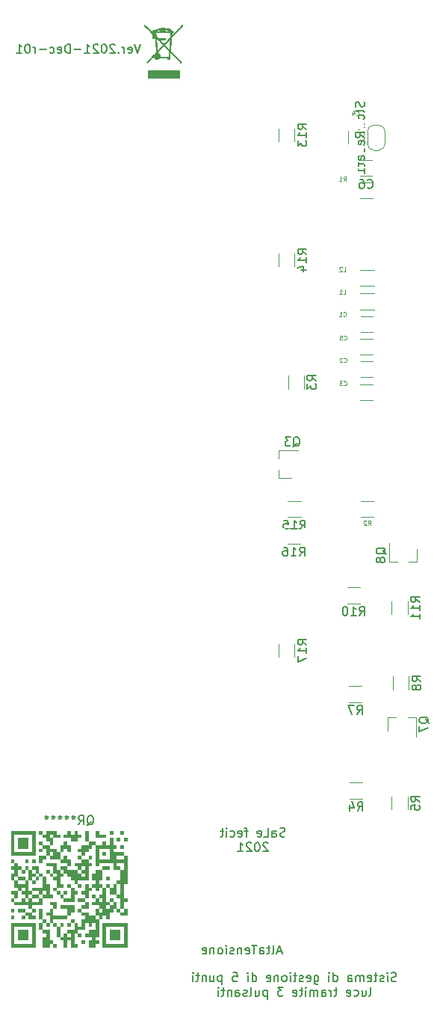
<source format=gbo>
G04 #@! TF.GenerationSoftware,KiCad,Pcbnew,(5.1.10)-1*
G04 #@! TF.CreationDate,2021-12-06T14:15:13+01:00*
G04 #@! TF.ProjectId,LuciCameraLettoRoma,4c756369-4361-46d6-9572-614c6574746f,rev?*
G04 #@! TF.SameCoordinates,Original*
G04 #@! TF.FileFunction,Legend,Bot*
G04 #@! TF.FilePolarity,Positive*
%FSLAX46Y46*%
G04 Gerber Fmt 4.6, Leading zero omitted, Abs format (unit mm)*
G04 Created by KiCad (PCBNEW (5.1.10)-1) date 2021-12-06 14:15:13*
%MOMM*%
%LPD*%
G01*
G04 APERTURE LIST*
%ADD10C,0.150000*%
%ADD11C,0.120000*%
%ADD12C,0.010000*%
%ADD13C,0.100000*%
%ADD14R,0.800000X0.900000*%
%ADD15C,7.000000*%
%ADD16C,0.800000*%
%ADD17O,1.700000X1.700000*%
%ADD18R,1.700000X1.700000*%
%ADD19O,1.500000X3.000000*%
%ADD20R,1.500000X3.000000*%
%ADD21O,3.600000X1.800000*%
%ADD22O,1.600000X1.600000*%
%ADD23R,1.600000X1.600000*%
%ADD24O,1.524000X2.000000*%
%ADD25R,1.524000X2.000000*%
%ADD26R,0.900000X0.800000*%
%ADD27O,2.000000X3.000000*%
%ADD28O,3.000000X2.000000*%
%ADD29R,3.000000X2.000000*%
%ADD30C,1.500000*%
%ADD31C,2.000000*%
G04 APERTURE END LIST*
D10*
X115021428Y-56475380D02*
X114688095Y-57475380D01*
X114354761Y-56475380D01*
X113640476Y-57427761D02*
X113735714Y-57475380D01*
X113926190Y-57475380D01*
X114021428Y-57427761D01*
X114069047Y-57332523D01*
X114069047Y-56951571D01*
X114021428Y-56856333D01*
X113926190Y-56808714D01*
X113735714Y-56808714D01*
X113640476Y-56856333D01*
X113592857Y-56951571D01*
X113592857Y-57046809D01*
X114069047Y-57142047D01*
X113164285Y-57475380D02*
X113164285Y-56808714D01*
X113164285Y-56999190D02*
X113116666Y-56903952D01*
X113069047Y-56856333D01*
X112973809Y-56808714D01*
X112878571Y-56808714D01*
X112545238Y-57380142D02*
X112497619Y-57427761D01*
X112545238Y-57475380D01*
X112592857Y-57427761D01*
X112545238Y-57380142D01*
X112545238Y-57475380D01*
X112116666Y-56570619D02*
X112069047Y-56523000D01*
X111973809Y-56475380D01*
X111735714Y-56475380D01*
X111640476Y-56523000D01*
X111592857Y-56570619D01*
X111545238Y-56665857D01*
X111545238Y-56761095D01*
X111592857Y-56903952D01*
X112164285Y-57475380D01*
X111545238Y-57475380D01*
X110926190Y-56475380D02*
X110830952Y-56475380D01*
X110735714Y-56523000D01*
X110688095Y-56570619D01*
X110640476Y-56665857D01*
X110592857Y-56856333D01*
X110592857Y-57094428D01*
X110640476Y-57284904D01*
X110688095Y-57380142D01*
X110735714Y-57427761D01*
X110830952Y-57475380D01*
X110926190Y-57475380D01*
X111021428Y-57427761D01*
X111069047Y-57380142D01*
X111116666Y-57284904D01*
X111164285Y-57094428D01*
X111164285Y-56856333D01*
X111116666Y-56665857D01*
X111069047Y-56570619D01*
X111021428Y-56523000D01*
X110926190Y-56475380D01*
X110211904Y-56570619D02*
X110164285Y-56523000D01*
X110069047Y-56475380D01*
X109830952Y-56475380D01*
X109735714Y-56523000D01*
X109688095Y-56570619D01*
X109640476Y-56665857D01*
X109640476Y-56761095D01*
X109688095Y-56903952D01*
X110259523Y-57475380D01*
X109640476Y-57475380D01*
X108688095Y-57475380D02*
X109259523Y-57475380D01*
X108973809Y-57475380D02*
X108973809Y-56475380D01*
X109069047Y-56618238D01*
X109164285Y-56713476D01*
X109259523Y-56761095D01*
X108259523Y-57094428D02*
X107497619Y-57094428D01*
X107021428Y-57475380D02*
X107021428Y-56475380D01*
X106783333Y-56475380D01*
X106640476Y-56523000D01*
X106545238Y-56618238D01*
X106497619Y-56713476D01*
X106450000Y-56903952D01*
X106450000Y-57046809D01*
X106497619Y-57237285D01*
X106545238Y-57332523D01*
X106640476Y-57427761D01*
X106783333Y-57475380D01*
X107021428Y-57475380D01*
X105640476Y-57427761D02*
X105735714Y-57475380D01*
X105926190Y-57475380D01*
X106021428Y-57427761D01*
X106069047Y-57332523D01*
X106069047Y-56951571D01*
X106021428Y-56856333D01*
X105926190Y-56808714D01*
X105735714Y-56808714D01*
X105640476Y-56856333D01*
X105592857Y-56951571D01*
X105592857Y-57046809D01*
X106069047Y-57142047D01*
X104735714Y-57427761D02*
X104830952Y-57475380D01*
X105021428Y-57475380D01*
X105116666Y-57427761D01*
X105164285Y-57380142D01*
X105211904Y-57284904D01*
X105211904Y-56999190D01*
X105164285Y-56903952D01*
X105116666Y-56856333D01*
X105021428Y-56808714D01*
X104830952Y-56808714D01*
X104735714Y-56856333D01*
X104307142Y-57094428D02*
X103545238Y-57094428D01*
X103069047Y-57475380D02*
X103069047Y-56808714D01*
X103069047Y-56999190D02*
X103021428Y-56903952D01*
X102973809Y-56856333D01*
X102878571Y-56808714D01*
X102783333Y-56808714D01*
X102259523Y-56475380D02*
X102164285Y-56475380D01*
X102069047Y-56523000D01*
X102021428Y-56570619D01*
X101973809Y-56665857D01*
X101926190Y-56856333D01*
X101926190Y-57094428D01*
X101973809Y-57284904D01*
X102021428Y-57380142D01*
X102069047Y-57427761D01*
X102164285Y-57475380D01*
X102259523Y-57475380D01*
X102354761Y-57427761D01*
X102402380Y-57380142D01*
X102450000Y-57284904D01*
X102497619Y-57094428D01*
X102497619Y-56856333D01*
X102450000Y-56665857D01*
X102402380Y-56570619D01*
X102354761Y-56523000D01*
X102259523Y-56475380D01*
X100973809Y-57475380D02*
X101545238Y-57475380D01*
X101259523Y-57475380D02*
X101259523Y-56475380D01*
X101354761Y-56618238D01*
X101450000Y-56713476D01*
X101545238Y-56761095D01*
X144008619Y-162520761D02*
X143865761Y-162568380D01*
X143627666Y-162568380D01*
X143532428Y-162520761D01*
X143484809Y-162473142D01*
X143437190Y-162377904D01*
X143437190Y-162282666D01*
X143484809Y-162187428D01*
X143532428Y-162139809D01*
X143627666Y-162092190D01*
X143818142Y-162044571D01*
X143913380Y-161996952D01*
X143961000Y-161949333D01*
X144008619Y-161854095D01*
X144008619Y-161758857D01*
X143961000Y-161663619D01*
X143913380Y-161616000D01*
X143818142Y-161568380D01*
X143580047Y-161568380D01*
X143437190Y-161616000D01*
X143008619Y-162568380D02*
X143008619Y-161901714D01*
X143008619Y-161568380D02*
X143056238Y-161616000D01*
X143008619Y-161663619D01*
X142961000Y-161616000D01*
X143008619Y-161568380D01*
X143008619Y-161663619D01*
X142580047Y-162520761D02*
X142484809Y-162568380D01*
X142294333Y-162568380D01*
X142199095Y-162520761D01*
X142151476Y-162425523D01*
X142151476Y-162377904D01*
X142199095Y-162282666D01*
X142294333Y-162235047D01*
X142437190Y-162235047D01*
X142532428Y-162187428D01*
X142580047Y-162092190D01*
X142580047Y-162044571D01*
X142532428Y-161949333D01*
X142437190Y-161901714D01*
X142294333Y-161901714D01*
X142199095Y-161949333D01*
X141865761Y-161901714D02*
X141484809Y-161901714D01*
X141722904Y-161568380D02*
X141722904Y-162425523D01*
X141675285Y-162520761D01*
X141580047Y-162568380D01*
X141484809Y-162568380D01*
X140770523Y-162520761D02*
X140865761Y-162568380D01*
X141056238Y-162568380D01*
X141151476Y-162520761D01*
X141199095Y-162425523D01*
X141199095Y-162044571D01*
X141151476Y-161949333D01*
X141056238Y-161901714D01*
X140865761Y-161901714D01*
X140770523Y-161949333D01*
X140722904Y-162044571D01*
X140722904Y-162139809D01*
X141199095Y-162235047D01*
X140294333Y-162568380D02*
X140294333Y-161901714D01*
X140294333Y-161996952D02*
X140246714Y-161949333D01*
X140151476Y-161901714D01*
X140008619Y-161901714D01*
X139913380Y-161949333D01*
X139865761Y-162044571D01*
X139865761Y-162568380D01*
X139865761Y-162044571D02*
X139818142Y-161949333D01*
X139722904Y-161901714D01*
X139580047Y-161901714D01*
X139484809Y-161949333D01*
X139437190Y-162044571D01*
X139437190Y-162568380D01*
X138532428Y-162568380D02*
X138532428Y-162044571D01*
X138580047Y-161949333D01*
X138675285Y-161901714D01*
X138865761Y-161901714D01*
X138961000Y-161949333D01*
X138532428Y-162520761D02*
X138627666Y-162568380D01*
X138865761Y-162568380D01*
X138961000Y-162520761D01*
X139008619Y-162425523D01*
X139008619Y-162330285D01*
X138961000Y-162235047D01*
X138865761Y-162187428D01*
X138627666Y-162187428D01*
X138532428Y-162139809D01*
X136865761Y-162568380D02*
X136865761Y-161568380D01*
X136865761Y-162520761D02*
X136961000Y-162568380D01*
X137151476Y-162568380D01*
X137246714Y-162520761D01*
X137294333Y-162473142D01*
X137341952Y-162377904D01*
X137341952Y-162092190D01*
X137294333Y-161996952D01*
X137246714Y-161949333D01*
X137151476Y-161901714D01*
X136961000Y-161901714D01*
X136865761Y-161949333D01*
X136389571Y-162568380D02*
X136389571Y-161901714D01*
X136389571Y-161568380D02*
X136437190Y-161616000D01*
X136389571Y-161663619D01*
X136341952Y-161616000D01*
X136389571Y-161568380D01*
X136389571Y-161663619D01*
X134722904Y-161901714D02*
X134722904Y-162711238D01*
X134770523Y-162806476D01*
X134818142Y-162854095D01*
X134913380Y-162901714D01*
X135056238Y-162901714D01*
X135151476Y-162854095D01*
X134722904Y-162520761D02*
X134818142Y-162568380D01*
X135008619Y-162568380D01*
X135103857Y-162520761D01*
X135151476Y-162473142D01*
X135199095Y-162377904D01*
X135199095Y-162092190D01*
X135151476Y-161996952D01*
X135103857Y-161949333D01*
X135008619Y-161901714D01*
X134818142Y-161901714D01*
X134722904Y-161949333D01*
X133865761Y-162520761D02*
X133961000Y-162568380D01*
X134151476Y-162568380D01*
X134246714Y-162520761D01*
X134294333Y-162425523D01*
X134294333Y-162044571D01*
X134246714Y-161949333D01*
X134151476Y-161901714D01*
X133961000Y-161901714D01*
X133865761Y-161949333D01*
X133818142Y-162044571D01*
X133818142Y-162139809D01*
X134294333Y-162235047D01*
X133437190Y-162520761D02*
X133341952Y-162568380D01*
X133151476Y-162568380D01*
X133056238Y-162520761D01*
X133008619Y-162425523D01*
X133008619Y-162377904D01*
X133056238Y-162282666D01*
X133151476Y-162235047D01*
X133294333Y-162235047D01*
X133389571Y-162187428D01*
X133437190Y-162092190D01*
X133437190Y-162044571D01*
X133389571Y-161949333D01*
X133294333Y-161901714D01*
X133151476Y-161901714D01*
X133056238Y-161949333D01*
X132722904Y-161901714D02*
X132341952Y-161901714D01*
X132580047Y-161568380D02*
X132580047Y-162425523D01*
X132532428Y-162520761D01*
X132437190Y-162568380D01*
X132341952Y-162568380D01*
X132008619Y-162568380D02*
X132008619Y-161901714D01*
X132008619Y-161568380D02*
X132056238Y-161616000D01*
X132008619Y-161663619D01*
X131961000Y-161616000D01*
X132008619Y-161568380D01*
X132008619Y-161663619D01*
X131389571Y-162568380D02*
X131484809Y-162520761D01*
X131532428Y-162473142D01*
X131580047Y-162377904D01*
X131580047Y-162092190D01*
X131532428Y-161996952D01*
X131484809Y-161949333D01*
X131389571Y-161901714D01*
X131246714Y-161901714D01*
X131151476Y-161949333D01*
X131103857Y-161996952D01*
X131056238Y-162092190D01*
X131056238Y-162377904D01*
X131103857Y-162473142D01*
X131151476Y-162520761D01*
X131246714Y-162568380D01*
X131389571Y-162568380D01*
X130627666Y-161901714D02*
X130627666Y-162568380D01*
X130627666Y-161996952D02*
X130580047Y-161949333D01*
X130484809Y-161901714D01*
X130341952Y-161901714D01*
X130246714Y-161949333D01*
X130199095Y-162044571D01*
X130199095Y-162568380D01*
X129341952Y-162520761D02*
X129437190Y-162568380D01*
X129627666Y-162568380D01*
X129722904Y-162520761D01*
X129770523Y-162425523D01*
X129770523Y-162044571D01*
X129722904Y-161949333D01*
X129627666Y-161901714D01*
X129437190Y-161901714D01*
X129341952Y-161949333D01*
X129294333Y-162044571D01*
X129294333Y-162139809D01*
X129770523Y-162235047D01*
X127675285Y-162568380D02*
X127675285Y-161568380D01*
X127675285Y-162520761D02*
X127770523Y-162568380D01*
X127961000Y-162568380D01*
X128056238Y-162520761D01*
X128103857Y-162473142D01*
X128151476Y-162377904D01*
X128151476Y-162092190D01*
X128103857Y-161996952D01*
X128056238Y-161949333D01*
X127961000Y-161901714D01*
X127770523Y-161901714D01*
X127675285Y-161949333D01*
X127199095Y-162568380D02*
X127199095Y-161901714D01*
X127199095Y-161568380D02*
X127246714Y-161616000D01*
X127199095Y-161663619D01*
X127151476Y-161616000D01*
X127199095Y-161568380D01*
X127199095Y-161663619D01*
X125484809Y-161568380D02*
X125961000Y-161568380D01*
X126008619Y-162044571D01*
X125961000Y-161996952D01*
X125865761Y-161949333D01*
X125627666Y-161949333D01*
X125532428Y-161996952D01*
X125484809Y-162044571D01*
X125437190Y-162139809D01*
X125437190Y-162377904D01*
X125484809Y-162473142D01*
X125532428Y-162520761D01*
X125627666Y-162568380D01*
X125865761Y-162568380D01*
X125961000Y-162520761D01*
X126008619Y-162473142D01*
X124246714Y-161901714D02*
X124246714Y-162901714D01*
X124246714Y-161949333D02*
X124151476Y-161901714D01*
X123961000Y-161901714D01*
X123865761Y-161949333D01*
X123818142Y-161996952D01*
X123770523Y-162092190D01*
X123770523Y-162377904D01*
X123818142Y-162473142D01*
X123865761Y-162520761D01*
X123961000Y-162568380D01*
X124151476Y-162568380D01*
X124246714Y-162520761D01*
X122913380Y-161901714D02*
X122913380Y-162568380D01*
X123341952Y-161901714D02*
X123341952Y-162425523D01*
X123294333Y-162520761D01*
X123199095Y-162568380D01*
X123056238Y-162568380D01*
X122961000Y-162520761D01*
X122913380Y-162473142D01*
X122437190Y-161901714D02*
X122437190Y-162568380D01*
X122437190Y-161996952D02*
X122389571Y-161949333D01*
X122294333Y-161901714D01*
X122151476Y-161901714D01*
X122056238Y-161949333D01*
X122008619Y-162044571D01*
X122008619Y-162568380D01*
X121675285Y-161901714D02*
X121294333Y-161901714D01*
X121532428Y-161568380D02*
X121532428Y-162425523D01*
X121484809Y-162520761D01*
X121389571Y-162568380D01*
X121294333Y-162568380D01*
X120961000Y-162568380D02*
X120961000Y-161901714D01*
X120961000Y-161568380D02*
X121008619Y-161616000D01*
X120961000Y-161663619D01*
X120913380Y-161616000D01*
X120961000Y-161568380D01*
X120961000Y-161663619D01*
X140937190Y-164218380D02*
X141032428Y-164170761D01*
X141080047Y-164075523D01*
X141080047Y-163218380D01*
X140127666Y-163551714D02*
X140127666Y-164218380D01*
X140556238Y-163551714D02*
X140556238Y-164075523D01*
X140508619Y-164170761D01*
X140413380Y-164218380D01*
X140270523Y-164218380D01*
X140175285Y-164170761D01*
X140127666Y-164123142D01*
X139222904Y-164170761D02*
X139318142Y-164218380D01*
X139508619Y-164218380D01*
X139603857Y-164170761D01*
X139651476Y-164123142D01*
X139699095Y-164027904D01*
X139699095Y-163742190D01*
X139651476Y-163646952D01*
X139603857Y-163599333D01*
X139508619Y-163551714D01*
X139318142Y-163551714D01*
X139222904Y-163599333D01*
X138413380Y-164170761D02*
X138508619Y-164218380D01*
X138699095Y-164218380D01*
X138794333Y-164170761D01*
X138841952Y-164075523D01*
X138841952Y-163694571D01*
X138794333Y-163599333D01*
X138699095Y-163551714D01*
X138508619Y-163551714D01*
X138413380Y-163599333D01*
X138365761Y-163694571D01*
X138365761Y-163789809D01*
X138841952Y-163885047D01*
X137318142Y-163551714D02*
X136937190Y-163551714D01*
X137175285Y-163218380D02*
X137175285Y-164075523D01*
X137127666Y-164170761D01*
X137032428Y-164218380D01*
X136937190Y-164218380D01*
X136603857Y-164218380D02*
X136603857Y-163551714D01*
X136603857Y-163742190D02*
X136556238Y-163646952D01*
X136508619Y-163599333D01*
X136413380Y-163551714D01*
X136318142Y-163551714D01*
X135556238Y-164218380D02*
X135556238Y-163694571D01*
X135603857Y-163599333D01*
X135699095Y-163551714D01*
X135889571Y-163551714D01*
X135984809Y-163599333D01*
X135556238Y-164170761D02*
X135651476Y-164218380D01*
X135889571Y-164218380D01*
X135984809Y-164170761D01*
X136032428Y-164075523D01*
X136032428Y-163980285D01*
X135984809Y-163885047D01*
X135889571Y-163837428D01*
X135651476Y-163837428D01*
X135556238Y-163789809D01*
X135080047Y-164218380D02*
X135080047Y-163551714D01*
X135080047Y-163646952D02*
X135032428Y-163599333D01*
X134937190Y-163551714D01*
X134794333Y-163551714D01*
X134699095Y-163599333D01*
X134651476Y-163694571D01*
X134651476Y-164218380D01*
X134651476Y-163694571D02*
X134603857Y-163599333D01*
X134508619Y-163551714D01*
X134365761Y-163551714D01*
X134270523Y-163599333D01*
X134222904Y-163694571D01*
X134222904Y-164218380D01*
X133746714Y-164218380D02*
X133746714Y-163551714D01*
X133746714Y-163218380D02*
X133794333Y-163266000D01*
X133746714Y-163313619D01*
X133699095Y-163266000D01*
X133746714Y-163218380D01*
X133746714Y-163313619D01*
X133413380Y-163551714D02*
X133032428Y-163551714D01*
X133270523Y-163218380D02*
X133270523Y-164075523D01*
X133222904Y-164170761D01*
X133127666Y-164218380D01*
X133032428Y-164218380D01*
X132318142Y-164170761D02*
X132413380Y-164218380D01*
X132603857Y-164218380D01*
X132699095Y-164170761D01*
X132746714Y-164075523D01*
X132746714Y-163694571D01*
X132699095Y-163599333D01*
X132603857Y-163551714D01*
X132413380Y-163551714D01*
X132318142Y-163599333D01*
X132270523Y-163694571D01*
X132270523Y-163789809D01*
X132746714Y-163885047D01*
X131175285Y-163218380D02*
X130556238Y-163218380D01*
X130889571Y-163599333D01*
X130746714Y-163599333D01*
X130651476Y-163646952D01*
X130603857Y-163694571D01*
X130556238Y-163789809D01*
X130556238Y-164027904D01*
X130603857Y-164123142D01*
X130651476Y-164170761D01*
X130746714Y-164218380D01*
X131032428Y-164218380D01*
X131127666Y-164170761D01*
X131175285Y-164123142D01*
X129365761Y-163551714D02*
X129365761Y-164551714D01*
X129365761Y-163599333D02*
X129270523Y-163551714D01*
X129080047Y-163551714D01*
X128984809Y-163599333D01*
X128937190Y-163646952D01*
X128889571Y-163742190D01*
X128889571Y-164027904D01*
X128937190Y-164123142D01*
X128984809Y-164170761D01*
X129080047Y-164218380D01*
X129270523Y-164218380D01*
X129365761Y-164170761D01*
X128032428Y-163551714D02*
X128032428Y-164218380D01*
X128461000Y-163551714D02*
X128461000Y-164075523D01*
X128413380Y-164170761D01*
X128318142Y-164218380D01*
X128175285Y-164218380D01*
X128080047Y-164170761D01*
X128032428Y-164123142D01*
X127413380Y-164218380D02*
X127508619Y-164170761D01*
X127556238Y-164075523D01*
X127556238Y-163218380D01*
X127080047Y-164170761D02*
X126984809Y-164218380D01*
X126794333Y-164218380D01*
X126699095Y-164170761D01*
X126651476Y-164075523D01*
X126651476Y-164027904D01*
X126699095Y-163932666D01*
X126794333Y-163885047D01*
X126937190Y-163885047D01*
X127032428Y-163837428D01*
X127080047Y-163742190D01*
X127080047Y-163694571D01*
X127032428Y-163599333D01*
X126937190Y-163551714D01*
X126794333Y-163551714D01*
X126699095Y-163599333D01*
X125794333Y-164218380D02*
X125794333Y-163694571D01*
X125841952Y-163599333D01*
X125937190Y-163551714D01*
X126127666Y-163551714D01*
X126222904Y-163599333D01*
X125794333Y-164170761D02*
X125889571Y-164218380D01*
X126127666Y-164218380D01*
X126222904Y-164170761D01*
X126270523Y-164075523D01*
X126270523Y-163980285D01*
X126222904Y-163885047D01*
X126127666Y-163837428D01*
X125889571Y-163837428D01*
X125794333Y-163789809D01*
X125318142Y-163551714D02*
X125318142Y-164218380D01*
X125318142Y-163646952D02*
X125270523Y-163599333D01*
X125175285Y-163551714D01*
X125032428Y-163551714D01*
X124937190Y-163599333D01*
X124889571Y-163694571D01*
X124889571Y-164218380D01*
X124556238Y-163551714D02*
X124175285Y-163551714D01*
X124413380Y-163218380D02*
X124413380Y-164075523D01*
X124365761Y-164170761D01*
X124270523Y-164218380D01*
X124175285Y-164218380D01*
X123841952Y-164218380D02*
X123841952Y-163551714D01*
X123841952Y-163218380D02*
X123889571Y-163266000D01*
X123841952Y-163313619D01*
X123794333Y-163266000D01*
X123841952Y-163218380D01*
X123841952Y-163313619D01*
X131381047Y-146137761D02*
X131238190Y-146185380D01*
X131000095Y-146185380D01*
X130904857Y-146137761D01*
X130857238Y-146090142D01*
X130809619Y-145994904D01*
X130809619Y-145899666D01*
X130857238Y-145804428D01*
X130904857Y-145756809D01*
X131000095Y-145709190D01*
X131190571Y-145661571D01*
X131285809Y-145613952D01*
X131333428Y-145566333D01*
X131381047Y-145471095D01*
X131381047Y-145375857D01*
X131333428Y-145280619D01*
X131285809Y-145233000D01*
X131190571Y-145185380D01*
X130952476Y-145185380D01*
X130809619Y-145233000D01*
X129952476Y-146185380D02*
X129952476Y-145661571D01*
X130000095Y-145566333D01*
X130095333Y-145518714D01*
X130285809Y-145518714D01*
X130381047Y-145566333D01*
X129952476Y-146137761D02*
X130047714Y-146185380D01*
X130285809Y-146185380D01*
X130381047Y-146137761D01*
X130428666Y-146042523D01*
X130428666Y-145947285D01*
X130381047Y-145852047D01*
X130285809Y-145804428D01*
X130047714Y-145804428D01*
X129952476Y-145756809D01*
X129000095Y-146185380D02*
X129476285Y-146185380D01*
X129476285Y-145185380D01*
X128285809Y-146137761D02*
X128381047Y-146185380D01*
X128571523Y-146185380D01*
X128666761Y-146137761D01*
X128714380Y-146042523D01*
X128714380Y-145661571D01*
X128666761Y-145566333D01*
X128571523Y-145518714D01*
X128381047Y-145518714D01*
X128285809Y-145566333D01*
X128238190Y-145661571D01*
X128238190Y-145756809D01*
X128714380Y-145852047D01*
X127190571Y-145518714D02*
X126809619Y-145518714D01*
X127047714Y-146185380D02*
X127047714Y-145328238D01*
X127000095Y-145233000D01*
X126904857Y-145185380D01*
X126809619Y-145185380D01*
X126095333Y-146137761D02*
X126190571Y-146185380D01*
X126381047Y-146185380D01*
X126476285Y-146137761D01*
X126523904Y-146042523D01*
X126523904Y-145661571D01*
X126476285Y-145566333D01*
X126381047Y-145518714D01*
X126190571Y-145518714D01*
X126095333Y-145566333D01*
X126047714Y-145661571D01*
X126047714Y-145756809D01*
X126523904Y-145852047D01*
X125190571Y-146137761D02*
X125285809Y-146185380D01*
X125476285Y-146185380D01*
X125571523Y-146137761D01*
X125619142Y-146090142D01*
X125666761Y-145994904D01*
X125666761Y-145709190D01*
X125619142Y-145613952D01*
X125571523Y-145566333D01*
X125476285Y-145518714D01*
X125285809Y-145518714D01*
X125190571Y-145566333D01*
X124762000Y-146185380D02*
X124762000Y-145518714D01*
X124762000Y-145185380D02*
X124809619Y-145233000D01*
X124762000Y-145280619D01*
X124714380Y-145233000D01*
X124762000Y-145185380D01*
X124762000Y-145280619D01*
X124428666Y-145518714D02*
X124047714Y-145518714D01*
X124285809Y-145185380D02*
X124285809Y-146042523D01*
X124238190Y-146137761D01*
X124142952Y-146185380D01*
X124047714Y-146185380D01*
X129476285Y-146930619D02*
X129428666Y-146883000D01*
X129333428Y-146835380D01*
X129095333Y-146835380D01*
X129000095Y-146883000D01*
X128952476Y-146930619D01*
X128904857Y-147025857D01*
X128904857Y-147121095D01*
X128952476Y-147263952D01*
X129523904Y-147835380D01*
X128904857Y-147835380D01*
X128285809Y-146835380D02*
X128190571Y-146835380D01*
X128095333Y-146883000D01*
X128047714Y-146930619D01*
X128000095Y-147025857D01*
X127952476Y-147216333D01*
X127952476Y-147454428D01*
X128000095Y-147644904D01*
X128047714Y-147740142D01*
X128095333Y-147787761D01*
X128190571Y-147835380D01*
X128285809Y-147835380D01*
X128381047Y-147787761D01*
X128428666Y-147740142D01*
X128476285Y-147644904D01*
X128523904Y-147454428D01*
X128523904Y-147216333D01*
X128476285Y-147025857D01*
X128428666Y-146930619D01*
X128381047Y-146883000D01*
X128285809Y-146835380D01*
X127571523Y-146930619D02*
X127523904Y-146883000D01*
X127428666Y-146835380D01*
X127190571Y-146835380D01*
X127095333Y-146883000D01*
X127047714Y-146930619D01*
X127000095Y-147025857D01*
X127000095Y-147121095D01*
X127047714Y-147263952D01*
X127619142Y-147835380D01*
X127000095Y-147835380D01*
X126047714Y-147835380D02*
X126619142Y-147835380D01*
X126333428Y-147835380D02*
X126333428Y-146835380D01*
X126428666Y-146978238D01*
X126523904Y-147073476D01*
X126619142Y-147121095D01*
D11*
X146360000Y-115076000D02*
X146360000Y-113616000D01*
X143200000Y-115076000D02*
X143200000Y-112916000D01*
X143200000Y-115076000D02*
X144130000Y-115076000D01*
X146360000Y-115076000D02*
X145430000Y-115076000D01*
X143073000Y-132701000D02*
X143073000Y-134161000D01*
X146233000Y-132701000D02*
X146233000Y-134861000D01*
X146233000Y-132701000D02*
X145303000Y-132701000D01*
X143073000Y-132701000D02*
X144003000Y-132701000D01*
D12*
G36*
X115477570Y-54341848D02*
G01*
X115478189Y-54428931D01*
X115929914Y-54887891D01*
X116381639Y-55346852D01*
X116381968Y-55557471D01*
X116382297Y-55768089D01*
X116657390Y-55768089D01*
X116664478Y-55821530D01*
X116667162Y-55845888D01*
X116671687Y-55891759D01*
X116677809Y-55956405D01*
X116685288Y-56037091D01*
X116693881Y-56131081D01*
X116703346Y-56235637D01*
X116713442Y-56348025D01*
X116723926Y-56465507D01*
X116734556Y-56585348D01*
X116745091Y-56704811D01*
X116755287Y-56821159D01*
X116764905Y-56931657D01*
X116773700Y-57033569D01*
X116781432Y-57124158D01*
X116787858Y-57200687D01*
X116792737Y-57260421D01*
X116795825Y-57300624D01*
X116796883Y-57318559D01*
X116796882Y-57318644D01*
X116789173Y-57333035D01*
X116766019Y-57362748D01*
X116727105Y-57408131D01*
X116672116Y-57469529D01*
X116600736Y-57547288D01*
X116512651Y-57641754D01*
X116407546Y-57753272D01*
X116285105Y-57882188D01*
X116250690Y-57918287D01*
X115704863Y-58490416D01*
X115793119Y-58578436D01*
X115864515Y-58500758D01*
X115890634Y-58472686D01*
X115931434Y-58429274D01*
X115984223Y-58373366D01*
X116046309Y-58307808D01*
X116115000Y-58235441D01*
X116187604Y-58159112D01*
X116231040Y-58113524D01*
X116312584Y-58028119D01*
X116378496Y-57959710D01*
X116430456Y-57907053D01*
X116470145Y-57868905D01*
X116499243Y-57844020D01*
X116519431Y-57831156D01*
X116532390Y-57829068D01*
X116539800Y-57836513D01*
X116543342Y-57852246D01*
X116544697Y-57875023D01*
X116544879Y-57881239D01*
X116554297Y-57924061D01*
X116577503Y-57975819D01*
X116609864Y-58028328D01*
X116646748Y-58073403D01*
X116661507Y-58087328D01*
X116737233Y-58136047D01*
X116825692Y-58163306D01*
X116903900Y-58169773D01*
X116992532Y-58157576D01*
X117074388Y-58121813D01*
X117146836Y-58063722D01*
X117160203Y-58049262D01*
X117209082Y-57993733D01*
X118054674Y-57993733D01*
X118054674Y-58169773D01*
X118281010Y-58169773D01*
X118281010Y-58087531D01*
X118283850Y-58031386D01*
X118293393Y-57992416D01*
X118304991Y-57971219D01*
X118313277Y-57956052D01*
X118320373Y-57934062D01*
X118326748Y-57901987D01*
X118332872Y-57856569D01*
X118339216Y-57794548D01*
X118346250Y-57712662D01*
X118351066Y-57651746D01*
X118373161Y-57366343D01*
X118915565Y-57915805D01*
X119013637Y-58015228D01*
X119107784Y-58110815D01*
X119196285Y-58200810D01*
X119277420Y-58283457D01*
X119349469Y-58357001D01*
X119410712Y-58419684D01*
X119459427Y-58469752D01*
X119493896Y-58505448D01*
X119512379Y-58524995D01*
X119542743Y-58555944D01*
X119568071Y-58577530D01*
X119581695Y-58584723D01*
X119599095Y-58576297D01*
X119624460Y-58555245D01*
X119633058Y-58546671D01*
X119669514Y-58508620D01*
X119468802Y-58304658D01*
X119417596Y-58252699D01*
X119351569Y-58185820D01*
X119273618Y-58106950D01*
X119186638Y-58019014D01*
X119093526Y-57924941D01*
X118997179Y-57827658D01*
X118900492Y-57730093D01*
X118831134Y-57660145D01*
X118725703Y-57553550D01*
X118637129Y-57463307D01*
X118564281Y-57388192D01*
X118506023Y-57326986D01*
X118461225Y-57278466D01*
X118439021Y-57253129D01*
X118260724Y-57253129D01*
X118238401Y-57538555D01*
X118231669Y-57622219D01*
X118225157Y-57698727D01*
X118219234Y-57764081D01*
X118214268Y-57814281D01*
X118210629Y-57845329D01*
X118209458Y-57852273D01*
X118202838Y-57880565D01*
X117253364Y-57880565D01*
X117247026Y-57801606D01*
X117227890Y-57708315D01*
X117187846Y-57625791D01*
X117129418Y-57557038D01*
X117055129Y-57505063D01*
X116971748Y-57473863D01*
X116944698Y-57459228D01*
X116931156Y-57427819D01*
X116930872Y-57426434D01*
X116929247Y-57413174D01*
X116931256Y-57399595D01*
X116938858Y-57383181D01*
X116954016Y-57361411D01*
X116978688Y-57331767D01*
X117014836Y-57291732D01*
X117064420Y-57238785D01*
X117129401Y-57170409D01*
X117133599Y-57166005D01*
X117203493Y-57092611D01*
X117277800Y-57014437D01*
X117351414Y-56936864D01*
X117419229Y-56865275D01*
X117476140Y-56805051D01*
X117488832Y-56791587D01*
X117537487Y-56740820D01*
X117580709Y-56697375D01*
X117615395Y-56664241D01*
X117638444Y-56644405D01*
X117646182Y-56640046D01*
X117657722Y-56649170D01*
X117684710Y-56674200D01*
X117725021Y-56713052D01*
X117776529Y-56763643D01*
X117837109Y-56823888D01*
X117904636Y-56891704D01*
X117959826Y-56947565D01*
X118260724Y-57253129D01*
X118439021Y-57253129D01*
X118428751Y-57241411D01*
X118407471Y-57214599D01*
X118396251Y-57196808D01*
X118393754Y-57188570D01*
X118394700Y-57170590D01*
X118397573Y-57129892D01*
X118402187Y-57068819D01*
X118408358Y-56989713D01*
X118415898Y-56894914D01*
X118424621Y-56786767D01*
X118434343Y-56667612D01*
X118444876Y-56539791D01*
X118453365Y-56437635D01*
X118501396Y-55861674D01*
X118377805Y-55861674D01*
X118377273Y-55874104D01*
X118374769Y-55909110D01*
X118370496Y-55964215D01*
X118364653Y-56036943D01*
X118357443Y-56124814D01*
X118349066Y-56225351D01*
X118339723Y-56336077D01*
X118330758Y-56441205D01*
X118320602Y-56560483D01*
X118311142Y-56673080D01*
X118302596Y-56776305D01*
X118295179Y-56867473D01*
X118289108Y-56943895D01*
X118284601Y-57002883D01*
X118281873Y-57041749D01*
X118281116Y-57056844D01*
X118279935Y-57066238D01*
X118275256Y-57069966D01*
X118265276Y-57066471D01*
X118248190Y-57054199D01*
X118222196Y-57031594D01*
X118185490Y-56997100D01*
X118136267Y-56949162D01*
X118072726Y-56886224D01*
X118005305Y-56818968D01*
X117729601Y-56543477D01*
X117731533Y-56541406D01*
X117549290Y-56541406D01*
X117540984Y-56552780D01*
X117517733Y-56579563D01*
X117481865Y-56619292D01*
X117435713Y-56669507D01*
X117381606Y-56727746D01*
X117321874Y-56791547D01*
X117258848Y-56858449D01*
X117194858Y-56925990D01*
X117132236Y-56991710D01*
X117073310Y-57053146D01*
X117020412Y-57107837D01*
X116975872Y-57153322D01*
X116942020Y-57187138D01*
X116921188Y-57206826D01*
X116915506Y-57210837D01*
X116913634Y-57197891D01*
X116909746Y-57162134D01*
X116904057Y-57105804D01*
X116896781Y-57031140D01*
X116888131Y-56940380D01*
X116878322Y-56835762D01*
X116867566Y-56719526D01*
X116856079Y-56593908D01*
X116846907Y-56492618D01*
X116835174Y-56361279D01*
X116824335Y-56237552D01*
X116814570Y-56123681D01*
X116806063Y-56021911D01*
X116798995Y-55934487D01*
X116793549Y-55863653D01*
X116789908Y-55811653D01*
X116788253Y-55780732D01*
X116788442Y-55772703D01*
X116798334Y-55779854D01*
X116823524Y-55802841D01*
X116861810Y-55839439D01*
X116910989Y-55887422D01*
X116968861Y-55944566D01*
X117033222Y-56008647D01*
X117101871Y-56077438D01*
X117172605Y-56148716D01*
X117243222Y-56220255D01*
X117311520Y-56289830D01*
X117375296Y-56355217D01*
X117432350Y-56414191D01*
X117480478Y-56464527D01*
X117517478Y-56503999D01*
X117541148Y-56530383D01*
X117549290Y-56541406D01*
X117731533Y-56541406D01*
X117832409Y-56433295D01*
X117884768Y-56377377D01*
X117943535Y-56314948D01*
X118006385Y-56248443D01*
X118070995Y-56180298D01*
X118135042Y-56112948D01*
X118196203Y-56048828D01*
X118252153Y-55990372D01*
X118300570Y-55940018D01*
X118339130Y-55900198D01*
X118365509Y-55873350D01*
X118377384Y-55861908D01*
X118377805Y-55861674D01*
X118501396Y-55861674D01*
X118513401Y-55717726D01*
X119113938Y-55086158D01*
X119714475Y-54454589D01*
X119714034Y-54366315D01*
X119713592Y-54278040D01*
X119616583Y-54381666D01*
X119562291Y-54439463D01*
X119498192Y-54507368D01*
X119426016Y-54583572D01*
X119347492Y-54666269D01*
X119264349Y-54753653D01*
X119178319Y-54843915D01*
X119091130Y-54935250D01*
X119004513Y-55025849D01*
X118920197Y-55113907D01*
X118839912Y-55197615D01*
X118765387Y-55275167D01*
X118698354Y-55344757D01*
X118640541Y-55404576D01*
X118593679Y-55452818D01*
X118559496Y-55487676D01*
X118539724Y-55507343D01*
X118535390Y-55511116D01*
X118535092Y-55497992D01*
X118536731Y-55464389D01*
X118540023Y-55414880D01*
X118544682Y-55354037D01*
X118546682Y-55329732D01*
X118561577Y-55151951D01*
X118444955Y-55151951D01*
X118438934Y-55180243D01*
X118435863Y-55202618D01*
X118431548Y-55244717D01*
X118426488Y-55301178D01*
X118421181Y-55366635D01*
X118419344Y-55390862D01*
X118413927Y-55460421D01*
X118408459Y-55525018D01*
X118403488Y-55578548D01*
X118399561Y-55614910D01*
X118398675Y-55621509D01*
X118395334Y-55635056D01*
X118388101Y-55650914D01*
X118375440Y-55670861D01*
X118355811Y-55696673D01*
X118327678Y-55730129D01*
X118289502Y-55773007D01*
X118239746Y-55827083D01*
X118176871Y-55894136D01*
X118099341Y-55975943D01*
X118020251Y-56058950D01*
X117941564Y-56141094D01*
X117868112Y-56217169D01*
X117801724Y-56285325D01*
X117744227Y-56343712D01*
X117697451Y-56390481D01*
X117663224Y-56423782D01*
X117643373Y-56441767D01*
X117639140Y-56444442D01*
X117628003Y-56434741D01*
X117601971Y-56409441D01*
X117563570Y-56371082D01*
X117515328Y-56322200D01*
X117459770Y-56265334D01*
X117419592Y-56223906D01*
X117209831Y-56007000D01*
X117828337Y-56007000D01*
X117828337Y-55768089D01*
X117073881Y-55768089D01*
X117073881Y-55874542D01*
X116935565Y-55736654D01*
X116837447Y-55638840D01*
X116646357Y-55638840D01*
X116644529Y-55654270D01*
X116635277Y-55662867D01*
X116612950Y-55666613D01*
X116571895Y-55667489D01*
X116564624Y-55667495D01*
X116482891Y-55667495D01*
X116482891Y-55448172D01*
X116564624Y-55529179D01*
X116610730Y-55578428D01*
X116638306Y-55616159D01*
X116646357Y-55638840D01*
X116837447Y-55638840D01*
X116797248Y-55598766D01*
X116797248Y-55475952D01*
X116796863Y-55419450D01*
X116795100Y-55383505D01*
X116791050Y-55363530D01*
X116783801Y-55354937D01*
X116772870Y-55353139D01*
X116760712Y-55350498D01*
X116751727Y-55339912D01*
X116744826Y-55317381D01*
X116738924Y-55278909D01*
X116732935Y-55220498D01*
X116731013Y-55199104D01*
X116726852Y-55151951D01*
X118444955Y-55151951D01*
X118561577Y-55151951D01*
X118721109Y-55151951D01*
X118721109Y-55038782D01*
X118653314Y-55038782D01*
X118613662Y-55037696D01*
X118592116Y-55032454D01*
X118589480Y-55029334D01*
X118450616Y-55029334D01*
X118443308Y-55036462D01*
X118417993Y-55038662D01*
X118400908Y-55038782D01*
X118343881Y-55038782D01*
X118131221Y-55038782D01*
X116716698Y-55038782D01*
X116764542Y-54989786D01*
X116838850Y-54929324D01*
X116930816Y-54882691D01*
X117041998Y-54849249D01*
X117152471Y-54830753D01*
X117224773Y-54822122D01*
X117224773Y-54913040D01*
X117803188Y-54913040D01*
X117803188Y-54809893D01*
X117888065Y-54818496D01*
X117947368Y-54825756D01*
X118010551Y-54835379D01*
X118048386Y-54842252D01*
X118123832Y-54857407D01*
X118127526Y-54948095D01*
X118131221Y-55038782D01*
X118343881Y-55038782D01*
X118343881Y-54988485D01*
X118345544Y-54956976D01*
X118349697Y-54939463D01*
X118351371Y-54938188D01*
X118369987Y-54946254D01*
X118397183Y-54965820D01*
X118424448Y-54989944D01*
X118443267Y-55011682D01*
X118444943Y-55014508D01*
X118450616Y-55029334D01*
X118589480Y-55029334D01*
X118581662Y-55020081D01*
X118577442Y-55006604D01*
X118560219Y-54971627D01*
X118527138Y-54929579D01*
X118483893Y-54886356D01*
X118436174Y-54847854D01*
X118404830Y-54827801D01*
X118369123Y-54805851D01*
X118350819Y-54787411D01*
X118344388Y-54765668D01*
X118343894Y-54752718D01*
X118343894Y-54749575D01*
X117702594Y-54749575D01*
X117702594Y-54812446D01*
X117325367Y-54812446D01*
X117325367Y-54749575D01*
X117702594Y-54749575D01*
X118343894Y-54749575D01*
X118343881Y-54711852D01*
X118238048Y-54711852D01*
X118189355Y-54713029D01*
X118151405Y-54716165D01*
X118130308Y-54720671D01*
X118128023Y-54722495D01*
X118114641Y-54725295D01*
X118082074Y-54724148D01*
X118035916Y-54719393D01*
X118004376Y-54715003D01*
X117947188Y-54706378D01*
X117894886Y-54698591D01*
X117855582Y-54692847D01*
X117844055Y-54691215D01*
X117813937Y-54681888D01*
X117803188Y-54667272D01*
X117799920Y-54661320D01*
X117788230Y-54656778D01*
X117765288Y-54653470D01*
X117728265Y-54651215D01*
X117674332Y-54649834D01*
X117600660Y-54649150D01*
X117513980Y-54648980D01*
X117421471Y-54649077D01*
X117351094Y-54649530D01*
X117299836Y-54650590D01*
X117264680Y-54652503D01*
X117242611Y-54655519D01*
X117230615Y-54659885D01*
X117225676Y-54665849D01*
X117224773Y-54672784D01*
X117217079Y-54694795D01*
X117191879Y-54707321D01*
X117145991Y-54711788D01*
X117137736Y-54711852D01*
X117060027Y-54719868D01*
X116971767Y-54741936D01*
X116880915Y-54775084D01*
X116795430Y-54816339D01*
X116723274Y-54862731D01*
X116713928Y-54870082D01*
X116683467Y-54893998D01*
X116665428Y-54903576D01*
X116652831Y-54900480D01*
X116639900Y-54887704D01*
X116601707Y-54862678D01*
X116552002Y-54853071D01*
X116498476Y-54858067D01*
X116448822Y-54876851D01*
X116410733Y-54908606D01*
X116407975Y-54912297D01*
X116379474Y-54971575D01*
X116374172Y-55032934D01*
X116391482Y-55091427D01*
X116430820Y-55142104D01*
X116435630Y-55146289D01*
X116463560Y-55166167D01*
X116491898Y-55174921D01*
X116531737Y-55175553D01*
X116541689Y-55174992D01*
X116580668Y-55173562D01*
X116600746Y-55176839D01*
X116608015Y-55186728D01*
X116608760Y-55195961D01*
X116610284Y-55222744D01*
X116614065Y-55263025D01*
X116616782Y-55287124D01*
X116620723Y-55325401D01*
X116619084Y-55344996D01*
X116609579Y-55352158D01*
X116592649Y-55353139D01*
X116582608Y-55349901D01*
X116566410Y-55339420D01*
X116542855Y-55320548D01*
X116510743Y-55292135D01*
X116468872Y-55253035D01*
X116416043Y-55202097D01*
X116351055Y-55138173D01*
X116272709Y-55060114D01*
X116179803Y-54966772D01*
X116071137Y-54856998D01*
X116018769Y-54803952D01*
X115476951Y-54254767D01*
X115477570Y-54341848D01*
G37*
X115477570Y-54341848D02*
X115478189Y-54428931D01*
X115929914Y-54887891D01*
X116381639Y-55346852D01*
X116381968Y-55557471D01*
X116382297Y-55768089D01*
X116657390Y-55768089D01*
X116664478Y-55821530D01*
X116667162Y-55845888D01*
X116671687Y-55891759D01*
X116677809Y-55956405D01*
X116685288Y-56037091D01*
X116693881Y-56131081D01*
X116703346Y-56235637D01*
X116713442Y-56348025D01*
X116723926Y-56465507D01*
X116734556Y-56585348D01*
X116745091Y-56704811D01*
X116755287Y-56821159D01*
X116764905Y-56931657D01*
X116773700Y-57033569D01*
X116781432Y-57124158D01*
X116787858Y-57200687D01*
X116792737Y-57260421D01*
X116795825Y-57300624D01*
X116796883Y-57318559D01*
X116796882Y-57318644D01*
X116789173Y-57333035D01*
X116766019Y-57362748D01*
X116727105Y-57408131D01*
X116672116Y-57469529D01*
X116600736Y-57547288D01*
X116512651Y-57641754D01*
X116407546Y-57753272D01*
X116285105Y-57882188D01*
X116250690Y-57918287D01*
X115704863Y-58490416D01*
X115793119Y-58578436D01*
X115864515Y-58500758D01*
X115890634Y-58472686D01*
X115931434Y-58429274D01*
X115984223Y-58373366D01*
X116046309Y-58307808D01*
X116115000Y-58235441D01*
X116187604Y-58159112D01*
X116231040Y-58113524D01*
X116312584Y-58028119D01*
X116378496Y-57959710D01*
X116430456Y-57907053D01*
X116470145Y-57868905D01*
X116499243Y-57844020D01*
X116519431Y-57831156D01*
X116532390Y-57829068D01*
X116539800Y-57836513D01*
X116543342Y-57852246D01*
X116544697Y-57875023D01*
X116544879Y-57881239D01*
X116554297Y-57924061D01*
X116577503Y-57975819D01*
X116609864Y-58028328D01*
X116646748Y-58073403D01*
X116661507Y-58087328D01*
X116737233Y-58136047D01*
X116825692Y-58163306D01*
X116903900Y-58169773D01*
X116992532Y-58157576D01*
X117074388Y-58121813D01*
X117146836Y-58063722D01*
X117160203Y-58049262D01*
X117209082Y-57993733D01*
X118054674Y-57993733D01*
X118054674Y-58169773D01*
X118281010Y-58169773D01*
X118281010Y-58087531D01*
X118283850Y-58031386D01*
X118293393Y-57992416D01*
X118304991Y-57971219D01*
X118313277Y-57956052D01*
X118320373Y-57934062D01*
X118326748Y-57901987D01*
X118332872Y-57856569D01*
X118339216Y-57794548D01*
X118346250Y-57712662D01*
X118351066Y-57651746D01*
X118373161Y-57366343D01*
X118915565Y-57915805D01*
X119013637Y-58015228D01*
X119107784Y-58110815D01*
X119196285Y-58200810D01*
X119277420Y-58283457D01*
X119349469Y-58357001D01*
X119410712Y-58419684D01*
X119459427Y-58469752D01*
X119493896Y-58505448D01*
X119512379Y-58524995D01*
X119542743Y-58555944D01*
X119568071Y-58577530D01*
X119581695Y-58584723D01*
X119599095Y-58576297D01*
X119624460Y-58555245D01*
X119633058Y-58546671D01*
X119669514Y-58508620D01*
X119468802Y-58304658D01*
X119417596Y-58252699D01*
X119351569Y-58185820D01*
X119273618Y-58106950D01*
X119186638Y-58019014D01*
X119093526Y-57924941D01*
X118997179Y-57827658D01*
X118900492Y-57730093D01*
X118831134Y-57660145D01*
X118725703Y-57553550D01*
X118637129Y-57463307D01*
X118564281Y-57388192D01*
X118506023Y-57326986D01*
X118461225Y-57278466D01*
X118439021Y-57253129D01*
X118260724Y-57253129D01*
X118238401Y-57538555D01*
X118231669Y-57622219D01*
X118225157Y-57698727D01*
X118219234Y-57764081D01*
X118214268Y-57814281D01*
X118210629Y-57845329D01*
X118209458Y-57852273D01*
X118202838Y-57880565D01*
X117253364Y-57880565D01*
X117247026Y-57801606D01*
X117227890Y-57708315D01*
X117187846Y-57625791D01*
X117129418Y-57557038D01*
X117055129Y-57505063D01*
X116971748Y-57473863D01*
X116944698Y-57459228D01*
X116931156Y-57427819D01*
X116930872Y-57426434D01*
X116929247Y-57413174D01*
X116931256Y-57399595D01*
X116938858Y-57383181D01*
X116954016Y-57361411D01*
X116978688Y-57331767D01*
X117014836Y-57291732D01*
X117064420Y-57238785D01*
X117129401Y-57170409D01*
X117133599Y-57166005D01*
X117203493Y-57092611D01*
X117277800Y-57014437D01*
X117351414Y-56936864D01*
X117419229Y-56865275D01*
X117476140Y-56805051D01*
X117488832Y-56791587D01*
X117537487Y-56740820D01*
X117580709Y-56697375D01*
X117615395Y-56664241D01*
X117638444Y-56644405D01*
X117646182Y-56640046D01*
X117657722Y-56649170D01*
X117684710Y-56674200D01*
X117725021Y-56713052D01*
X117776529Y-56763643D01*
X117837109Y-56823888D01*
X117904636Y-56891704D01*
X117959826Y-56947565D01*
X118260724Y-57253129D01*
X118439021Y-57253129D01*
X118428751Y-57241411D01*
X118407471Y-57214599D01*
X118396251Y-57196808D01*
X118393754Y-57188570D01*
X118394700Y-57170590D01*
X118397573Y-57129892D01*
X118402187Y-57068819D01*
X118408358Y-56989713D01*
X118415898Y-56894914D01*
X118424621Y-56786767D01*
X118434343Y-56667612D01*
X118444876Y-56539791D01*
X118453365Y-56437635D01*
X118501396Y-55861674D01*
X118377805Y-55861674D01*
X118377273Y-55874104D01*
X118374769Y-55909110D01*
X118370496Y-55964215D01*
X118364653Y-56036943D01*
X118357443Y-56124814D01*
X118349066Y-56225351D01*
X118339723Y-56336077D01*
X118330758Y-56441205D01*
X118320602Y-56560483D01*
X118311142Y-56673080D01*
X118302596Y-56776305D01*
X118295179Y-56867473D01*
X118289108Y-56943895D01*
X118284601Y-57002883D01*
X118281873Y-57041749D01*
X118281116Y-57056844D01*
X118279935Y-57066238D01*
X118275256Y-57069966D01*
X118265276Y-57066471D01*
X118248190Y-57054199D01*
X118222196Y-57031594D01*
X118185490Y-56997100D01*
X118136267Y-56949162D01*
X118072726Y-56886224D01*
X118005305Y-56818968D01*
X117729601Y-56543477D01*
X117731533Y-56541406D01*
X117549290Y-56541406D01*
X117540984Y-56552780D01*
X117517733Y-56579563D01*
X117481865Y-56619292D01*
X117435713Y-56669507D01*
X117381606Y-56727746D01*
X117321874Y-56791547D01*
X117258848Y-56858449D01*
X117194858Y-56925990D01*
X117132236Y-56991710D01*
X117073310Y-57053146D01*
X117020412Y-57107837D01*
X116975872Y-57153322D01*
X116942020Y-57187138D01*
X116921188Y-57206826D01*
X116915506Y-57210837D01*
X116913634Y-57197891D01*
X116909746Y-57162134D01*
X116904057Y-57105804D01*
X116896781Y-57031140D01*
X116888131Y-56940380D01*
X116878322Y-56835762D01*
X116867566Y-56719526D01*
X116856079Y-56593908D01*
X116846907Y-56492618D01*
X116835174Y-56361279D01*
X116824335Y-56237552D01*
X116814570Y-56123681D01*
X116806063Y-56021911D01*
X116798995Y-55934487D01*
X116793549Y-55863653D01*
X116789908Y-55811653D01*
X116788253Y-55780732D01*
X116788442Y-55772703D01*
X116798334Y-55779854D01*
X116823524Y-55802841D01*
X116861810Y-55839439D01*
X116910989Y-55887422D01*
X116968861Y-55944566D01*
X117033222Y-56008647D01*
X117101871Y-56077438D01*
X117172605Y-56148716D01*
X117243222Y-56220255D01*
X117311520Y-56289830D01*
X117375296Y-56355217D01*
X117432350Y-56414191D01*
X117480478Y-56464527D01*
X117517478Y-56503999D01*
X117541148Y-56530383D01*
X117549290Y-56541406D01*
X117731533Y-56541406D01*
X117832409Y-56433295D01*
X117884768Y-56377377D01*
X117943535Y-56314948D01*
X118006385Y-56248443D01*
X118070995Y-56180298D01*
X118135042Y-56112948D01*
X118196203Y-56048828D01*
X118252153Y-55990372D01*
X118300570Y-55940018D01*
X118339130Y-55900198D01*
X118365509Y-55873350D01*
X118377384Y-55861908D01*
X118377805Y-55861674D01*
X118501396Y-55861674D01*
X118513401Y-55717726D01*
X119113938Y-55086158D01*
X119714475Y-54454589D01*
X119714034Y-54366315D01*
X119713592Y-54278040D01*
X119616583Y-54381666D01*
X119562291Y-54439463D01*
X119498192Y-54507368D01*
X119426016Y-54583572D01*
X119347492Y-54666269D01*
X119264349Y-54753653D01*
X119178319Y-54843915D01*
X119091130Y-54935250D01*
X119004513Y-55025849D01*
X118920197Y-55113907D01*
X118839912Y-55197615D01*
X118765387Y-55275167D01*
X118698354Y-55344757D01*
X118640541Y-55404576D01*
X118593679Y-55452818D01*
X118559496Y-55487676D01*
X118539724Y-55507343D01*
X118535390Y-55511116D01*
X118535092Y-55497992D01*
X118536731Y-55464389D01*
X118540023Y-55414880D01*
X118544682Y-55354037D01*
X118546682Y-55329732D01*
X118561577Y-55151951D01*
X118444955Y-55151951D01*
X118438934Y-55180243D01*
X118435863Y-55202618D01*
X118431548Y-55244717D01*
X118426488Y-55301178D01*
X118421181Y-55366635D01*
X118419344Y-55390862D01*
X118413927Y-55460421D01*
X118408459Y-55525018D01*
X118403488Y-55578548D01*
X118399561Y-55614910D01*
X118398675Y-55621509D01*
X118395334Y-55635056D01*
X118388101Y-55650914D01*
X118375440Y-55670861D01*
X118355811Y-55696673D01*
X118327678Y-55730129D01*
X118289502Y-55773007D01*
X118239746Y-55827083D01*
X118176871Y-55894136D01*
X118099341Y-55975943D01*
X118020251Y-56058950D01*
X117941564Y-56141094D01*
X117868112Y-56217169D01*
X117801724Y-56285325D01*
X117744227Y-56343712D01*
X117697451Y-56390481D01*
X117663224Y-56423782D01*
X117643373Y-56441767D01*
X117639140Y-56444442D01*
X117628003Y-56434741D01*
X117601971Y-56409441D01*
X117563570Y-56371082D01*
X117515328Y-56322200D01*
X117459770Y-56265334D01*
X117419592Y-56223906D01*
X117209831Y-56007000D01*
X117828337Y-56007000D01*
X117828337Y-55768089D01*
X117073881Y-55768089D01*
X117073881Y-55874542D01*
X116935565Y-55736654D01*
X116837447Y-55638840D01*
X116646357Y-55638840D01*
X116644529Y-55654270D01*
X116635277Y-55662867D01*
X116612950Y-55666613D01*
X116571895Y-55667489D01*
X116564624Y-55667495D01*
X116482891Y-55667495D01*
X116482891Y-55448172D01*
X116564624Y-55529179D01*
X116610730Y-55578428D01*
X116638306Y-55616159D01*
X116646357Y-55638840D01*
X116837447Y-55638840D01*
X116797248Y-55598766D01*
X116797248Y-55475952D01*
X116796863Y-55419450D01*
X116795100Y-55383505D01*
X116791050Y-55363530D01*
X116783801Y-55354937D01*
X116772870Y-55353139D01*
X116760712Y-55350498D01*
X116751727Y-55339912D01*
X116744826Y-55317381D01*
X116738924Y-55278909D01*
X116732935Y-55220498D01*
X116731013Y-55199104D01*
X116726852Y-55151951D01*
X118444955Y-55151951D01*
X118561577Y-55151951D01*
X118721109Y-55151951D01*
X118721109Y-55038782D01*
X118653314Y-55038782D01*
X118613662Y-55037696D01*
X118592116Y-55032454D01*
X118589480Y-55029334D01*
X118450616Y-55029334D01*
X118443308Y-55036462D01*
X118417993Y-55038662D01*
X118400908Y-55038782D01*
X118343881Y-55038782D01*
X118131221Y-55038782D01*
X116716698Y-55038782D01*
X116764542Y-54989786D01*
X116838850Y-54929324D01*
X116930816Y-54882691D01*
X117041998Y-54849249D01*
X117152471Y-54830753D01*
X117224773Y-54822122D01*
X117224773Y-54913040D01*
X117803188Y-54913040D01*
X117803188Y-54809893D01*
X117888065Y-54818496D01*
X117947368Y-54825756D01*
X118010551Y-54835379D01*
X118048386Y-54842252D01*
X118123832Y-54857407D01*
X118127526Y-54948095D01*
X118131221Y-55038782D01*
X118343881Y-55038782D01*
X118343881Y-54988485D01*
X118345544Y-54956976D01*
X118349697Y-54939463D01*
X118351371Y-54938188D01*
X118369987Y-54946254D01*
X118397183Y-54965820D01*
X118424448Y-54989944D01*
X118443267Y-55011682D01*
X118444943Y-55014508D01*
X118450616Y-55029334D01*
X118589480Y-55029334D01*
X118581662Y-55020081D01*
X118577442Y-55006604D01*
X118560219Y-54971627D01*
X118527138Y-54929579D01*
X118483893Y-54886356D01*
X118436174Y-54847854D01*
X118404830Y-54827801D01*
X118369123Y-54805851D01*
X118350819Y-54787411D01*
X118344388Y-54765668D01*
X118343894Y-54752718D01*
X118343894Y-54749575D01*
X117702594Y-54749575D01*
X117702594Y-54812446D01*
X117325367Y-54812446D01*
X117325367Y-54749575D01*
X117702594Y-54749575D01*
X118343894Y-54749575D01*
X118343881Y-54711852D01*
X118238048Y-54711852D01*
X118189355Y-54713029D01*
X118151405Y-54716165D01*
X118130308Y-54720671D01*
X118128023Y-54722495D01*
X118114641Y-54725295D01*
X118082074Y-54724148D01*
X118035916Y-54719393D01*
X118004376Y-54715003D01*
X117947188Y-54706378D01*
X117894886Y-54698591D01*
X117855582Y-54692847D01*
X117844055Y-54691215D01*
X117813937Y-54681888D01*
X117803188Y-54667272D01*
X117799920Y-54661320D01*
X117788230Y-54656778D01*
X117765288Y-54653470D01*
X117728265Y-54651215D01*
X117674332Y-54649834D01*
X117600660Y-54649150D01*
X117513980Y-54648980D01*
X117421471Y-54649077D01*
X117351094Y-54649530D01*
X117299836Y-54650590D01*
X117264680Y-54652503D01*
X117242611Y-54655519D01*
X117230615Y-54659885D01*
X117225676Y-54665849D01*
X117224773Y-54672784D01*
X117217079Y-54694795D01*
X117191879Y-54707321D01*
X117145991Y-54711788D01*
X117137736Y-54711852D01*
X117060027Y-54719868D01*
X116971767Y-54741936D01*
X116880915Y-54775084D01*
X116795430Y-54816339D01*
X116723274Y-54862731D01*
X116713928Y-54870082D01*
X116683467Y-54893998D01*
X116665428Y-54903576D01*
X116652831Y-54900480D01*
X116639900Y-54887704D01*
X116601707Y-54862678D01*
X116552002Y-54853071D01*
X116498476Y-54858067D01*
X116448822Y-54876851D01*
X116410733Y-54908606D01*
X116407975Y-54912297D01*
X116379474Y-54971575D01*
X116374172Y-55032934D01*
X116391482Y-55091427D01*
X116430820Y-55142104D01*
X116435630Y-55146289D01*
X116463560Y-55166167D01*
X116491898Y-55174921D01*
X116531737Y-55175553D01*
X116541689Y-55174992D01*
X116580668Y-55173562D01*
X116600746Y-55176839D01*
X116608015Y-55186728D01*
X116608760Y-55195961D01*
X116610284Y-55222744D01*
X116614065Y-55263025D01*
X116616782Y-55287124D01*
X116620723Y-55325401D01*
X116619084Y-55344996D01*
X116609579Y-55352158D01*
X116592649Y-55353139D01*
X116582608Y-55349901D01*
X116566410Y-55339420D01*
X116542855Y-55320548D01*
X116510743Y-55292135D01*
X116468872Y-55253035D01*
X116416043Y-55202097D01*
X116351055Y-55138173D01*
X116272709Y-55060114D01*
X116179803Y-54966772D01*
X116071137Y-54856998D01*
X116018769Y-54803952D01*
X115476951Y-54254767D01*
X115477570Y-54341848D01*
G36*
X115854178Y-60294822D02*
G01*
X119374971Y-60294822D01*
X119374971Y-59427198D01*
X115854178Y-59427198D01*
X115854178Y-60294822D01*
G37*
X115854178Y-60294822D02*
X119374971Y-60294822D01*
X119374971Y-59427198D01*
X115854178Y-59427198D01*
X115854178Y-60294822D01*
D13*
G36*
X100734000Y-158346000D02*
G01*
X100734000Y-158746000D01*
X100334000Y-158746000D01*
X100334000Y-158346000D01*
X100734000Y-158346000D01*
G37*
G36*
X101134000Y-158346000D02*
G01*
X101134000Y-158746000D01*
X100734000Y-158746000D01*
X100734000Y-158346000D01*
X101134000Y-158346000D01*
G37*
G36*
X101534000Y-158346000D02*
G01*
X101534000Y-158746000D01*
X101134000Y-158746000D01*
X101134000Y-158346000D01*
X101534000Y-158346000D01*
G37*
G36*
X101934000Y-158346000D02*
G01*
X101934000Y-158746000D01*
X101534000Y-158746000D01*
X101534000Y-158346000D01*
X101934000Y-158346000D01*
G37*
G36*
X102334000Y-158346000D02*
G01*
X102334000Y-158746000D01*
X101934000Y-158746000D01*
X101934000Y-158346000D01*
X102334000Y-158346000D01*
G37*
G36*
X102734000Y-158346000D02*
G01*
X102734000Y-158746000D01*
X102334000Y-158746000D01*
X102334000Y-158346000D01*
X102734000Y-158346000D01*
G37*
G36*
X103134000Y-158346000D02*
G01*
X103134000Y-158746000D01*
X102734000Y-158746000D01*
X102734000Y-158346000D01*
X103134000Y-158346000D01*
G37*
G36*
X104334000Y-158346000D02*
G01*
X104334000Y-158746000D01*
X103934000Y-158746000D01*
X103934000Y-158346000D01*
X104334000Y-158346000D01*
G37*
G36*
X104734000Y-158346000D02*
G01*
X104734000Y-158746000D01*
X104334000Y-158746000D01*
X104334000Y-158346000D01*
X104734000Y-158346000D01*
G37*
G36*
X105534000Y-158346000D02*
G01*
X105534000Y-158746000D01*
X105134000Y-158746000D01*
X105134000Y-158346000D01*
X105534000Y-158346000D01*
G37*
G36*
X106734000Y-158346000D02*
G01*
X106734000Y-158746000D01*
X106334000Y-158746000D01*
X106334000Y-158346000D01*
X106734000Y-158346000D01*
G37*
G36*
X107534000Y-158346000D02*
G01*
X107534000Y-158746000D01*
X107134000Y-158746000D01*
X107134000Y-158346000D01*
X107534000Y-158346000D01*
G37*
G36*
X107934000Y-158346000D02*
G01*
X107934000Y-158746000D01*
X107534000Y-158746000D01*
X107534000Y-158346000D01*
X107934000Y-158346000D01*
G37*
G36*
X109534000Y-158346000D02*
G01*
X109534000Y-158746000D01*
X109134000Y-158746000D01*
X109134000Y-158346000D01*
X109534000Y-158346000D01*
G37*
G36*
X109934000Y-158346000D02*
G01*
X109934000Y-158746000D01*
X109534000Y-158746000D01*
X109534000Y-158346000D01*
X109934000Y-158346000D01*
G37*
G36*
X111134000Y-158346000D02*
G01*
X111134000Y-158746000D01*
X110734000Y-158746000D01*
X110734000Y-158346000D01*
X111134000Y-158346000D01*
G37*
G36*
X111534000Y-158346000D02*
G01*
X111534000Y-158746000D01*
X111134000Y-158746000D01*
X111134000Y-158346000D01*
X111534000Y-158346000D01*
G37*
G36*
X111934000Y-158346000D02*
G01*
X111934000Y-158746000D01*
X111534000Y-158746000D01*
X111534000Y-158346000D01*
X111934000Y-158346000D01*
G37*
G36*
X112334000Y-158346000D02*
G01*
X112334000Y-158746000D01*
X111934000Y-158746000D01*
X111934000Y-158346000D01*
X112334000Y-158346000D01*
G37*
G36*
X112734000Y-158346000D02*
G01*
X112734000Y-158746000D01*
X112334000Y-158746000D01*
X112334000Y-158346000D01*
X112734000Y-158346000D01*
G37*
G36*
X113134000Y-158346000D02*
G01*
X113134000Y-158746000D01*
X112734000Y-158746000D01*
X112734000Y-158346000D01*
X113134000Y-158346000D01*
G37*
G36*
X113534000Y-158346000D02*
G01*
X113534000Y-158746000D01*
X113134000Y-158746000D01*
X113134000Y-158346000D01*
X113534000Y-158346000D01*
G37*
G36*
X100734000Y-157946000D02*
G01*
X100734000Y-158346000D01*
X100334000Y-158346000D01*
X100334000Y-157946000D01*
X100734000Y-157946000D01*
G37*
G36*
X103134000Y-157946000D02*
G01*
X103134000Y-158346000D01*
X102734000Y-158346000D01*
X102734000Y-157946000D01*
X103134000Y-157946000D01*
G37*
G36*
X104334000Y-157946000D02*
G01*
X104334000Y-158346000D01*
X103934000Y-158346000D01*
X103934000Y-157946000D01*
X104334000Y-157946000D01*
G37*
G36*
X104734000Y-157946000D02*
G01*
X104734000Y-158346000D01*
X104334000Y-158346000D01*
X104334000Y-157946000D01*
X104734000Y-157946000D01*
G37*
G36*
X105134000Y-157946000D02*
G01*
X105134000Y-158346000D01*
X104734000Y-158346000D01*
X104734000Y-157946000D01*
X105134000Y-157946000D01*
G37*
G36*
X106734000Y-157946000D02*
G01*
X106734000Y-158346000D01*
X106334000Y-158346000D01*
X106334000Y-157946000D01*
X106734000Y-157946000D01*
G37*
G36*
X107534000Y-157946000D02*
G01*
X107534000Y-158346000D01*
X107134000Y-158346000D01*
X107134000Y-157946000D01*
X107534000Y-157946000D01*
G37*
G36*
X108734000Y-157946000D02*
G01*
X108734000Y-158346000D01*
X108334000Y-158346000D01*
X108334000Y-157946000D01*
X108734000Y-157946000D01*
G37*
G36*
X109534000Y-157946000D02*
G01*
X109534000Y-158346000D01*
X109134000Y-158346000D01*
X109134000Y-157946000D01*
X109534000Y-157946000D01*
G37*
G36*
X109934000Y-157946000D02*
G01*
X109934000Y-158346000D01*
X109534000Y-158346000D01*
X109534000Y-157946000D01*
X109934000Y-157946000D01*
G37*
G36*
X110334000Y-157946000D02*
G01*
X110334000Y-158346000D01*
X109934000Y-158346000D01*
X109934000Y-157946000D01*
X110334000Y-157946000D01*
G37*
G36*
X111134000Y-157946000D02*
G01*
X111134000Y-158346000D01*
X110734000Y-158346000D01*
X110734000Y-157946000D01*
X111134000Y-157946000D01*
G37*
G36*
X113534000Y-157946000D02*
G01*
X113534000Y-158346000D01*
X113134000Y-158346000D01*
X113134000Y-157946000D01*
X113534000Y-157946000D01*
G37*
G36*
X100734000Y-157546000D02*
G01*
X100734000Y-157946000D01*
X100334000Y-157946000D01*
X100334000Y-157546000D01*
X100734000Y-157546000D01*
G37*
G36*
X101534000Y-157546000D02*
G01*
X101534000Y-157946000D01*
X101134000Y-157946000D01*
X101134000Y-157546000D01*
X101534000Y-157546000D01*
G37*
G36*
X101934000Y-157546000D02*
G01*
X101934000Y-157946000D01*
X101534000Y-157946000D01*
X101534000Y-157546000D01*
X101934000Y-157546000D01*
G37*
G36*
X102334000Y-157546000D02*
G01*
X102334000Y-157946000D01*
X101934000Y-157946000D01*
X101934000Y-157546000D01*
X102334000Y-157546000D01*
G37*
G36*
X103134000Y-157546000D02*
G01*
X103134000Y-157946000D01*
X102734000Y-157946000D01*
X102734000Y-157546000D01*
X103134000Y-157546000D01*
G37*
G36*
X104334000Y-157546000D02*
G01*
X104334000Y-157946000D01*
X103934000Y-157946000D01*
X103934000Y-157546000D01*
X104334000Y-157546000D01*
G37*
G36*
X104734000Y-157546000D02*
G01*
X104734000Y-157946000D01*
X104334000Y-157946000D01*
X104334000Y-157546000D01*
X104734000Y-157546000D01*
G37*
G36*
X106334000Y-157546000D02*
G01*
X106334000Y-157946000D01*
X105934000Y-157946000D01*
X105934000Y-157546000D01*
X106334000Y-157546000D01*
G37*
G36*
X106734000Y-157546000D02*
G01*
X106734000Y-157946000D01*
X106334000Y-157946000D01*
X106334000Y-157546000D01*
X106734000Y-157546000D01*
G37*
G36*
X107134000Y-157546000D02*
G01*
X107134000Y-157946000D01*
X106734000Y-157946000D01*
X106734000Y-157546000D01*
X107134000Y-157546000D01*
G37*
G36*
X107534000Y-157546000D02*
G01*
X107534000Y-157946000D01*
X107134000Y-157946000D01*
X107134000Y-157546000D01*
X107534000Y-157546000D01*
G37*
G36*
X109934000Y-157546000D02*
G01*
X109934000Y-157946000D01*
X109534000Y-157946000D01*
X109534000Y-157546000D01*
X109934000Y-157546000D01*
G37*
G36*
X111134000Y-157546000D02*
G01*
X111134000Y-157946000D01*
X110734000Y-157946000D01*
X110734000Y-157546000D01*
X111134000Y-157546000D01*
G37*
G36*
X111934000Y-157546000D02*
G01*
X111934000Y-157946000D01*
X111534000Y-157946000D01*
X111534000Y-157546000D01*
X111934000Y-157546000D01*
G37*
G36*
X112334000Y-157546000D02*
G01*
X112334000Y-157946000D01*
X111934000Y-157946000D01*
X111934000Y-157546000D01*
X112334000Y-157546000D01*
G37*
G36*
X112734000Y-157546000D02*
G01*
X112734000Y-157946000D01*
X112334000Y-157946000D01*
X112334000Y-157546000D01*
X112734000Y-157546000D01*
G37*
G36*
X113534000Y-157546000D02*
G01*
X113534000Y-157946000D01*
X113134000Y-157946000D01*
X113134000Y-157546000D01*
X113534000Y-157546000D01*
G37*
G36*
X100734000Y-157146000D02*
G01*
X100734000Y-157546000D01*
X100334000Y-157546000D01*
X100334000Y-157146000D01*
X100734000Y-157146000D01*
G37*
G36*
X101534000Y-157146000D02*
G01*
X101534000Y-157546000D01*
X101134000Y-157546000D01*
X101134000Y-157146000D01*
X101534000Y-157146000D01*
G37*
G36*
X101934000Y-157146000D02*
G01*
X101934000Y-157546000D01*
X101534000Y-157546000D01*
X101534000Y-157146000D01*
X101934000Y-157146000D01*
G37*
G36*
X102334000Y-157146000D02*
G01*
X102334000Y-157546000D01*
X101934000Y-157546000D01*
X101934000Y-157146000D01*
X102334000Y-157146000D01*
G37*
G36*
X103134000Y-157146000D02*
G01*
X103134000Y-157546000D01*
X102734000Y-157546000D01*
X102734000Y-157146000D01*
X103134000Y-157146000D01*
G37*
G36*
X104734000Y-157146000D02*
G01*
X104734000Y-157546000D01*
X104334000Y-157546000D01*
X104334000Y-157146000D01*
X104734000Y-157146000D01*
G37*
G36*
X105934000Y-157146000D02*
G01*
X105934000Y-157546000D01*
X105534000Y-157546000D01*
X105534000Y-157146000D01*
X105934000Y-157146000D01*
G37*
G36*
X106734000Y-157146000D02*
G01*
X106734000Y-157546000D01*
X106334000Y-157546000D01*
X106334000Y-157146000D01*
X106734000Y-157146000D01*
G37*
G36*
X107534000Y-157146000D02*
G01*
X107534000Y-157546000D01*
X107134000Y-157546000D01*
X107134000Y-157146000D01*
X107534000Y-157146000D01*
G37*
G36*
X108334000Y-157146000D02*
G01*
X108334000Y-157546000D01*
X107934000Y-157546000D01*
X107934000Y-157146000D01*
X108334000Y-157146000D01*
G37*
G36*
X109134000Y-157146000D02*
G01*
X109134000Y-157546000D01*
X108734000Y-157546000D01*
X108734000Y-157146000D01*
X109134000Y-157146000D01*
G37*
G36*
X109534000Y-157146000D02*
G01*
X109534000Y-157546000D01*
X109134000Y-157546000D01*
X109134000Y-157146000D01*
X109534000Y-157146000D01*
G37*
G36*
X109934000Y-157146000D02*
G01*
X109934000Y-157546000D01*
X109534000Y-157546000D01*
X109534000Y-157146000D01*
X109934000Y-157146000D01*
G37*
G36*
X110334000Y-157146000D02*
G01*
X110334000Y-157546000D01*
X109934000Y-157546000D01*
X109934000Y-157146000D01*
X110334000Y-157146000D01*
G37*
G36*
X111134000Y-157146000D02*
G01*
X111134000Y-157546000D01*
X110734000Y-157546000D01*
X110734000Y-157146000D01*
X111134000Y-157146000D01*
G37*
G36*
X111934000Y-157146000D02*
G01*
X111934000Y-157546000D01*
X111534000Y-157546000D01*
X111534000Y-157146000D01*
X111934000Y-157146000D01*
G37*
G36*
X112334000Y-157146000D02*
G01*
X112334000Y-157546000D01*
X111934000Y-157546000D01*
X111934000Y-157146000D01*
X112334000Y-157146000D01*
G37*
G36*
X112734000Y-157146000D02*
G01*
X112734000Y-157546000D01*
X112334000Y-157546000D01*
X112334000Y-157146000D01*
X112734000Y-157146000D01*
G37*
G36*
X113534000Y-157146000D02*
G01*
X113534000Y-157546000D01*
X113134000Y-157546000D01*
X113134000Y-157146000D01*
X113534000Y-157146000D01*
G37*
G36*
X100734000Y-156746000D02*
G01*
X100734000Y-157146000D01*
X100334000Y-157146000D01*
X100334000Y-156746000D01*
X100734000Y-156746000D01*
G37*
G36*
X101534000Y-156746000D02*
G01*
X101534000Y-157146000D01*
X101134000Y-157146000D01*
X101134000Y-156746000D01*
X101534000Y-156746000D01*
G37*
G36*
X101934000Y-156746000D02*
G01*
X101934000Y-157146000D01*
X101534000Y-157146000D01*
X101534000Y-156746000D01*
X101934000Y-156746000D01*
G37*
G36*
X102334000Y-156746000D02*
G01*
X102334000Y-157146000D01*
X101934000Y-157146000D01*
X101934000Y-156746000D01*
X102334000Y-156746000D01*
G37*
G36*
X103134000Y-156746000D02*
G01*
X103134000Y-157146000D01*
X102734000Y-157146000D01*
X102734000Y-156746000D01*
X103134000Y-156746000D01*
G37*
G36*
X104334000Y-156746000D02*
G01*
X104334000Y-157146000D01*
X103934000Y-157146000D01*
X103934000Y-156746000D01*
X104334000Y-156746000D01*
G37*
G36*
X104734000Y-156746000D02*
G01*
X104734000Y-157146000D01*
X104334000Y-157146000D01*
X104334000Y-156746000D01*
X104734000Y-156746000D01*
G37*
G36*
X105934000Y-156746000D02*
G01*
X105934000Y-157146000D01*
X105534000Y-157146000D01*
X105534000Y-156746000D01*
X105934000Y-156746000D01*
G37*
G36*
X107134000Y-156746000D02*
G01*
X107134000Y-157146000D01*
X106734000Y-157146000D01*
X106734000Y-156746000D01*
X107134000Y-156746000D01*
G37*
G36*
X107534000Y-156746000D02*
G01*
X107534000Y-157146000D01*
X107134000Y-157146000D01*
X107134000Y-156746000D01*
X107534000Y-156746000D01*
G37*
G36*
X107934000Y-156746000D02*
G01*
X107934000Y-157146000D01*
X107534000Y-157146000D01*
X107534000Y-156746000D01*
X107934000Y-156746000D01*
G37*
G36*
X109534000Y-156746000D02*
G01*
X109534000Y-157146000D01*
X109134000Y-157146000D01*
X109134000Y-156746000D01*
X109534000Y-156746000D01*
G37*
G36*
X109934000Y-156746000D02*
G01*
X109934000Y-157146000D01*
X109534000Y-157146000D01*
X109534000Y-156746000D01*
X109934000Y-156746000D01*
G37*
G36*
X110334000Y-156746000D02*
G01*
X110334000Y-157146000D01*
X109934000Y-157146000D01*
X109934000Y-156746000D01*
X110334000Y-156746000D01*
G37*
G36*
X111134000Y-156746000D02*
G01*
X111134000Y-157146000D01*
X110734000Y-157146000D01*
X110734000Y-156746000D01*
X111134000Y-156746000D01*
G37*
G36*
X111934000Y-156746000D02*
G01*
X111934000Y-157146000D01*
X111534000Y-157146000D01*
X111534000Y-156746000D01*
X111934000Y-156746000D01*
G37*
G36*
X112334000Y-156746000D02*
G01*
X112334000Y-157146000D01*
X111934000Y-157146000D01*
X111934000Y-156746000D01*
X112334000Y-156746000D01*
G37*
G36*
X112734000Y-156746000D02*
G01*
X112734000Y-157146000D01*
X112334000Y-157146000D01*
X112334000Y-156746000D01*
X112734000Y-156746000D01*
G37*
G36*
X113534000Y-156746000D02*
G01*
X113534000Y-157146000D01*
X113134000Y-157146000D01*
X113134000Y-156746000D01*
X113534000Y-156746000D01*
G37*
G36*
X100734000Y-156346000D02*
G01*
X100734000Y-156746000D01*
X100334000Y-156746000D01*
X100334000Y-156346000D01*
X100734000Y-156346000D01*
G37*
G36*
X103134000Y-156346000D02*
G01*
X103134000Y-156746000D01*
X102734000Y-156746000D01*
X102734000Y-156346000D01*
X103134000Y-156346000D01*
G37*
G36*
X103934000Y-156346000D02*
G01*
X103934000Y-156746000D01*
X103534000Y-156746000D01*
X103534000Y-156346000D01*
X103934000Y-156346000D01*
G37*
G36*
X105934000Y-156346000D02*
G01*
X105934000Y-156746000D01*
X105534000Y-156746000D01*
X105534000Y-156346000D01*
X105934000Y-156346000D01*
G37*
G36*
X107934000Y-156346000D02*
G01*
X107934000Y-156746000D01*
X107534000Y-156746000D01*
X107534000Y-156346000D01*
X107934000Y-156346000D01*
G37*
G36*
X108334000Y-156346000D02*
G01*
X108334000Y-156746000D01*
X107934000Y-156746000D01*
X107934000Y-156346000D01*
X108334000Y-156346000D01*
G37*
G36*
X108734000Y-156346000D02*
G01*
X108734000Y-156746000D01*
X108334000Y-156746000D01*
X108334000Y-156346000D01*
X108734000Y-156346000D01*
G37*
G36*
X110334000Y-156346000D02*
G01*
X110334000Y-156746000D01*
X109934000Y-156746000D01*
X109934000Y-156346000D01*
X110334000Y-156346000D01*
G37*
G36*
X111134000Y-156346000D02*
G01*
X111134000Y-156746000D01*
X110734000Y-156746000D01*
X110734000Y-156346000D01*
X111134000Y-156346000D01*
G37*
G36*
X113534000Y-156346000D02*
G01*
X113534000Y-156746000D01*
X113134000Y-156746000D01*
X113134000Y-156346000D01*
X113534000Y-156346000D01*
G37*
G36*
X100734000Y-155946000D02*
G01*
X100734000Y-156346000D01*
X100334000Y-156346000D01*
X100334000Y-155946000D01*
X100734000Y-155946000D01*
G37*
G36*
X101134000Y-155946000D02*
G01*
X101134000Y-156346000D01*
X100734000Y-156346000D01*
X100734000Y-155946000D01*
X101134000Y-155946000D01*
G37*
G36*
X101534000Y-155946000D02*
G01*
X101534000Y-156346000D01*
X101134000Y-156346000D01*
X101134000Y-155946000D01*
X101534000Y-155946000D01*
G37*
G36*
X101934000Y-155946000D02*
G01*
X101934000Y-156346000D01*
X101534000Y-156346000D01*
X101534000Y-155946000D01*
X101934000Y-155946000D01*
G37*
G36*
X102334000Y-155946000D02*
G01*
X102334000Y-156346000D01*
X101934000Y-156346000D01*
X101934000Y-155946000D01*
X102334000Y-155946000D01*
G37*
G36*
X102734000Y-155946000D02*
G01*
X102734000Y-156346000D01*
X102334000Y-156346000D01*
X102334000Y-155946000D01*
X102734000Y-155946000D01*
G37*
G36*
X103134000Y-155946000D02*
G01*
X103134000Y-156346000D01*
X102734000Y-156346000D01*
X102734000Y-155946000D01*
X103134000Y-155946000D01*
G37*
G36*
X103934000Y-155946000D02*
G01*
X103934000Y-156346000D01*
X103534000Y-156346000D01*
X103534000Y-155946000D01*
X103934000Y-155946000D01*
G37*
G36*
X104734000Y-155946000D02*
G01*
X104734000Y-156346000D01*
X104334000Y-156346000D01*
X104334000Y-155946000D01*
X104734000Y-155946000D01*
G37*
G36*
X105534000Y-155946000D02*
G01*
X105534000Y-156346000D01*
X105134000Y-156346000D01*
X105134000Y-155946000D01*
X105534000Y-155946000D01*
G37*
G36*
X106334000Y-155946000D02*
G01*
X106334000Y-156346000D01*
X105934000Y-156346000D01*
X105934000Y-155946000D01*
X106334000Y-155946000D01*
G37*
G36*
X107134000Y-155946000D02*
G01*
X107134000Y-156346000D01*
X106734000Y-156346000D01*
X106734000Y-155946000D01*
X107134000Y-155946000D01*
G37*
G36*
X107934000Y-155946000D02*
G01*
X107934000Y-156346000D01*
X107534000Y-156346000D01*
X107534000Y-155946000D01*
X107934000Y-155946000D01*
G37*
G36*
X108734000Y-155946000D02*
G01*
X108734000Y-156346000D01*
X108334000Y-156346000D01*
X108334000Y-155946000D01*
X108734000Y-155946000D01*
G37*
G36*
X109534000Y-155946000D02*
G01*
X109534000Y-156346000D01*
X109134000Y-156346000D01*
X109134000Y-155946000D01*
X109534000Y-155946000D01*
G37*
G36*
X110334000Y-155946000D02*
G01*
X110334000Y-156346000D01*
X109934000Y-156346000D01*
X109934000Y-155946000D01*
X110334000Y-155946000D01*
G37*
G36*
X111134000Y-155946000D02*
G01*
X111134000Y-156346000D01*
X110734000Y-156346000D01*
X110734000Y-155946000D01*
X111134000Y-155946000D01*
G37*
G36*
X111534000Y-155946000D02*
G01*
X111534000Y-156346000D01*
X111134000Y-156346000D01*
X111134000Y-155946000D01*
X111534000Y-155946000D01*
G37*
G36*
X111934000Y-155946000D02*
G01*
X111934000Y-156346000D01*
X111534000Y-156346000D01*
X111534000Y-155946000D01*
X111934000Y-155946000D01*
G37*
G36*
X112334000Y-155946000D02*
G01*
X112334000Y-156346000D01*
X111934000Y-156346000D01*
X111934000Y-155946000D01*
X112334000Y-155946000D01*
G37*
G36*
X112734000Y-155946000D02*
G01*
X112734000Y-156346000D01*
X112334000Y-156346000D01*
X112334000Y-155946000D01*
X112734000Y-155946000D01*
G37*
G36*
X113134000Y-155946000D02*
G01*
X113134000Y-156346000D01*
X112734000Y-156346000D01*
X112734000Y-155946000D01*
X113134000Y-155946000D01*
G37*
G36*
X113534000Y-155946000D02*
G01*
X113534000Y-156346000D01*
X113134000Y-156346000D01*
X113134000Y-155946000D01*
X113534000Y-155946000D01*
G37*
G36*
X104334000Y-155546000D02*
G01*
X104334000Y-155946000D01*
X103934000Y-155946000D01*
X103934000Y-155546000D01*
X104334000Y-155546000D01*
G37*
G36*
X105134000Y-155546000D02*
G01*
X105134000Y-155946000D01*
X104734000Y-155946000D01*
X104734000Y-155546000D01*
X105134000Y-155546000D01*
G37*
G36*
X107534000Y-155546000D02*
G01*
X107534000Y-155946000D01*
X107134000Y-155946000D01*
X107134000Y-155546000D01*
X107534000Y-155546000D01*
G37*
G36*
X108734000Y-155546000D02*
G01*
X108734000Y-155946000D01*
X108334000Y-155946000D01*
X108334000Y-155546000D01*
X108734000Y-155546000D01*
G37*
G36*
X109134000Y-155546000D02*
G01*
X109134000Y-155946000D01*
X108734000Y-155946000D01*
X108734000Y-155546000D01*
X109134000Y-155546000D01*
G37*
G36*
X109534000Y-155546000D02*
G01*
X109534000Y-155946000D01*
X109134000Y-155946000D01*
X109134000Y-155546000D01*
X109534000Y-155546000D01*
G37*
G36*
X109934000Y-155546000D02*
G01*
X109934000Y-155946000D01*
X109534000Y-155946000D01*
X109534000Y-155546000D01*
X109934000Y-155546000D01*
G37*
G36*
X110334000Y-155546000D02*
G01*
X110334000Y-155946000D01*
X109934000Y-155946000D01*
X109934000Y-155546000D01*
X110334000Y-155546000D01*
G37*
G36*
X100734000Y-155146000D02*
G01*
X100734000Y-155546000D01*
X100334000Y-155546000D01*
X100334000Y-155146000D01*
X100734000Y-155146000D01*
G37*
G36*
X101934000Y-155146000D02*
G01*
X101934000Y-155546000D01*
X101534000Y-155546000D01*
X101534000Y-155146000D01*
X101934000Y-155146000D01*
G37*
G36*
X102734000Y-155146000D02*
G01*
X102734000Y-155546000D01*
X102334000Y-155546000D01*
X102334000Y-155146000D01*
X102734000Y-155146000D01*
G37*
G36*
X103134000Y-155146000D02*
G01*
X103134000Y-155546000D01*
X102734000Y-155546000D01*
X102734000Y-155146000D01*
X103134000Y-155146000D01*
G37*
G36*
X103934000Y-155146000D02*
G01*
X103934000Y-155546000D01*
X103534000Y-155546000D01*
X103534000Y-155146000D01*
X103934000Y-155146000D01*
G37*
G36*
X105134000Y-155146000D02*
G01*
X105134000Y-155546000D01*
X104734000Y-155546000D01*
X104734000Y-155146000D01*
X105134000Y-155146000D01*
G37*
G36*
X105534000Y-155146000D02*
G01*
X105534000Y-155546000D01*
X105134000Y-155546000D01*
X105134000Y-155146000D01*
X105534000Y-155146000D01*
G37*
G36*
X105934000Y-155146000D02*
G01*
X105934000Y-155546000D01*
X105534000Y-155546000D01*
X105534000Y-155146000D01*
X105934000Y-155146000D01*
G37*
G36*
X106334000Y-155146000D02*
G01*
X106334000Y-155546000D01*
X105934000Y-155546000D01*
X105934000Y-155146000D01*
X106334000Y-155146000D01*
G37*
G36*
X106734000Y-155146000D02*
G01*
X106734000Y-155546000D01*
X106334000Y-155546000D01*
X106334000Y-155146000D01*
X106734000Y-155146000D01*
G37*
G36*
X109134000Y-155146000D02*
G01*
X109134000Y-155546000D01*
X108734000Y-155546000D01*
X108734000Y-155146000D01*
X109134000Y-155146000D01*
G37*
G36*
X109534000Y-155146000D02*
G01*
X109534000Y-155546000D01*
X109134000Y-155546000D01*
X109134000Y-155146000D01*
X109534000Y-155146000D01*
G37*
G36*
X109934000Y-155146000D02*
G01*
X109934000Y-155546000D01*
X109534000Y-155546000D01*
X109534000Y-155146000D01*
X109934000Y-155146000D01*
G37*
G36*
X110734000Y-155146000D02*
G01*
X110734000Y-155546000D01*
X110334000Y-155546000D01*
X110334000Y-155146000D01*
X110734000Y-155146000D01*
G37*
G36*
X111534000Y-155146000D02*
G01*
X111534000Y-155546000D01*
X111134000Y-155546000D01*
X111134000Y-155146000D01*
X111534000Y-155146000D01*
G37*
G36*
X102334000Y-154746000D02*
G01*
X102334000Y-155146000D01*
X101934000Y-155146000D01*
X101934000Y-154746000D01*
X102334000Y-154746000D01*
G37*
G36*
X102734000Y-154746000D02*
G01*
X102734000Y-155146000D01*
X102334000Y-155146000D01*
X102334000Y-154746000D01*
X102734000Y-154746000D01*
G37*
G36*
X103934000Y-154746000D02*
G01*
X103934000Y-155146000D01*
X103534000Y-155146000D01*
X103534000Y-154746000D01*
X103934000Y-154746000D01*
G37*
G36*
X104734000Y-154746000D02*
G01*
X104734000Y-155146000D01*
X104334000Y-155146000D01*
X104334000Y-154746000D01*
X104734000Y-154746000D01*
G37*
G36*
X105134000Y-154746000D02*
G01*
X105134000Y-155146000D01*
X104734000Y-155146000D01*
X104734000Y-154746000D01*
X105134000Y-154746000D01*
G37*
G36*
X107134000Y-154746000D02*
G01*
X107134000Y-155146000D01*
X106734000Y-155146000D01*
X106734000Y-154746000D01*
X107134000Y-154746000D01*
G37*
G36*
X108734000Y-154746000D02*
G01*
X108734000Y-155146000D01*
X108334000Y-155146000D01*
X108334000Y-154746000D01*
X108734000Y-154746000D01*
G37*
G36*
X109134000Y-154746000D02*
G01*
X109134000Y-155146000D01*
X108734000Y-155146000D01*
X108734000Y-154746000D01*
X109134000Y-154746000D01*
G37*
G36*
X110334000Y-154746000D02*
G01*
X110334000Y-155146000D01*
X109934000Y-155146000D01*
X109934000Y-154746000D01*
X110334000Y-154746000D01*
G37*
G36*
X110734000Y-154746000D02*
G01*
X110734000Y-155146000D01*
X110334000Y-155146000D01*
X110334000Y-154746000D01*
X110734000Y-154746000D01*
G37*
G36*
X111134000Y-154746000D02*
G01*
X111134000Y-155146000D01*
X110734000Y-155146000D01*
X110734000Y-154746000D01*
X111134000Y-154746000D01*
G37*
G36*
X111534000Y-154746000D02*
G01*
X111534000Y-155146000D01*
X111134000Y-155146000D01*
X111134000Y-154746000D01*
X111534000Y-154746000D01*
G37*
G36*
X113134000Y-154746000D02*
G01*
X113134000Y-155146000D01*
X112734000Y-155146000D01*
X112734000Y-154746000D01*
X113134000Y-154746000D01*
G37*
G36*
X113534000Y-154746000D02*
G01*
X113534000Y-155146000D01*
X113134000Y-155146000D01*
X113134000Y-154746000D01*
X113534000Y-154746000D01*
G37*
G36*
X100734000Y-154346000D02*
G01*
X100734000Y-154746000D01*
X100334000Y-154746000D01*
X100334000Y-154346000D01*
X100734000Y-154346000D01*
G37*
G36*
X101534000Y-154346000D02*
G01*
X101534000Y-154746000D01*
X101134000Y-154746000D01*
X101134000Y-154346000D01*
X101534000Y-154346000D01*
G37*
G36*
X101934000Y-154346000D02*
G01*
X101934000Y-154746000D01*
X101534000Y-154746000D01*
X101534000Y-154346000D01*
X101934000Y-154346000D01*
G37*
G36*
X103134000Y-154346000D02*
G01*
X103134000Y-154746000D01*
X102734000Y-154746000D01*
X102734000Y-154346000D01*
X103134000Y-154346000D01*
G37*
G36*
X103934000Y-154346000D02*
G01*
X103934000Y-154746000D01*
X103534000Y-154746000D01*
X103534000Y-154346000D01*
X103934000Y-154346000D01*
G37*
G36*
X105134000Y-154346000D02*
G01*
X105134000Y-154746000D01*
X104734000Y-154746000D01*
X104734000Y-154346000D01*
X105134000Y-154346000D01*
G37*
G36*
X107134000Y-154346000D02*
G01*
X107134000Y-154746000D01*
X106734000Y-154746000D01*
X106734000Y-154346000D01*
X107134000Y-154346000D01*
G37*
G36*
X107534000Y-154346000D02*
G01*
X107534000Y-154746000D01*
X107134000Y-154746000D01*
X107134000Y-154346000D01*
X107534000Y-154346000D01*
G37*
G36*
X108334000Y-154346000D02*
G01*
X108334000Y-154746000D01*
X107934000Y-154746000D01*
X107934000Y-154346000D01*
X108334000Y-154346000D01*
G37*
G36*
X110334000Y-154346000D02*
G01*
X110334000Y-154746000D01*
X109934000Y-154746000D01*
X109934000Y-154346000D01*
X110334000Y-154346000D01*
G37*
G36*
X111134000Y-154346000D02*
G01*
X111134000Y-154746000D01*
X110734000Y-154746000D01*
X110734000Y-154346000D01*
X111134000Y-154346000D01*
G37*
G36*
X111534000Y-154346000D02*
G01*
X111534000Y-154746000D01*
X111134000Y-154746000D01*
X111134000Y-154346000D01*
X111534000Y-154346000D01*
G37*
G36*
X111934000Y-154346000D02*
G01*
X111934000Y-154746000D01*
X111534000Y-154746000D01*
X111534000Y-154346000D01*
X111934000Y-154346000D01*
G37*
G36*
X112734000Y-154346000D02*
G01*
X112734000Y-154746000D01*
X112334000Y-154746000D01*
X112334000Y-154346000D01*
X112734000Y-154346000D01*
G37*
G36*
X113534000Y-154346000D02*
G01*
X113534000Y-154746000D01*
X113134000Y-154746000D01*
X113134000Y-154346000D01*
X113534000Y-154346000D01*
G37*
G36*
X102734000Y-153946000D02*
G01*
X102734000Y-154346000D01*
X102334000Y-154346000D01*
X102334000Y-153946000D01*
X102734000Y-153946000D01*
G37*
G36*
X105534000Y-153946000D02*
G01*
X105534000Y-154346000D01*
X105134000Y-154346000D01*
X105134000Y-153946000D01*
X105534000Y-153946000D01*
G37*
G36*
X106334000Y-153946000D02*
G01*
X106334000Y-154346000D01*
X105934000Y-154346000D01*
X105934000Y-153946000D01*
X106334000Y-153946000D01*
G37*
G36*
X106734000Y-153946000D02*
G01*
X106734000Y-154346000D01*
X106334000Y-154346000D01*
X106334000Y-153946000D01*
X106734000Y-153946000D01*
G37*
G36*
X107134000Y-153946000D02*
G01*
X107134000Y-154346000D01*
X106734000Y-154346000D01*
X106734000Y-153946000D01*
X107134000Y-153946000D01*
G37*
G36*
X107534000Y-153946000D02*
G01*
X107534000Y-154346000D01*
X107134000Y-154346000D01*
X107134000Y-153946000D01*
X107534000Y-153946000D01*
G37*
G36*
X108734000Y-153946000D02*
G01*
X108734000Y-154346000D01*
X108334000Y-154346000D01*
X108334000Y-153946000D01*
X108734000Y-153946000D01*
G37*
G36*
X109134000Y-153946000D02*
G01*
X109134000Y-154346000D01*
X108734000Y-154346000D01*
X108734000Y-153946000D01*
X109134000Y-153946000D01*
G37*
G36*
X110734000Y-153946000D02*
G01*
X110734000Y-154346000D01*
X110334000Y-154346000D01*
X110334000Y-153946000D01*
X110734000Y-153946000D01*
G37*
G36*
X111134000Y-153946000D02*
G01*
X111134000Y-154346000D01*
X110734000Y-154346000D01*
X110734000Y-153946000D01*
X111134000Y-153946000D01*
G37*
G36*
X111934000Y-153946000D02*
G01*
X111934000Y-154346000D01*
X111534000Y-154346000D01*
X111534000Y-153946000D01*
X111934000Y-153946000D01*
G37*
G36*
X112334000Y-153946000D02*
G01*
X112334000Y-154346000D01*
X111934000Y-154346000D01*
X111934000Y-153946000D01*
X112334000Y-153946000D01*
G37*
G36*
X113134000Y-153946000D02*
G01*
X113134000Y-154346000D01*
X112734000Y-154346000D01*
X112734000Y-153946000D01*
X113134000Y-153946000D01*
G37*
G36*
X101134000Y-153546000D02*
G01*
X101134000Y-153946000D01*
X100734000Y-153946000D01*
X100734000Y-153546000D01*
X101134000Y-153546000D01*
G37*
G36*
X101534000Y-153546000D02*
G01*
X101534000Y-153946000D01*
X101134000Y-153946000D01*
X101134000Y-153546000D01*
X101534000Y-153546000D01*
G37*
G36*
X101934000Y-153546000D02*
G01*
X101934000Y-153946000D01*
X101534000Y-153946000D01*
X101534000Y-153546000D01*
X101934000Y-153546000D01*
G37*
G36*
X102334000Y-153546000D02*
G01*
X102334000Y-153946000D01*
X101934000Y-153946000D01*
X101934000Y-153546000D01*
X102334000Y-153546000D01*
G37*
G36*
X102734000Y-153546000D02*
G01*
X102734000Y-153946000D01*
X102334000Y-153946000D01*
X102334000Y-153546000D01*
X102734000Y-153546000D01*
G37*
G36*
X103134000Y-153546000D02*
G01*
X103134000Y-153946000D01*
X102734000Y-153946000D01*
X102734000Y-153546000D01*
X103134000Y-153546000D01*
G37*
G36*
X103534000Y-153546000D02*
G01*
X103534000Y-153946000D01*
X103134000Y-153946000D01*
X103134000Y-153546000D01*
X103534000Y-153546000D01*
G37*
G36*
X103934000Y-153546000D02*
G01*
X103934000Y-153946000D01*
X103534000Y-153946000D01*
X103534000Y-153546000D01*
X103934000Y-153546000D01*
G37*
G36*
X105134000Y-153546000D02*
G01*
X105134000Y-153946000D01*
X104734000Y-153946000D01*
X104734000Y-153546000D01*
X105134000Y-153546000D01*
G37*
G36*
X105534000Y-153546000D02*
G01*
X105534000Y-153946000D01*
X105134000Y-153946000D01*
X105134000Y-153546000D01*
X105534000Y-153546000D01*
G37*
G36*
X109134000Y-153546000D02*
G01*
X109134000Y-153946000D01*
X108734000Y-153946000D01*
X108734000Y-153546000D01*
X109134000Y-153546000D01*
G37*
G36*
X109934000Y-153546000D02*
G01*
X109934000Y-153946000D01*
X109534000Y-153946000D01*
X109534000Y-153546000D01*
X109934000Y-153546000D01*
G37*
G36*
X110334000Y-153546000D02*
G01*
X110334000Y-153946000D01*
X109934000Y-153946000D01*
X109934000Y-153546000D01*
X110334000Y-153546000D01*
G37*
G36*
X110734000Y-153546000D02*
G01*
X110734000Y-153946000D01*
X110334000Y-153946000D01*
X110334000Y-153546000D01*
X110734000Y-153546000D01*
G37*
G36*
X111134000Y-153546000D02*
G01*
X111134000Y-153946000D01*
X110734000Y-153946000D01*
X110734000Y-153546000D01*
X111134000Y-153546000D01*
G37*
G36*
X111534000Y-153546000D02*
G01*
X111534000Y-153946000D01*
X111134000Y-153946000D01*
X111134000Y-153546000D01*
X111534000Y-153546000D01*
G37*
G36*
X112334000Y-153546000D02*
G01*
X112334000Y-153946000D01*
X111934000Y-153946000D01*
X111934000Y-153546000D01*
X112334000Y-153546000D01*
G37*
G36*
X113134000Y-153546000D02*
G01*
X113134000Y-153946000D01*
X112734000Y-153946000D01*
X112734000Y-153546000D01*
X113134000Y-153546000D01*
G37*
G36*
X100734000Y-153146000D02*
G01*
X100734000Y-153546000D01*
X100334000Y-153546000D01*
X100334000Y-153146000D01*
X100734000Y-153146000D01*
G37*
G36*
X101934000Y-153146000D02*
G01*
X101934000Y-153546000D01*
X101534000Y-153546000D01*
X101534000Y-153146000D01*
X101934000Y-153146000D01*
G37*
G36*
X102734000Y-153146000D02*
G01*
X102734000Y-153546000D01*
X102334000Y-153546000D01*
X102334000Y-153146000D01*
X102734000Y-153146000D01*
G37*
G36*
X103934000Y-153146000D02*
G01*
X103934000Y-153546000D01*
X103534000Y-153546000D01*
X103534000Y-153146000D01*
X103934000Y-153146000D01*
G37*
G36*
X106734000Y-153146000D02*
G01*
X106734000Y-153546000D01*
X106334000Y-153546000D01*
X106334000Y-153146000D01*
X106734000Y-153146000D01*
G37*
G36*
X107134000Y-153146000D02*
G01*
X107134000Y-153546000D01*
X106734000Y-153546000D01*
X106734000Y-153146000D01*
X107134000Y-153146000D01*
G37*
G36*
X107534000Y-153146000D02*
G01*
X107534000Y-153546000D01*
X107134000Y-153546000D01*
X107134000Y-153146000D01*
X107534000Y-153146000D01*
G37*
G36*
X108334000Y-153146000D02*
G01*
X108334000Y-153546000D01*
X107934000Y-153546000D01*
X107934000Y-153146000D01*
X108334000Y-153146000D01*
G37*
G36*
X108734000Y-153146000D02*
G01*
X108734000Y-153546000D01*
X108334000Y-153546000D01*
X108334000Y-153146000D01*
X108734000Y-153146000D01*
G37*
G36*
X110334000Y-153146000D02*
G01*
X110334000Y-153546000D01*
X109934000Y-153546000D01*
X109934000Y-153146000D01*
X110334000Y-153146000D01*
G37*
G36*
X111134000Y-153146000D02*
G01*
X111134000Y-153546000D01*
X110734000Y-153546000D01*
X110734000Y-153146000D01*
X111134000Y-153146000D01*
G37*
G36*
X111934000Y-153146000D02*
G01*
X111934000Y-153546000D01*
X111534000Y-153546000D01*
X111534000Y-153146000D01*
X111934000Y-153146000D01*
G37*
G36*
X113134000Y-153146000D02*
G01*
X113134000Y-153546000D01*
X112734000Y-153546000D01*
X112734000Y-153146000D01*
X113134000Y-153146000D01*
G37*
G36*
X113534000Y-153146000D02*
G01*
X113534000Y-153546000D01*
X113134000Y-153546000D01*
X113134000Y-153146000D01*
X113534000Y-153146000D01*
G37*
G36*
X101134000Y-152746000D02*
G01*
X101134000Y-153146000D01*
X100734000Y-153146000D01*
X100734000Y-152746000D01*
X101134000Y-152746000D01*
G37*
G36*
X102334000Y-152746000D02*
G01*
X102334000Y-153146000D01*
X101934000Y-153146000D01*
X101934000Y-152746000D01*
X102334000Y-152746000D01*
G37*
G36*
X103134000Y-152746000D02*
G01*
X103134000Y-153146000D01*
X102734000Y-153146000D01*
X102734000Y-152746000D01*
X103134000Y-152746000D01*
G37*
G36*
X103534000Y-152746000D02*
G01*
X103534000Y-153146000D01*
X103134000Y-153146000D01*
X103134000Y-152746000D01*
X103534000Y-152746000D01*
G37*
G36*
X104334000Y-152746000D02*
G01*
X104334000Y-153146000D01*
X103934000Y-153146000D01*
X103934000Y-152746000D01*
X104334000Y-152746000D01*
G37*
G36*
X104734000Y-152746000D02*
G01*
X104734000Y-153146000D01*
X104334000Y-153146000D01*
X104334000Y-152746000D01*
X104734000Y-152746000D01*
G37*
G36*
X105134000Y-152746000D02*
G01*
X105134000Y-153146000D01*
X104734000Y-153146000D01*
X104734000Y-152746000D01*
X105134000Y-152746000D01*
G37*
G36*
X106334000Y-152746000D02*
G01*
X106334000Y-153146000D01*
X105934000Y-153146000D01*
X105934000Y-152746000D01*
X106334000Y-152746000D01*
G37*
G36*
X107534000Y-152746000D02*
G01*
X107534000Y-153146000D01*
X107134000Y-153146000D01*
X107134000Y-152746000D01*
X107534000Y-152746000D01*
G37*
G36*
X109134000Y-152746000D02*
G01*
X109134000Y-153146000D01*
X108734000Y-153146000D01*
X108734000Y-152746000D01*
X109134000Y-152746000D01*
G37*
G36*
X109934000Y-152746000D02*
G01*
X109934000Y-153146000D01*
X109534000Y-153146000D01*
X109534000Y-152746000D01*
X109934000Y-152746000D01*
G37*
G36*
X110734000Y-152746000D02*
G01*
X110734000Y-153146000D01*
X110334000Y-153146000D01*
X110334000Y-152746000D01*
X110734000Y-152746000D01*
G37*
G36*
X111134000Y-152746000D02*
G01*
X111134000Y-153146000D01*
X110734000Y-153146000D01*
X110734000Y-152746000D01*
X111134000Y-152746000D01*
G37*
G36*
X112734000Y-152746000D02*
G01*
X112734000Y-153146000D01*
X112334000Y-153146000D01*
X112334000Y-152746000D01*
X112734000Y-152746000D01*
G37*
G36*
X113134000Y-152746000D02*
G01*
X113134000Y-153146000D01*
X112734000Y-153146000D01*
X112734000Y-152746000D01*
X113134000Y-152746000D01*
G37*
G36*
X100734000Y-152346000D02*
G01*
X100734000Y-152746000D01*
X100334000Y-152746000D01*
X100334000Y-152346000D01*
X100734000Y-152346000D01*
G37*
G36*
X101134000Y-152346000D02*
G01*
X101134000Y-152746000D01*
X100734000Y-152746000D01*
X100734000Y-152346000D01*
X101134000Y-152346000D01*
G37*
G36*
X101934000Y-152346000D02*
G01*
X101934000Y-152746000D01*
X101534000Y-152746000D01*
X101534000Y-152346000D01*
X101934000Y-152346000D01*
G37*
G36*
X102334000Y-152346000D02*
G01*
X102334000Y-152746000D01*
X101934000Y-152746000D01*
X101934000Y-152346000D01*
X102334000Y-152346000D01*
G37*
G36*
X102734000Y-152346000D02*
G01*
X102734000Y-152746000D01*
X102334000Y-152746000D01*
X102334000Y-152346000D01*
X102734000Y-152346000D01*
G37*
G36*
X103934000Y-152346000D02*
G01*
X103934000Y-152746000D01*
X103534000Y-152746000D01*
X103534000Y-152346000D01*
X103934000Y-152346000D01*
G37*
G36*
X104734000Y-152346000D02*
G01*
X104734000Y-152746000D01*
X104334000Y-152746000D01*
X104334000Y-152346000D01*
X104734000Y-152346000D01*
G37*
G36*
X105934000Y-152346000D02*
G01*
X105934000Y-152746000D01*
X105534000Y-152746000D01*
X105534000Y-152346000D01*
X105934000Y-152346000D01*
G37*
G36*
X106734000Y-152346000D02*
G01*
X106734000Y-152746000D01*
X106334000Y-152746000D01*
X106334000Y-152346000D01*
X106734000Y-152346000D01*
G37*
G36*
X107534000Y-152346000D02*
G01*
X107534000Y-152746000D01*
X107134000Y-152746000D01*
X107134000Y-152346000D01*
X107534000Y-152346000D01*
G37*
G36*
X107934000Y-152346000D02*
G01*
X107934000Y-152746000D01*
X107534000Y-152746000D01*
X107534000Y-152346000D01*
X107934000Y-152346000D01*
G37*
G36*
X108734000Y-152346000D02*
G01*
X108734000Y-152746000D01*
X108334000Y-152746000D01*
X108334000Y-152346000D01*
X108734000Y-152346000D01*
G37*
G36*
X109134000Y-152346000D02*
G01*
X109134000Y-152746000D01*
X108734000Y-152746000D01*
X108734000Y-152346000D01*
X109134000Y-152346000D01*
G37*
G36*
X111134000Y-152346000D02*
G01*
X111134000Y-152746000D01*
X110734000Y-152746000D01*
X110734000Y-152346000D01*
X111134000Y-152346000D01*
G37*
G36*
X111934000Y-152346000D02*
G01*
X111934000Y-152746000D01*
X111534000Y-152746000D01*
X111534000Y-152346000D01*
X111934000Y-152346000D01*
G37*
G36*
X112334000Y-152346000D02*
G01*
X112334000Y-152746000D01*
X111934000Y-152746000D01*
X111934000Y-152346000D01*
X112334000Y-152346000D01*
G37*
G36*
X113134000Y-152346000D02*
G01*
X113134000Y-152746000D01*
X112734000Y-152746000D01*
X112734000Y-152346000D01*
X113134000Y-152346000D01*
G37*
G36*
X101534000Y-151946000D02*
G01*
X101534000Y-152346000D01*
X101134000Y-152346000D01*
X101134000Y-151946000D01*
X101534000Y-151946000D01*
G37*
G36*
X102334000Y-151946000D02*
G01*
X102334000Y-152346000D01*
X101934000Y-152346000D01*
X101934000Y-151946000D01*
X102334000Y-151946000D01*
G37*
G36*
X103134000Y-151946000D02*
G01*
X103134000Y-152346000D01*
X102734000Y-152346000D01*
X102734000Y-151946000D01*
X103134000Y-151946000D01*
G37*
G36*
X103534000Y-151946000D02*
G01*
X103534000Y-152346000D01*
X103134000Y-152346000D01*
X103134000Y-151946000D01*
X103534000Y-151946000D01*
G37*
G36*
X103934000Y-151946000D02*
G01*
X103934000Y-152346000D01*
X103534000Y-152346000D01*
X103534000Y-151946000D01*
X103934000Y-151946000D01*
G37*
G36*
X104334000Y-151946000D02*
G01*
X104334000Y-152346000D01*
X103934000Y-152346000D01*
X103934000Y-151946000D01*
X104334000Y-151946000D01*
G37*
G36*
X104734000Y-151946000D02*
G01*
X104734000Y-152346000D01*
X104334000Y-152346000D01*
X104334000Y-151946000D01*
X104734000Y-151946000D01*
G37*
G36*
X105534000Y-151946000D02*
G01*
X105534000Y-152346000D01*
X105134000Y-152346000D01*
X105134000Y-151946000D01*
X105534000Y-151946000D01*
G37*
G36*
X107534000Y-151946000D02*
G01*
X107534000Y-152346000D01*
X107134000Y-152346000D01*
X107134000Y-151946000D01*
X107534000Y-151946000D01*
G37*
G36*
X109134000Y-151946000D02*
G01*
X109134000Y-152346000D01*
X108734000Y-152346000D01*
X108734000Y-151946000D01*
X109134000Y-151946000D01*
G37*
G36*
X109534000Y-151946000D02*
G01*
X109534000Y-152346000D01*
X109134000Y-152346000D01*
X109134000Y-151946000D01*
X109534000Y-151946000D01*
G37*
G36*
X110334000Y-151946000D02*
G01*
X110334000Y-152346000D01*
X109934000Y-152346000D01*
X109934000Y-151946000D01*
X110334000Y-151946000D01*
G37*
G36*
X111134000Y-151946000D02*
G01*
X111134000Y-152346000D01*
X110734000Y-152346000D01*
X110734000Y-151946000D01*
X111134000Y-151946000D01*
G37*
G36*
X111934000Y-151946000D02*
G01*
X111934000Y-152346000D01*
X111534000Y-152346000D01*
X111534000Y-151946000D01*
X111934000Y-151946000D01*
G37*
G36*
X112334000Y-151946000D02*
G01*
X112334000Y-152346000D01*
X111934000Y-152346000D01*
X111934000Y-151946000D01*
X112334000Y-151946000D01*
G37*
G36*
X113134000Y-151946000D02*
G01*
X113134000Y-152346000D01*
X112734000Y-152346000D01*
X112734000Y-151946000D01*
X113134000Y-151946000D01*
G37*
G36*
X101134000Y-151546000D02*
G01*
X101134000Y-151946000D01*
X100734000Y-151946000D01*
X100734000Y-151546000D01*
X101134000Y-151546000D01*
G37*
G36*
X101534000Y-151546000D02*
G01*
X101534000Y-151946000D01*
X101134000Y-151946000D01*
X101134000Y-151546000D01*
X101534000Y-151546000D01*
G37*
G36*
X101934000Y-151546000D02*
G01*
X101934000Y-151946000D01*
X101534000Y-151946000D01*
X101534000Y-151546000D01*
X101934000Y-151546000D01*
G37*
G36*
X102334000Y-151546000D02*
G01*
X102334000Y-151946000D01*
X101934000Y-151946000D01*
X101934000Y-151546000D01*
X102334000Y-151546000D01*
G37*
G36*
X104334000Y-151546000D02*
G01*
X104334000Y-151946000D01*
X103934000Y-151946000D01*
X103934000Y-151546000D01*
X104334000Y-151546000D01*
G37*
G36*
X104734000Y-151546000D02*
G01*
X104734000Y-151946000D01*
X104334000Y-151946000D01*
X104334000Y-151546000D01*
X104734000Y-151546000D01*
G37*
G36*
X105934000Y-151546000D02*
G01*
X105934000Y-151946000D01*
X105534000Y-151946000D01*
X105534000Y-151546000D01*
X105934000Y-151546000D01*
G37*
G36*
X106334000Y-151546000D02*
G01*
X106334000Y-151946000D01*
X105934000Y-151946000D01*
X105934000Y-151546000D01*
X106334000Y-151546000D01*
G37*
G36*
X107134000Y-151546000D02*
G01*
X107134000Y-151946000D01*
X106734000Y-151946000D01*
X106734000Y-151546000D01*
X107134000Y-151546000D01*
G37*
G36*
X108334000Y-151546000D02*
G01*
X108334000Y-151946000D01*
X107934000Y-151946000D01*
X107934000Y-151546000D01*
X108334000Y-151546000D01*
G37*
G36*
X109134000Y-151546000D02*
G01*
X109134000Y-151946000D01*
X108734000Y-151946000D01*
X108734000Y-151546000D01*
X109134000Y-151546000D01*
G37*
G36*
X109934000Y-151546000D02*
G01*
X109934000Y-151946000D01*
X109534000Y-151946000D01*
X109534000Y-151546000D01*
X109934000Y-151546000D01*
G37*
G36*
X110334000Y-151546000D02*
G01*
X110334000Y-151946000D01*
X109934000Y-151946000D01*
X109934000Y-151546000D01*
X110334000Y-151546000D01*
G37*
G36*
X110734000Y-151546000D02*
G01*
X110734000Y-151946000D01*
X110334000Y-151946000D01*
X110334000Y-151546000D01*
X110734000Y-151546000D01*
G37*
G36*
X111534000Y-151546000D02*
G01*
X111534000Y-151946000D01*
X111134000Y-151946000D01*
X111134000Y-151546000D01*
X111534000Y-151546000D01*
G37*
G36*
X112334000Y-151546000D02*
G01*
X112334000Y-151946000D01*
X111934000Y-151946000D01*
X111934000Y-151546000D01*
X112334000Y-151546000D01*
G37*
G36*
X113134000Y-151546000D02*
G01*
X113134000Y-151946000D01*
X112734000Y-151946000D01*
X112734000Y-151546000D01*
X113134000Y-151546000D01*
G37*
G36*
X101134000Y-151146000D02*
G01*
X101134000Y-151546000D01*
X100734000Y-151546000D01*
X100734000Y-151146000D01*
X101134000Y-151146000D01*
G37*
G36*
X102334000Y-151146000D02*
G01*
X102334000Y-151546000D01*
X101934000Y-151546000D01*
X101934000Y-151146000D01*
X102334000Y-151146000D01*
G37*
G36*
X103134000Y-151146000D02*
G01*
X103134000Y-151546000D01*
X102734000Y-151546000D01*
X102734000Y-151146000D01*
X103134000Y-151146000D01*
G37*
G36*
X104334000Y-151146000D02*
G01*
X104334000Y-151546000D01*
X103934000Y-151546000D01*
X103934000Y-151146000D01*
X104334000Y-151146000D01*
G37*
G36*
X105934000Y-151146000D02*
G01*
X105934000Y-151546000D01*
X105534000Y-151546000D01*
X105534000Y-151146000D01*
X105934000Y-151146000D01*
G37*
G36*
X107934000Y-151146000D02*
G01*
X107934000Y-151546000D01*
X107534000Y-151546000D01*
X107534000Y-151146000D01*
X107934000Y-151146000D01*
G37*
G36*
X110334000Y-151146000D02*
G01*
X110334000Y-151546000D01*
X109934000Y-151546000D01*
X109934000Y-151146000D01*
X110334000Y-151146000D01*
G37*
G36*
X112734000Y-151146000D02*
G01*
X112734000Y-151546000D01*
X112334000Y-151546000D01*
X112334000Y-151146000D01*
X112734000Y-151146000D01*
G37*
G36*
X113134000Y-151146000D02*
G01*
X113134000Y-151546000D01*
X112734000Y-151546000D01*
X112734000Y-151146000D01*
X113134000Y-151146000D01*
G37*
G36*
X113534000Y-151146000D02*
G01*
X113534000Y-151546000D01*
X113134000Y-151546000D01*
X113134000Y-151146000D01*
X113534000Y-151146000D01*
G37*
G36*
X100734000Y-150746000D02*
G01*
X100734000Y-151146000D01*
X100334000Y-151146000D01*
X100334000Y-150746000D01*
X100734000Y-150746000D01*
G37*
G36*
X101534000Y-150746000D02*
G01*
X101534000Y-151146000D01*
X101134000Y-151146000D01*
X101134000Y-150746000D01*
X101534000Y-150746000D01*
G37*
G36*
X101934000Y-150746000D02*
G01*
X101934000Y-151146000D01*
X101534000Y-151146000D01*
X101534000Y-150746000D01*
X101934000Y-150746000D01*
G37*
G36*
X102734000Y-150746000D02*
G01*
X102734000Y-151146000D01*
X102334000Y-151146000D01*
X102334000Y-150746000D01*
X102734000Y-150746000D01*
G37*
G36*
X103534000Y-150746000D02*
G01*
X103534000Y-151146000D01*
X103134000Y-151146000D01*
X103134000Y-150746000D01*
X103534000Y-150746000D01*
G37*
G36*
X104334000Y-150746000D02*
G01*
X104334000Y-151146000D01*
X103934000Y-151146000D01*
X103934000Y-150746000D01*
X104334000Y-150746000D01*
G37*
G36*
X105534000Y-150746000D02*
G01*
X105534000Y-151146000D01*
X105134000Y-151146000D01*
X105134000Y-150746000D01*
X105534000Y-150746000D01*
G37*
G36*
X105934000Y-150746000D02*
G01*
X105934000Y-151146000D01*
X105534000Y-151146000D01*
X105534000Y-150746000D01*
X105934000Y-150746000D01*
G37*
G36*
X107534000Y-150746000D02*
G01*
X107534000Y-151146000D01*
X107134000Y-151146000D01*
X107134000Y-150746000D01*
X107534000Y-150746000D01*
G37*
G36*
X107934000Y-150746000D02*
G01*
X107934000Y-151146000D01*
X107534000Y-151146000D01*
X107534000Y-150746000D01*
X107934000Y-150746000D01*
G37*
G36*
X108334000Y-150746000D02*
G01*
X108334000Y-151146000D01*
X107934000Y-151146000D01*
X107934000Y-150746000D01*
X108334000Y-150746000D01*
G37*
G36*
X108734000Y-150746000D02*
G01*
X108734000Y-151146000D01*
X108334000Y-151146000D01*
X108334000Y-150746000D01*
X108734000Y-150746000D01*
G37*
G36*
X109134000Y-150746000D02*
G01*
X109134000Y-151146000D01*
X108734000Y-151146000D01*
X108734000Y-150746000D01*
X109134000Y-150746000D01*
G37*
G36*
X109934000Y-150746000D02*
G01*
X109934000Y-151146000D01*
X109534000Y-151146000D01*
X109534000Y-150746000D01*
X109934000Y-150746000D01*
G37*
G36*
X110334000Y-150746000D02*
G01*
X110334000Y-151146000D01*
X109934000Y-151146000D01*
X109934000Y-150746000D01*
X110334000Y-150746000D01*
G37*
G36*
X110734000Y-150746000D02*
G01*
X110734000Y-151146000D01*
X110334000Y-151146000D01*
X110334000Y-150746000D01*
X110734000Y-150746000D01*
G37*
G36*
X111534000Y-150746000D02*
G01*
X111534000Y-151146000D01*
X111134000Y-151146000D01*
X111134000Y-150746000D01*
X111534000Y-150746000D01*
G37*
G36*
X113134000Y-150746000D02*
G01*
X113134000Y-151146000D01*
X112734000Y-151146000D01*
X112734000Y-150746000D01*
X113134000Y-150746000D01*
G37*
G36*
X113534000Y-150746000D02*
G01*
X113534000Y-151146000D01*
X113134000Y-151146000D01*
X113134000Y-150746000D01*
X113534000Y-150746000D01*
G37*
G36*
X100734000Y-150346000D02*
G01*
X100734000Y-150746000D01*
X100334000Y-150746000D01*
X100334000Y-150346000D01*
X100734000Y-150346000D01*
G37*
G36*
X101134000Y-150346000D02*
G01*
X101134000Y-150746000D01*
X100734000Y-150746000D01*
X100734000Y-150346000D01*
X101134000Y-150346000D01*
G37*
G36*
X102734000Y-150346000D02*
G01*
X102734000Y-150746000D01*
X102334000Y-150746000D01*
X102334000Y-150346000D01*
X102734000Y-150346000D01*
G37*
G36*
X103134000Y-150346000D02*
G01*
X103134000Y-150746000D01*
X102734000Y-150746000D01*
X102734000Y-150346000D01*
X103134000Y-150346000D01*
G37*
G36*
X103934000Y-150346000D02*
G01*
X103934000Y-150746000D01*
X103534000Y-150746000D01*
X103534000Y-150346000D01*
X103934000Y-150346000D01*
G37*
G36*
X105134000Y-150346000D02*
G01*
X105134000Y-150746000D01*
X104734000Y-150746000D01*
X104734000Y-150346000D01*
X105134000Y-150346000D01*
G37*
G36*
X105934000Y-150346000D02*
G01*
X105934000Y-150746000D01*
X105534000Y-150746000D01*
X105534000Y-150346000D01*
X105934000Y-150346000D01*
G37*
G36*
X106334000Y-150346000D02*
G01*
X106334000Y-150746000D01*
X105934000Y-150746000D01*
X105934000Y-150346000D01*
X106334000Y-150346000D01*
G37*
G36*
X107134000Y-150346000D02*
G01*
X107134000Y-150746000D01*
X106734000Y-150746000D01*
X106734000Y-150346000D01*
X107134000Y-150346000D01*
G37*
G36*
X107534000Y-150346000D02*
G01*
X107534000Y-150746000D01*
X107134000Y-150746000D01*
X107134000Y-150346000D01*
X107534000Y-150346000D01*
G37*
G36*
X107934000Y-150346000D02*
G01*
X107934000Y-150746000D01*
X107534000Y-150746000D01*
X107534000Y-150346000D01*
X107934000Y-150346000D01*
G37*
G36*
X108334000Y-150346000D02*
G01*
X108334000Y-150746000D01*
X107934000Y-150746000D01*
X107934000Y-150346000D01*
X108334000Y-150346000D01*
G37*
G36*
X109134000Y-150346000D02*
G01*
X109134000Y-150746000D01*
X108734000Y-150746000D01*
X108734000Y-150346000D01*
X109134000Y-150346000D01*
G37*
G36*
X109934000Y-150346000D02*
G01*
X109934000Y-150746000D01*
X109534000Y-150746000D01*
X109534000Y-150346000D01*
X109934000Y-150346000D01*
G37*
G36*
X110334000Y-150346000D02*
G01*
X110334000Y-150746000D01*
X109934000Y-150746000D01*
X109934000Y-150346000D01*
X110334000Y-150346000D01*
G37*
G36*
X110734000Y-150346000D02*
G01*
X110734000Y-150746000D01*
X110334000Y-150746000D01*
X110334000Y-150346000D01*
X110734000Y-150346000D01*
G37*
G36*
X113134000Y-150346000D02*
G01*
X113134000Y-150746000D01*
X112734000Y-150746000D01*
X112734000Y-150346000D01*
X113134000Y-150346000D01*
G37*
G36*
X113534000Y-150346000D02*
G01*
X113534000Y-150746000D01*
X113134000Y-150746000D01*
X113134000Y-150346000D01*
X113534000Y-150346000D01*
G37*
G36*
X101134000Y-149946000D02*
G01*
X101134000Y-150346000D01*
X100734000Y-150346000D01*
X100734000Y-149946000D01*
X101134000Y-149946000D01*
G37*
G36*
X101934000Y-149946000D02*
G01*
X101934000Y-150346000D01*
X101534000Y-150346000D01*
X101534000Y-149946000D01*
X101934000Y-149946000D01*
G37*
G36*
X102734000Y-149946000D02*
G01*
X102734000Y-150346000D01*
X102334000Y-150346000D01*
X102334000Y-149946000D01*
X102734000Y-149946000D01*
G37*
G36*
X103534000Y-149946000D02*
G01*
X103534000Y-150346000D01*
X103134000Y-150346000D01*
X103134000Y-149946000D01*
X103534000Y-149946000D01*
G37*
G36*
X104734000Y-149946000D02*
G01*
X104734000Y-150346000D01*
X104334000Y-150346000D01*
X104334000Y-149946000D01*
X104734000Y-149946000D01*
G37*
G36*
X105534000Y-149946000D02*
G01*
X105534000Y-150346000D01*
X105134000Y-150346000D01*
X105134000Y-149946000D01*
X105534000Y-149946000D01*
G37*
G36*
X105934000Y-149946000D02*
G01*
X105934000Y-150346000D01*
X105534000Y-150346000D01*
X105534000Y-149946000D01*
X105934000Y-149946000D01*
G37*
G36*
X106734000Y-149946000D02*
G01*
X106734000Y-150346000D01*
X106334000Y-150346000D01*
X106334000Y-149946000D01*
X106734000Y-149946000D01*
G37*
G36*
X107134000Y-149946000D02*
G01*
X107134000Y-150346000D01*
X106734000Y-150346000D01*
X106734000Y-149946000D01*
X107134000Y-149946000D01*
G37*
G36*
X107534000Y-149946000D02*
G01*
X107534000Y-150346000D01*
X107134000Y-150346000D01*
X107134000Y-149946000D01*
X107534000Y-149946000D01*
G37*
G36*
X107934000Y-149946000D02*
G01*
X107934000Y-150346000D01*
X107534000Y-150346000D01*
X107534000Y-149946000D01*
X107934000Y-149946000D01*
G37*
G36*
X108734000Y-149946000D02*
G01*
X108734000Y-150346000D01*
X108334000Y-150346000D01*
X108334000Y-149946000D01*
X108734000Y-149946000D01*
G37*
G36*
X109134000Y-149946000D02*
G01*
X109134000Y-150346000D01*
X108734000Y-150346000D01*
X108734000Y-149946000D01*
X109134000Y-149946000D01*
G37*
G36*
X110334000Y-149946000D02*
G01*
X110334000Y-150346000D01*
X109934000Y-150346000D01*
X109934000Y-149946000D01*
X110334000Y-149946000D01*
G37*
G36*
X110734000Y-149946000D02*
G01*
X110734000Y-150346000D01*
X110334000Y-150346000D01*
X110334000Y-149946000D01*
X110734000Y-149946000D01*
G37*
G36*
X113134000Y-149946000D02*
G01*
X113134000Y-150346000D01*
X112734000Y-150346000D01*
X112734000Y-149946000D01*
X113134000Y-149946000D01*
G37*
G36*
X113534000Y-149946000D02*
G01*
X113534000Y-150346000D01*
X113134000Y-150346000D01*
X113134000Y-149946000D01*
X113534000Y-149946000D01*
G37*
G36*
X100734000Y-149546000D02*
G01*
X100734000Y-149946000D01*
X100334000Y-149946000D01*
X100334000Y-149546000D01*
X100734000Y-149546000D01*
G37*
G36*
X101134000Y-149546000D02*
G01*
X101134000Y-149946000D01*
X100734000Y-149946000D01*
X100734000Y-149546000D01*
X101134000Y-149546000D01*
G37*
G36*
X101534000Y-149546000D02*
G01*
X101534000Y-149946000D01*
X101134000Y-149946000D01*
X101134000Y-149546000D01*
X101534000Y-149546000D01*
G37*
G36*
X102334000Y-149546000D02*
G01*
X102334000Y-149946000D01*
X101934000Y-149946000D01*
X101934000Y-149546000D01*
X102334000Y-149546000D01*
G37*
G36*
X103134000Y-149546000D02*
G01*
X103134000Y-149946000D01*
X102734000Y-149946000D01*
X102734000Y-149546000D01*
X103134000Y-149546000D01*
G37*
G36*
X103534000Y-149546000D02*
G01*
X103534000Y-149946000D01*
X103134000Y-149946000D01*
X103134000Y-149546000D01*
X103534000Y-149546000D01*
G37*
G36*
X105534000Y-149546000D02*
G01*
X105534000Y-149946000D01*
X105134000Y-149946000D01*
X105134000Y-149546000D01*
X105534000Y-149546000D01*
G37*
G36*
X106334000Y-149546000D02*
G01*
X106334000Y-149946000D01*
X105934000Y-149946000D01*
X105934000Y-149546000D01*
X106334000Y-149546000D01*
G37*
G36*
X106734000Y-149546000D02*
G01*
X106734000Y-149946000D01*
X106334000Y-149946000D01*
X106334000Y-149546000D01*
X106734000Y-149546000D01*
G37*
G36*
X108334000Y-149546000D02*
G01*
X108334000Y-149946000D01*
X107934000Y-149946000D01*
X107934000Y-149546000D01*
X108334000Y-149546000D01*
G37*
G36*
X109134000Y-149546000D02*
G01*
X109134000Y-149946000D01*
X108734000Y-149946000D01*
X108734000Y-149546000D01*
X109134000Y-149546000D01*
G37*
G36*
X111134000Y-149546000D02*
G01*
X111134000Y-149946000D01*
X110734000Y-149946000D01*
X110734000Y-149546000D01*
X111134000Y-149546000D01*
G37*
G36*
X111534000Y-149546000D02*
G01*
X111534000Y-149946000D01*
X111134000Y-149946000D01*
X111134000Y-149546000D01*
X111534000Y-149546000D01*
G37*
G36*
X112334000Y-149546000D02*
G01*
X112334000Y-149946000D01*
X111934000Y-149946000D01*
X111934000Y-149546000D01*
X112334000Y-149546000D01*
G37*
G36*
X112734000Y-149546000D02*
G01*
X112734000Y-149946000D01*
X112334000Y-149946000D01*
X112334000Y-149546000D01*
X112734000Y-149546000D01*
G37*
G36*
X113534000Y-149546000D02*
G01*
X113534000Y-149946000D01*
X113134000Y-149946000D01*
X113134000Y-149546000D01*
X113534000Y-149546000D01*
G37*
G36*
X101134000Y-149146000D02*
G01*
X101134000Y-149546000D01*
X100734000Y-149546000D01*
X100734000Y-149146000D01*
X101134000Y-149146000D01*
G37*
G36*
X104734000Y-149146000D02*
G01*
X104734000Y-149546000D01*
X104334000Y-149546000D01*
X104334000Y-149146000D01*
X104734000Y-149146000D01*
G37*
G36*
X105134000Y-149146000D02*
G01*
X105134000Y-149546000D01*
X104734000Y-149546000D01*
X104734000Y-149146000D01*
X105134000Y-149146000D01*
G37*
G36*
X105534000Y-149146000D02*
G01*
X105534000Y-149546000D01*
X105134000Y-149546000D01*
X105134000Y-149146000D01*
X105534000Y-149146000D01*
G37*
G36*
X107134000Y-149146000D02*
G01*
X107134000Y-149546000D01*
X106734000Y-149546000D01*
X106734000Y-149146000D01*
X107134000Y-149146000D01*
G37*
G36*
X107934000Y-149146000D02*
G01*
X107934000Y-149546000D01*
X107534000Y-149546000D01*
X107534000Y-149146000D01*
X107934000Y-149146000D01*
G37*
G36*
X108334000Y-149146000D02*
G01*
X108334000Y-149546000D01*
X107934000Y-149546000D01*
X107934000Y-149146000D01*
X108334000Y-149146000D01*
G37*
G36*
X108734000Y-149146000D02*
G01*
X108734000Y-149546000D01*
X108334000Y-149546000D01*
X108334000Y-149146000D01*
X108734000Y-149146000D01*
G37*
G36*
X109134000Y-149146000D02*
G01*
X109134000Y-149546000D01*
X108734000Y-149546000D01*
X108734000Y-149146000D01*
X109134000Y-149146000D01*
G37*
G36*
X109534000Y-149146000D02*
G01*
X109534000Y-149546000D01*
X109134000Y-149546000D01*
X109134000Y-149146000D01*
X109534000Y-149146000D01*
G37*
G36*
X110334000Y-149146000D02*
G01*
X110334000Y-149546000D01*
X109934000Y-149546000D01*
X109934000Y-149146000D01*
X110334000Y-149146000D01*
G37*
G36*
X112334000Y-149146000D02*
G01*
X112334000Y-149546000D01*
X111934000Y-149546000D01*
X111934000Y-149146000D01*
X112334000Y-149146000D01*
G37*
G36*
X113534000Y-149146000D02*
G01*
X113534000Y-149546000D01*
X113134000Y-149546000D01*
X113134000Y-149146000D01*
X113534000Y-149146000D01*
G37*
G36*
X100734000Y-148746000D02*
G01*
X100734000Y-149146000D01*
X100334000Y-149146000D01*
X100334000Y-148746000D01*
X100734000Y-148746000D01*
G37*
G36*
X102334000Y-148746000D02*
G01*
X102334000Y-149146000D01*
X101934000Y-149146000D01*
X101934000Y-148746000D01*
X102334000Y-148746000D01*
G37*
G36*
X103134000Y-148746000D02*
G01*
X103134000Y-149146000D01*
X102734000Y-149146000D01*
X102734000Y-148746000D01*
X103134000Y-148746000D01*
G37*
G36*
X103934000Y-148746000D02*
G01*
X103934000Y-149146000D01*
X103534000Y-149146000D01*
X103534000Y-148746000D01*
X103934000Y-148746000D01*
G37*
G36*
X106334000Y-148746000D02*
G01*
X106334000Y-149146000D01*
X105934000Y-149146000D01*
X105934000Y-148746000D01*
X106334000Y-148746000D01*
G37*
G36*
X106734000Y-148746000D02*
G01*
X106734000Y-149146000D01*
X106334000Y-149146000D01*
X106334000Y-148746000D01*
X106734000Y-148746000D01*
G37*
G36*
X107134000Y-148746000D02*
G01*
X107134000Y-149146000D01*
X106734000Y-149146000D01*
X106734000Y-148746000D01*
X107134000Y-148746000D01*
G37*
G36*
X108734000Y-148746000D02*
G01*
X108734000Y-149146000D01*
X108334000Y-149146000D01*
X108334000Y-148746000D01*
X108734000Y-148746000D01*
G37*
G36*
X109134000Y-148746000D02*
G01*
X109134000Y-149146000D01*
X108734000Y-149146000D01*
X108734000Y-148746000D01*
X109134000Y-148746000D01*
G37*
G36*
X110334000Y-148746000D02*
G01*
X110334000Y-149146000D01*
X109934000Y-149146000D01*
X109934000Y-148746000D01*
X110334000Y-148746000D01*
G37*
G36*
X110734000Y-148746000D02*
G01*
X110734000Y-149146000D01*
X110334000Y-149146000D01*
X110334000Y-148746000D01*
X110734000Y-148746000D01*
G37*
G36*
X111134000Y-148746000D02*
G01*
X111134000Y-149146000D01*
X110734000Y-149146000D01*
X110734000Y-148746000D01*
X111134000Y-148746000D01*
G37*
G36*
X111534000Y-148746000D02*
G01*
X111534000Y-149146000D01*
X111134000Y-149146000D01*
X111134000Y-148746000D01*
X111534000Y-148746000D01*
G37*
G36*
X111934000Y-148746000D02*
G01*
X111934000Y-149146000D01*
X111534000Y-149146000D01*
X111534000Y-148746000D01*
X111934000Y-148746000D01*
G37*
G36*
X112334000Y-148746000D02*
G01*
X112334000Y-149146000D01*
X111934000Y-149146000D01*
X111934000Y-148746000D01*
X112334000Y-148746000D01*
G37*
G36*
X112734000Y-148746000D02*
G01*
X112734000Y-149146000D01*
X112334000Y-149146000D01*
X112334000Y-148746000D01*
X112734000Y-148746000D01*
G37*
G36*
X113134000Y-148746000D02*
G01*
X113134000Y-149146000D01*
X112734000Y-149146000D01*
X112734000Y-148746000D01*
X113134000Y-148746000D01*
G37*
G36*
X113534000Y-148746000D02*
G01*
X113534000Y-149146000D01*
X113134000Y-149146000D01*
X113134000Y-148746000D01*
X113534000Y-148746000D01*
G37*
G36*
X103934000Y-148346000D02*
G01*
X103934000Y-148746000D01*
X103534000Y-148746000D01*
X103534000Y-148346000D01*
X103934000Y-148346000D01*
G37*
G36*
X104334000Y-148346000D02*
G01*
X104334000Y-148746000D01*
X103934000Y-148746000D01*
X103934000Y-148346000D01*
X104334000Y-148346000D01*
G37*
G36*
X105134000Y-148346000D02*
G01*
X105134000Y-148746000D01*
X104734000Y-148746000D01*
X104734000Y-148346000D01*
X105134000Y-148346000D01*
G37*
G36*
X105534000Y-148346000D02*
G01*
X105534000Y-148746000D01*
X105134000Y-148746000D01*
X105134000Y-148346000D01*
X105534000Y-148346000D01*
G37*
G36*
X105934000Y-148346000D02*
G01*
X105934000Y-148746000D01*
X105534000Y-148746000D01*
X105534000Y-148346000D01*
X105934000Y-148346000D01*
G37*
G36*
X106734000Y-148346000D02*
G01*
X106734000Y-148746000D01*
X106334000Y-148746000D01*
X106334000Y-148346000D01*
X106734000Y-148346000D01*
G37*
G36*
X108334000Y-148346000D02*
G01*
X108334000Y-148746000D01*
X107934000Y-148746000D01*
X107934000Y-148346000D01*
X108334000Y-148346000D01*
G37*
G36*
X109534000Y-148346000D02*
G01*
X109534000Y-148746000D01*
X109134000Y-148746000D01*
X109134000Y-148346000D01*
X109534000Y-148346000D01*
G37*
G36*
X110334000Y-148346000D02*
G01*
X110334000Y-148746000D01*
X109934000Y-148746000D01*
X109934000Y-148346000D01*
X110334000Y-148346000D01*
G37*
G36*
X111934000Y-148346000D02*
G01*
X111934000Y-148746000D01*
X111534000Y-148746000D01*
X111534000Y-148346000D01*
X111934000Y-148346000D01*
G37*
G36*
X112334000Y-148346000D02*
G01*
X112334000Y-148746000D01*
X111934000Y-148746000D01*
X111934000Y-148346000D01*
X112334000Y-148346000D01*
G37*
G36*
X113534000Y-148346000D02*
G01*
X113534000Y-148746000D01*
X113134000Y-148746000D01*
X113134000Y-148346000D01*
X113534000Y-148346000D01*
G37*
G36*
X100734000Y-147946000D02*
G01*
X100734000Y-148346000D01*
X100334000Y-148346000D01*
X100334000Y-147946000D01*
X100734000Y-147946000D01*
G37*
G36*
X101134000Y-147946000D02*
G01*
X101134000Y-148346000D01*
X100734000Y-148346000D01*
X100734000Y-147946000D01*
X101134000Y-147946000D01*
G37*
G36*
X101534000Y-147946000D02*
G01*
X101534000Y-148346000D01*
X101134000Y-148346000D01*
X101134000Y-147946000D01*
X101534000Y-147946000D01*
G37*
G36*
X101934000Y-147946000D02*
G01*
X101934000Y-148346000D01*
X101534000Y-148346000D01*
X101534000Y-147946000D01*
X101934000Y-147946000D01*
G37*
G36*
X102334000Y-147946000D02*
G01*
X102334000Y-148346000D01*
X101934000Y-148346000D01*
X101934000Y-147946000D01*
X102334000Y-147946000D01*
G37*
G36*
X102734000Y-147946000D02*
G01*
X102734000Y-148346000D01*
X102334000Y-148346000D01*
X102334000Y-147946000D01*
X102734000Y-147946000D01*
G37*
G36*
X103134000Y-147946000D02*
G01*
X103134000Y-148346000D01*
X102734000Y-148346000D01*
X102734000Y-147946000D01*
X103134000Y-147946000D01*
G37*
G36*
X104734000Y-147946000D02*
G01*
X104734000Y-148346000D01*
X104334000Y-148346000D01*
X104334000Y-147946000D01*
X104734000Y-147946000D01*
G37*
G36*
X105534000Y-147946000D02*
G01*
X105534000Y-148346000D01*
X105134000Y-148346000D01*
X105134000Y-147946000D01*
X105534000Y-147946000D01*
G37*
G36*
X105934000Y-147946000D02*
G01*
X105934000Y-148346000D01*
X105534000Y-148346000D01*
X105534000Y-147946000D01*
X105934000Y-147946000D01*
G37*
G36*
X108734000Y-147946000D02*
G01*
X108734000Y-148346000D01*
X108334000Y-148346000D01*
X108334000Y-147946000D01*
X108734000Y-147946000D01*
G37*
G36*
X110334000Y-147946000D02*
G01*
X110334000Y-148346000D01*
X109934000Y-148346000D01*
X109934000Y-147946000D01*
X110334000Y-147946000D01*
G37*
G36*
X111134000Y-147946000D02*
G01*
X111134000Y-148346000D01*
X110734000Y-148346000D01*
X110734000Y-147946000D01*
X111134000Y-147946000D01*
G37*
G36*
X111934000Y-147946000D02*
G01*
X111934000Y-148346000D01*
X111534000Y-148346000D01*
X111534000Y-147946000D01*
X111934000Y-147946000D01*
G37*
G36*
X112334000Y-147946000D02*
G01*
X112334000Y-148346000D01*
X111934000Y-148346000D01*
X111934000Y-147946000D01*
X112334000Y-147946000D01*
G37*
G36*
X112734000Y-147946000D02*
G01*
X112734000Y-148346000D01*
X112334000Y-148346000D01*
X112334000Y-147946000D01*
X112734000Y-147946000D01*
G37*
G36*
X113134000Y-147946000D02*
G01*
X113134000Y-148346000D01*
X112734000Y-148346000D01*
X112734000Y-147946000D01*
X113134000Y-147946000D01*
G37*
G36*
X100734000Y-147546000D02*
G01*
X100734000Y-147946000D01*
X100334000Y-147946000D01*
X100334000Y-147546000D01*
X100734000Y-147546000D01*
G37*
G36*
X103134000Y-147546000D02*
G01*
X103134000Y-147946000D01*
X102734000Y-147946000D01*
X102734000Y-147546000D01*
X103134000Y-147546000D01*
G37*
G36*
X103934000Y-147546000D02*
G01*
X103934000Y-147946000D01*
X103534000Y-147946000D01*
X103534000Y-147546000D01*
X103934000Y-147546000D01*
G37*
G36*
X104734000Y-147546000D02*
G01*
X104734000Y-147946000D01*
X104334000Y-147946000D01*
X104334000Y-147546000D01*
X104734000Y-147546000D01*
G37*
G36*
X105134000Y-147546000D02*
G01*
X105134000Y-147946000D01*
X104734000Y-147946000D01*
X104734000Y-147546000D01*
X105134000Y-147546000D01*
G37*
G36*
X105534000Y-147546000D02*
G01*
X105534000Y-147946000D01*
X105134000Y-147946000D01*
X105134000Y-147546000D01*
X105534000Y-147546000D01*
G37*
G36*
X106334000Y-147546000D02*
G01*
X106334000Y-147946000D01*
X105934000Y-147946000D01*
X105934000Y-147546000D01*
X106334000Y-147546000D01*
G37*
G36*
X107134000Y-147546000D02*
G01*
X107134000Y-147946000D01*
X106734000Y-147946000D01*
X106734000Y-147546000D01*
X107134000Y-147546000D01*
G37*
G36*
X108334000Y-147546000D02*
G01*
X108334000Y-147946000D01*
X107934000Y-147946000D01*
X107934000Y-147546000D01*
X108334000Y-147546000D01*
G37*
G36*
X108734000Y-147546000D02*
G01*
X108734000Y-147946000D01*
X108334000Y-147946000D01*
X108334000Y-147546000D01*
X108734000Y-147546000D01*
G37*
G36*
X109134000Y-147546000D02*
G01*
X109134000Y-147946000D01*
X108734000Y-147946000D01*
X108734000Y-147546000D01*
X109134000Y-147546000D01*
G37*
G36*
X110334000Y-147546000D02*
G01*
X110334000Y-147946000D01*
X109934000Y-147946000D01*
X109934000Y-147546000D01*
X110334000Y-147546000D01*
G37*
G36*
X111934000Y-147546000D02*
G01*
X111934000Y-147946000D01*
X111534000Y-147946000D01*
X111534000Y-147546000D01*
X111934000Y-147546000D01*
G37*
G36*
X100734000Y-147146000D02*
G01*
X100734000Y-147546000D01*
X100334000Y-147546000D01*
X100334000Y-147146000D01*
X100734000Y-147146000D01*
G37*
G36*
X101534000Y-147146000D02*
G01*
X101534000Y-147546000D01*
X101134000Y-147546000D01*
X101134000Y-147146000D01*
X101534000Y-147146000D01*
G37*
G36*
X101934000Y-147146000D02*
G01*
X101934000Y-147546000D01*
X101534000Y-147546000D01*
X101534000Y-147146000D01*
X101934000Y-147146000D01*
G37*
G36*
X102334000Y-147146000D02*
G01*
X102334000Y-147546000D01*
X101934000Y-147546000D01*
X101934000Y-147146000D01*
X102334000Y-147146000D01*
G37*
G36*
X103134000Y-147146000D02*
G01*
X103134000Y-147546000D01*
X102734000Y-147546000D01*
X102734000Y-147146000D01*
X103134000Y-147146000D01*
G37*
G36*
X104334000Y-147146000D02*
G01*
X104334000Y-147546000D01*
X103934000Y-147546000D01*
X103934000Y-147146000D01*
X104334000Y-147146000D01*
G37*
G36*
X104734000Y-147146000D02*
G01*
X104734000Y-147546000D01*
X104334000Y-147546000D01*
X104334000Y-147146000D01*
X104734000Y-147146000D01*
G37*
G36*
X106334000Y-147146000D02*
G01*
X106334000Y-147546000D01*
X105934000Y-147546000D01*
X105934000Y-147146000D01*
X106334000Y-147146000D01*
G37*
G36*
X106734000Y-147146000D02*
G01*
X106734000Y-147546000D01*
X106334000Y-147546000D01*
X106334000Y-147146000D01*
X106734000Y-147146000D01*
G37*
G36*
X107134000Y-147146000D02*
G01*
X107134000Y-147546000D01*
X106734000Y-147546000D01*
X106734000Y-147146000D01*
X107134000Y-147146000D01*
G37*
G36*
X108734000Y-147146000D02*
G01*
X108734000Y-147546000D01*
X108334000Y-147546000D01*
X108334000Y-147146000D01*
X108734000Y-147146000D01*
G37*
G36*
X109134000Y-147146000D02*
G01*
X109134000Y-147546000D01*
X108734000Y-147546000D01*
X108734000Y-147146000D01*
X109134000Y-147146000D01*
G37*
G36*
X109534000Y-147146000D02*
G01*
X109534000Y-147546000D01*
X109134000Y-147546000D01*
X109134000Y-147146000D01*
X109534000Y-147146000D01*
G37*
G36*
X110334000Y-147146000D02*
G01*
X110334000Y-147546000D01*
X109934000Y-147546000D01*
X109934000Y-147146000D01*
X110334000Y-147146000D01*
G37*
G36*
X110734000Y-147146000D02*
G01*
X110734000Y-147546000D01*
X110334000Y-147546000D01*
X110334000Y-147146000D01*
X110734000Y-147146000D01*
G37*
G36*
X111134000Y-147146000D02*
G01*
X111134000Y-147546000D01*
X110734000Y-147546000D01*
X110734000Y-147146000D01*
X111134000Y-147146000D01*
G37*
G36*
X111534000Y-147146000D02*
G01*
X111534000Y-147546000D01*
X111134000Y-147546000D01*
X111134000Y-147146000D01*
X111534000Y-147146000D01*
G37*
G36*
X111934000Y-147146000D02*
G01*
X111934000Y-147546000D01*
X111534000Y-147546000D01*
X111534000Y-147146000D01*
X111934000Y-147146000D01*
G37*
G36*
X112334000Y-147146000D02*
G01*
X112334000Y-147546000D01*
X111934000Y-147546000D01*
X111934000Y-147146000D01*
X112334000Y-147146000D01*
G37*
G36*
X113134000Y-147146000D02*
G01*
X113134000Y-147546000D01*
X112734000Y-147546000D01*
X112734000Y-147146000D01*
X113134000Y-147146000D01*
G37*
G36*
X100734000Y-146746000D02*
G01*
X100734000Y-147146000D01*
X100334000Y-147146000D01*
X100334000Y-146746000D01*
X100734000Y-146746000D01*
G37*
G36*
X101534000Y-146746000D02*
G01*
X101534000Y-147146000D01*
X101134000Y-147146000D01*
X101134000Y-146746000D01*
X101534000Y-146746000D01*
G37*
G36*
X101934000Y-146746000D02*
G01*
X101934000Y-147146000D01*
X101534000Y-147146000D01*
X101534000Y-146746000D01*
X101934000Y-146746000D01*
G37*
G36*
X102334000Y-146746000D02*
G01*
X102334000Y-147146000D01*
X101934000Y-147146000D01*
X101934000Y-146746000D01*
X102334000Y-146746000D01*
G37*
G36*
X103134000Y-146746000D02*
G01*
X103134000Y-147146000D01*
X102734000Y-147146000D01*
X102734000Y-146746000D01*
X103134000Y-146746000D01*
G37*
G36*
X103934000Y-146746000D02*
G01*
X103934000Y-147146000D01*
X103534000Y-147146000D01*
X103534000Y-146746000D01*
X103934000Y-146746000D01*
G37*
G36*
X105134000Y-146746000D02*
G01*
X105134000Y-147146000D01*
X104734000Y-147146000D01*
X104734000Y-146746000D01*
X105134000Y-146746000D01*
G37*
G36*
X106734000Y-146746000D02*
G01*
X106734000Y-147146000D01*
X106334000Y-147146000D01*
X106334000Y-146746000D01*
X106734000Y-146746000D01*
G37*
G36*
X109534000Y-146746000D02*
G01*
X109534000Y-147146000D01*
X109134000Y-147146000D01*
X109134000Y-146746000D01*
X109534000Y-146746000D01*
G37*
G36*
X109934000Y-146746000D02*
G01*
X109934000Y-147146000D01*
X109534000Y-147146000D01*
X109534000Y-146746000D01*
X109934000Y-146746000D01*
G37*
G36*
X111134000Y-146746000D02*
G01*
X111134000Y-147146000D01*
X110734000Y-147146000D01*
X110734000Y-146746000D01*
X111134000Y-146746000D01*
G37*
G36*
X111934000Y-146746000D02*
G01*
X111934000Y-147146000D01*
X111534000Y-147146000D01*
X111534000Y-146746000D01*
X111934000Y-146746000D01*
G37*
G36*
X100734000Y-146346000D02*
G01*
X100734000Y-146746000D01*
X100334000Y-146746000D01*
X100334000Y-146346000D01*
X100734000Y-146346000D01*
G37*
G36*
X101534000Y-146346000D02*
G01*
X101534000Y-146746000D01*
X101134000Y-146746000D01*
X101134000Y-146346000D01*
X101534000Y-146346000D01*
G37*
G36*
X101934000Y-146346000D02*
G01*
X101934000Y-146746000D01*
X101534000Y-146746000D01*
X101534000Y-146346000D01*
X101934000Y-146346000D01*
G37*
G36*
X102334000Y-146346000D02*
G01*
X102334000Y-146746000D01*
X101934000Y-146746000D01*
X101934000Y-146346000D01*
X102334000Y-146346000D01*
G37*
G36*
X103134000Y-146346000D02*
G01*
X103134000Y-146746000D01*
X102734000Y-146746000D01*
X102734000Y-146346000D01*
X103134000Y-146346000D01*
G37*
G36*
X104734000Y-146346000D02*
G01*
X104734000Y-146746000D01*
X104334000Y-146746000D01*
X104334000Y-146346000D01*
X104734000Y-146346000D01*
G37*
G36*
X105134000Y-146346000D02*
G01*
X105134000Y-146746000D01*
X104734000Y-146746000D01*
X104734000Y-146346000D01*
X105134000Y-146346000D01*
G37*
G36*
X107534000Y-146346000D02*
G01*
X107534000Y-146746000D01*
X107134000Y-146746000D01*
X107134000Y-146346000D01*
X107534000Y-146346000D01*
G37*
G36*
X107934000Y-146346000D02*
G01*
X107934000Y-146746000D01*
X107534000Y-146746000D01*
X107534000Y-146346000D01*
X107934000Y-146346000D01*
G37*
G36*
X109134000Y-146346000D02*
G01*
X109134000Y-146746000D01*
X108734000Y-146746000D01*
X108734000Y-146346000D01*
X109134000Y-146346000D01*
G37*
G36*
X111934000Y-146346000D02*
G01*
X111934000Y-146746000D01*
X111534000Y-146746000D01*
X111534000Y-146346000D01*
X111934000Y-146346000D01*
G37*
G36*
X112734000Y-146346000D02*
G01*
X112734000Y-146746000D01*
X112334000Y-146746000D01*
X112334000Y-146346000D01*
X112734000Y-146346000D01*
G37*
G36*
X113534000Y-146346000D02*
G01*
X113534000Y-146746000D01*
X113134000Y-146746000D01*
X113134000Y-146346000D01*
X113534000Y-146346000D01*
G37*
G36*
X100734000Y-145946000D02*
G01*
X100734000Y-146346000D01*
X100334000Y-146346000D01*
X100334000Y-145946000D01*
X100734000Y-145946000D01*
G37*
G36*
X103134000Y-145946000D02*
G01*
X103134000Y-146346000D01*
X102734000Y-146346000D01*
X102734000Y-145946000D01*
X103134000Y-145946000D01*
G37*
G36*
X104334000Y-145946000D02*
G01*
X104334000Y-146346000D01*
X103934000Y-146346000D01*
X103934000Y-145946000D01*
X104334000Y-145946000D01*
G37*
G36*
X104734000Y-145946000D02*
G01*
X104734000Y-146346000D01*
X104334000Y-146346000D01*
X104334000Y-145946000D01*
X104734000Y-145946000D01*
G37*
G36*
X105534000Y-145946000D02*
G01*
X105534000Y-146346000D01*
X105134000Y-146346000D01*
X105134000Y-145946000D01*
X105534000Y-145946000D01*
G37*
G36*
X105934000Y-145946000D02*
G01*
X105934000Y-146346000D01*
X105534000Y-146346000D01*
X105534000Y-145946000D01*
X105934000Y-145946000D01*
G37*
G36*
X106734000Y-145946000D02*
G01*
X106734000Y-146346000D01*
X106334000Y-146346000D01*
X106334000Y-145946000D01*
X106734000Y-145946000D01*
G37*
G36*
X107134000Y-145946000D02*
G01*
X107134000Y-146346000D01*
X106734000Y-146346000D01*
X106734000Y-145946000D01*
X107134000Y-145946000D01*
G37*
G36*
X107534000Y-145946000D02*
G01*
X107534000Y-146346000D01*
X107134000Y-146346000D01*
X107134000Y-145946000D01*
X107534000Y-145946000D01*
G37*
G36*
X107934000Y-145946000D02*
G01*
X107934000Y-146346000D01*
X107534000Y-146346000D01*
X107534000Y-145946000D01*
X107934000Y-145946000D01*
G37*
G36*
X108334000Y-145946000D02*
G01*
X108334000Y-146346000D01*
X107934000Y-146346000D01*
X107934000Y-145946000D01*
X108334000Y-145946000D01*
G37*
G36*
X109134000Y-145946000D02*
G01*
X109134000Y-146346000D01*
X108734000Y-146346000D01*
X108734000Y-145946000D01*
X109134000Y-145946000D01*
G37*
G36*
X110334000Y-145946000D02*
G01*
X110334000Y-146346000D01*
X109934000Y-146346000D01*
X109934000Y-145946000D01*
X110334000Y-145946000D01*
G37*
G36*
X110734000Y-145946000D02*
G01*
X110734000Y-146346000D01*
X110334000Y-146346000D01*
X110334000Y-145946000D01*
X110734000Y-145946000D01*
G37*
G36*
X111134000Y-145946000D02*
G01*
X111134000Y-146346000D01*
X110734000Y-146346000D01*
X110734000Y-145946000D01*
X111134000Y-145946000D01*
G37*
G36*
X100734000Y-145546000D02*
G01*
X100734000Y-145946000D01*
X100334000Y-145946000D01*
X100334000Y-145546000D01*
X100734000Y-145546000D01*
G37*
G36*
X101134000Y-145546000D02*
G01*
X101134000Y-145946000D01*
X100734000Y-145946000D01*
X100734000Y-145546000D01*
X101134000Y-145546000D01*
G37*
G36*
X101534000Y-145546000D02*
G01*
X101534000Y-145946000D01*
X101134000Y-145946000D01*
X101134000Y-145546000D01*
X101534000Y-145546000D01*
G37*
G36*
X101934000Y-145546000D02*
G01*
X101934000Y-145946000D01*
X101534000Y-145946000D01*
X101534000Y-145546000D01*
X101934000Y-145546000D01*
G37*
G36*
X102334000Y-145546000D02*
G01*
X102334000Y-145946000D01*
X101934000Y-145946000D01*
X101934000Y-145546000D01*
X102334000Y-145546000D01*
G37*
G36*
X102734000Y-145546000D02*
G01*
X102734000Y-145946000D01*
X102334000Y-145946000D01*
X102334000Y-145546000D01*
X102734000Y-145546000D01*
G37*
G36*
X103134000Y-145546000D02*
G01*
X103134000Y-145946000D01*
X102734000Y-145946000D01*
X102734000Y-145546000D01*
X103134000Y-145546000D01*
G37*
G36*
X103934000Y-145546000D02*
G01*
X103934000Y-145946000D01*
X103534000Y-145946000D01*
X103534000Y-145546000D01*
X103934000Y-145546000D01*
G37*
G36*
X104734000Y-145546000D02*
G01*
X104734000Y-145946000D01*
X104334000Y-145946000D01*
X104334000Y-145546000D01*
X104734000Y-145546000D01*
G37*
G36*
X105134000Y-145546000D02*
G01*
X105134000Y-145946000D01*
X104734000Y-145946000D01*
X104734000Y-145546000D01*
X105134000Y-145546000D01*
G37*
G36*
X105534000Y-145546000D02*
G01*
X105534000Y-145946000D01*
X105134000Y-145946000D01*
X105134000Y-145546000D01*
X105534000Y-145546000D01*
G37*
G36*
X107134000Y-145546000D02*
G01*
X107134000Y-145946000D01*
X106734000Y-145946000D01*
X106734000Y-145546000D01*
X107134000Y-145546000D01*
G37*
G36*
X107934000Y-145546000D02*
G01*
X107934000Y-145946000D01*
X107534000Y-145946000D01*
X107534000Y-145546000D01*
X107934000Y-145546000D01*
G37*
G36*
X109134000Y-145546000D02*
G01*
X109134000Y-145946000D01*
X108734000Y-145946000D01*
X108734000Y-145546000D01*
X109134000Y-145546000D01*
G37*
G36*
X110334000Y-145546000D02*
G01*
X110334000Y-145946000D01*
X109934000Y-145946000D01*
X109934000Y-145546000D01*
X110334000Y-145546000D01*
G37*
G36*
X111934000Y-145546000D02*
G01*
X111934000Y-145946000D01*
X111534000Y-145946000D01*
X111534000Y-145546000D01*
X111934000Y-145546000D01*
G37*
G36*
X113134000Y-145546000D02*
G01*
X113134000Y-145946000D01*
X112734000Y-145946000D01*
X112734000Y-145546000D01*
X113134000Y-145546000D01*
G37*
D11*
X132482000Y-125822064D02*
X132482000Y-124367936D01*
X130662000Y-125822064D02*
X130662000Y-124367936D01*
X131672936Y-113051000D02*
X133127064Y-113051000D01*
X131672936Y-111231000D02*
X133127064Y-111231000D01*
X131733936Y-110003000D02*
X133188064Y-110003000D01*
X131733936Y-108183000D02*
X133188064Y-108183000D01*
X132482000Y-81626064D02*
X132482000Y-80171936D01*
X130662000Y-81626064D02*
X130662000Y-80171936D01*
X132482000Y-67467564D02*
X132482000Y-66013436D01*
X130662000Y-67467564D02*
X130662000Y-66013436D01*
X145309000Y-120996064D02*
X145309000Y-119541936D01*
X143489000Y-120996064D02*
X143489000Y-119541936D01*
X138464936Y-119782000D02*
X139919064Y-119782000D01*
X138464936Y-117962000D02*
X139919064Y-117962000D01*
X145436000Y-129505064D02*
X145436000Y-128050936D01*
X143616000Y-129505064D02*
X143616000Y-128050936D01*
X138652936Y-130958000D02*
X140107064Y-130958000D01*
X138652936Y-129138000D02*
X140107064Y-129138000D01*
X145309000Y-143094064D02*
X145309000Y-141639936D01*
X143489000Y-143094064D02*
X143489000Y-141639936D01*
X138718936Y-141880000D02*
X140173064Y-141880000D01*
X138718936Y-140060000D02*
X140173064Y-140060000D01*
X140732000Y-66356000D02*
X140732000Y-67756000D01*
X141432000Y-68456000D02*
X142032000Y-68456000D01*
X142732000Y-67756000D02*
X142732000Y-66356000D01*
X142032000Y-65656000D02*
X141432000Y-65656000D01*
X141432000Y-65656000D02*
G75*
G03*
X140732000Y-66356000I0J-700000D01*
G01*
X142732000Y-66356000D02*
G75*
G03*
X142032000Y-65656000I-700000J0D01*
G01*
X142032000Y-68456000D02*
G75*
G03*
X142732000Y-67756000I0J700000D01*
G01*
X140732000Y-67756000D02*
G75*
G03*
X141432000Y-68456000I700000J0D01*
G01*
X130685000Y-105593000D02*
X132145000Y-105593000D01*
X130685000Y-102433000D02*
X132845000Y-102433000D01*
X130685000Y-102433000D02*
X130685000Y-103363000D01*
X130685000Y-105593000D02*
X130685000Y-104663000D01*
X131742000Y-95469064D02*
X131742000Y-94014936D01*
X133562000Y-95469064D02*
X133562000Y-94014936D01*
X141443064Y-110003000D02*
X139988936Y-110003000D01*
X141443064Y-108183000D02*
X139988936Y-108183000D01*
X139877748Y-69575000D02*
X141300252Y-69575000D01*
X139877748Y-71395000D02*
X141300252Y-71395000D01*
X139880758Y-83841000D02*
X141551242Y-83841000D01*
X139880758Y-82021000D02*
X141551242Y-82021000D01*
X139880758Y-86508000D02*
X141551242Y-86508000D01*
X139880758Y-84688000D02*
X141551242Y-84688000D01*
X141363252Y-89831500D02*
X139940748Y-89831500D01*
X141363252Y-91651500D02*
X139940748Y-91651500D01*
X141379064Y-73935000D02*
X139924936Y-73935000D01*
X141379064Y-72115000D02*
X139924936Y-72115000D01*
X140356000Y-66295748D02*
X140356000Y-67718252D01*
X138536000Y-66295748D02*
X138536000Y-67718252D01*
X141363252Y-96795000D02*
X139940748Y-96795000D01*
X141363252Y-94975000D02*
X139940748Y-94975000D01*
X141378252Y-94191500D02*
X139955748Y-94191500D01*
X141378252Y-92371500D02*
X139955748Y-92371500D01*
X141378252Y-89111500D02*
X139955748Y-89111500D01*
X141378252Y-87291500D02*
X139955748Y-87291500D01*
D10*
X142827619Y-114220761D02*
X142780000Y-114125523D01*
X142684761Y-114030285D01*
X142541904Y-113887428D01*
X142494285Y-113792190D01*
X142494285Y-113696952D01*
X142732380Y-113744571D02*
X142684761Y-113649333D01*
X142589523Y-113554095D01*
X142399047Y-113506476D01*
X142065714Y-113506476D01*
X141875238Y-113554095D01*
X141780000Y-113649333D01*
X141732380Y-113744571D01*
X141732380Y-113935047D01*
X141780000Y-114030285D01*
X141875238Y-114125523D01*
X142065714Y-114173142D01*
X142399047Y-114173142D01*
X142589523Y-114125523D01*
X142684761Y-114030285D01*
X142732380Y-113935047D01*
X142732380Y-113744571D01*
X142160952Y-114744571D02*
X142113333Y-114649333D01*
X142065714Y-114601714D01*
X141970476Y-114554095D01*
X141922857Y-114554095D01*
X141827619Y-114601714D01*
X141780000Y-114649333D01*
X141732380Y-114744571D01*
X141732380Y-114935047D01*
X141780000Y-115030285D01*
X141827619Y-115077904D01*
X141922857Y-115125523D01*
X141970476Y-115125523D01*
X142065714Y-115077904D01*
X142113333Y-115030285D01*
X142160952Y-114935047D01*
X142160952Y-114744571D01*
X142208571Y-114649333D01*
X142256190Y-114601714D01*
X142351428Y-114554095D01*
X142541904Y-114554095D01*
X142637142Y-114601714D01*
X142684761Y-114649333D01*
X142732380Y-114744571D01*
X142732380Y-114935047D01*
X142684761Y-115030285D01*
X142637142Y-115077904D01*
X142541904Y-115125523D01*
X142351428Y-115125523D01*
X142256190Y-115077904D01*
X142208571Y-115030285D01*
X142160952Y-114935047D01*
X147700619Y-133365761D02*
X147653000Y-133270523D01*
X147557761Y-133175285D01*
X147414904Y-133032428D01*
X147367285Y-132937190D01*
X147367285Y-132841952D01*
X147605380Y-132889571D02*
X147557761Y-132794333D01*
X147462523Y-132699095D01*
X147272047Y-132651476D01*
X146938714Y-132651476D01*
X146748238Y-132699095D01*
X146653000Y-132794333D01*
X146605380Y-132889571D01*
X146605380Y-133080047D01*
X146653000Y-133175285D01*
X146748238Y-133270523D01*
X146938714Y-133318142D01*
X147272047Y-133318142D01*
X147462523Y-133270523D01*
X147557761Y-133175285D01*
X147605380Y-133080047D01*
X147605380Y-132889571D01*
X146605380Y-133651476D02*
X146605380Y-134318142D01*
X147605380Y-133889571D01*
X130968238Y-159170666D02*
X130492047Y-159170666D01*
X131063476Y-159456380D02*
X130730142Y-158456380D01*
X130396809Y-159456380D01*
X129920619Y-159456380D02*
X130015857Y-159408761D01*
X130063476Y-159313523D01*
X130063476Y-158456380D01*
X129682523Y-158789714D02*
X129301571Y-158789714D01*
X129539666Y-158456380D02*
X129539666Y-159313523D01*
X129492047Y-159408761D01*
X129396809Y-159456380D01*
X129301571Y-159456380D01*
X128539666Y-159456380D02*
X128539666Y-158932571D01*
X128587285Y-158837333D01*
X128682523Y-158789714D01*
X128873000Y-158789714D01*
X128968238Y-158837333D01*
X128539666Y-159408761D02*
X128634904Y-159456380D01*
X128873000Y-159456380D01*
X128968238Y-159408761D01*
X129015857Y-159313523D01*
X129015857Y-159218285D01*
X128968238Y-159123047D01*
X128873000Y-159075428D01*
X128634904Y-159075428D01*
X128539666Y-159027809D01*
X128206333Y-158456380D02*
X127634904Y-158456380D01*
X127920619Y-159456380D02*
X127920619Y-158456380D01*
X126920619Y-159408761D02*
X127015857Y-159456380D01*
X127206333Y-159456380D01*
X127301571Y-159408761D01*
X127349190Y-159313523D01*
X127349190Y-158932571D01*
X127301571Y-158837333D01*
X127206333Y-158789714D01*
X127015857Y-158789714D01*
X126920619Y-158837333D01*
X126873000Y-158932571D01*
X126873000Y-159027809D01*
X127349190Y-159123047D01*
X126444428Y-158789714D02*
X126444428Y-159456380D01*
X126444428Y-158884952D02*
X126396809Y-158837333D01*
X126301571Y-158789714D01*
X126158714Y-158789714D01*
X126063476Y-158837333D01*
X126015857Y-158932571D01*
X126015857Y-159456380D01*
X125587285Y-159408761D02*
X125492047Y-159456380D01*
X125301571Y-159456380D01*
X125206333Y-159408761D01*
X125158714Y-159313523D01*
X125158714Y-159265904D01*
X125206333Y-159170666D01*
X125301571Y-159123047D01*
X125444428Y-159123047D01*
X125539666Y-159075428D01*
X125587285Y-158980190D01*
X125587285Y-158932571D01*
X125539666Y-158837333D01*
X125444428Y-158789714D01*
X125301571Y-158789714D01*
X125206333Y-158837333D01*
X124730142Y-159456380D02*
X124730142Y-158789714D01*
X124730142Y-158456380D02*
X124777761Y-158504000D01*
X124730142Y-158551619D01*
X124682523Y-158504000D01*
X124730142Y-158456380D01*
X124730142Y-158551619D01*
X124111095Y-159456380D02*
X124206333Y-159408761D01*
X124253952Y-159361142D01*
X124301571Y-159265904D01*
X124301571Y-158980190D01*
X124253952Y-158884952D01*
X124206333Y-158837333D01*
X124111095Y-158789714D01*
X123968238Y-158789714D01*
X123873000Y-158837333D01*
X123825380Y-158884952D01*
X123777761Y-158980190D01*
X123777761Y-159265904D01*
X123825380Y-159361142D01*
X123873000Y-159408761D01*
X123968238Y-159456380D01*
X124111095Y-159456380D01*
X123349190Y-158789714D02*
X123349190Y-159456380D01*
X123349190Y-158884952D02*
X123301571Y-158837333D01*
X123206333Y-158789714D01*
X123063476Y-158789714D01*
X122968238Y-158837333D01*
X122920619Y-158932571D01*
X122920619Y-159456380D01*
X122063476Y-159408761D02*
X122158714Y-159456380D01*
X122349190Y-159456380D01*
X122444428Y-159408761D01*
X122492047Y-159313523D01*
X122492047Y-158932571D01*
X122444428Y-158837333D01*
X122349190Y-158789714D01*
X122158714Y-158789714D01*
X122063476Y-158837333D01*
X122015857Y-158932571D01*
X122015857Y-159027809D01*
X122492047Y-159123047D01*
X108957809Y-144893619D02*
X109053047Y-144846000D01*
X109148285Y-144750761D01*
X109291142Y-144607904D01*
X109386380Y-144560285D01*
X109481619Y-144560285D01*
X109434000Y-144798380D02*
X109529238Y-144750761D01*
X109624476Y-144655523D01*
X109672095Y-144465047D01*
X109672095Y-144131714D01*
X109624476Y-143941238D01*
X109529238Y-143846000D01*
X109434000Y-143798380D01*
X109243523Y-143798380D01*
X109148285Y-143846000D01*
X109053047Y-143941238D01*
X109005428Y-144131714D01*
X109005428Y-144465047D01*
X109053047Y-144655523D01*
X109148285Y-144750761D01*
X109243523Y-144798380D01*
X109434000Y-144798380D01*
X108005428Y-144798380D02*
X108338761Y-144322190D01*
X108576857Y-144798380D02*
X108576857Y-143798380D01*
X108195904Y-143798380D01*
X108100666Y-143846000D01*
X108053047Y-143893619D01*
X108005428Y-143988857D01*
X108005428Y-144131714D01*
X108053047Y-144226952D01*
X108100666Y-144274571D01*
X108195904Y-144322190D01*
X108576857Y-144322190D01*
X107434000Y-143798380D02*
X107434000Y-144036476D01*
X107672095Y-143941238D02*
X107434000Y-144036476D01*
X107195904Y-143941238D01*
X107576857Y-144226952D02*
X107434000Y-144036476D01*
X107291142Y-144226952D01*
X106672095Y-143798380D02*
X106672095Y-144036476D01*
X106910190Y-143941238D02*
X106672095Y-144036476D01*
X106434000Y-143941238D01*
X106814952Y-144226952D02*
X106672095Y-144036476D01*
X106529238Y-144226952D01*
X105910190Y-143798380D02*
X105910190Y-144036476D01*
X106148285Y-143941238D02*
X105910190Y-144036476D01*
X105672095Y-143941238D01*
X106053047Y-144226952D02*
X105910190Y-144036476D01*
X105767333Y-144226952D01*
X105148285Y-143798380D02*
X105148285Y-144036476D01*
X105386380Y-143941238D02*
X105148285Y-144036476D01*
X104910190Y-143941238D01*
X105291142Y-144226952D02*
X105148285Y-144036476D01*
X105005428Y-144226952D01*
X104386380Y-143798380D02*
X104386380Y-144036476D01*
X104624476Y-143941238D02*
X104386380Y-144036476D01*
X104148285Y-143941238D01*
X104529238Y-144226952D02*
X104386380Y-144036476D01*
X104243523Y-144226952D01*
X133844380Y-124452142D02*
X133368190Y-124118809D01*
X133844380Y-123880714D02*
X132844380Y-123880714D01*
X132844380Y-124261666D01*
X132892000Y-124356904D01*
X132939619Y-124404523D01*
X133034857Y-124452142D01*
X133177714Y-124452142D01*
X133272952Y-124404523D01*
X133320571Y-124356904D01*
X133368190Y-124261666D01*
X133368190Y-123880714D01*
X133844380Y-125404523D02*
X133844380Y-124833095D01*
X133844380Y-125118809D02*
X132844380Y-125118809D01*
X132987238Y-125023571D01*
X133082476Y-124928333D01*
X133130095Y-124833095D01*
X132844380Y-125737857D02*
X132844380Y-126404523D01*
X133844380Y-125975952D01*
X133042857Y-114413380D02*
X133376190Y-113937190D01*
X133614285Y-114413380D02*
X133614285Y-113413380D01*
X133233333Y-113413380D01*
X133138095Y-113461000D01*
X133090476Y-113508619D01*
X133042857Y-113603857D01*
X133042857Y-113746714D01*
X133090476Y-113841952D01*
X133138095Y-113889571D01*
X133233333Y-113937190D01*
X133614285Y-113937190D01*
X132090476Y-114413380D02*
X132661904Y-114413380D01*
X132376190Y-114413380D02*
X132376190Y-113413380D01*
X132471428Y-113556238D01*
X132566666Y-113651476D01*
X132661904Y-113699095D01*
X131233333Y-113413380D02*
X131423809Y-113413380D01*
X131519047Y-113461000D01*
X131566666Y-113508619D01*
X131661904Y-113651476D01*
X131709523Y-113841952D01*
X131709523Y-114222904D01*
X131661904Y-114318142D01*
X131614285Y-114365761D01*
X131519047Y-114413380D01*
X131328571Y-114413380D01*
X131233333Y-114365761D01*
X131185714Y-114318142D01*
X131138095Y-114222904D01*
X131138095Y-113984809D01*
X131185714Y-113889571D01*
X131233333Y-113841952D01*
X131328571Y-113794333D01*
X131519047Y-113794333D01*
X131614285Y-113841952D01*
X131661904Y-113889571D01*
X131709523Y-113984809D01*
X133103857Y-111365380D02*
X133437190Y-110889190D01*
X133675285Y-111365380D02*
X133675285Y-110365380D01*
X133294333Y-110365380D01*
X133199095Y-110413000D01*
X133151476Y-110460619D01*
X133103857Y-110555857D01*
X133103857Y-110698714D01*
X133151476Y-110793952D01*
X133199095Y-110841571D01*
X133294333Y-110889190D01*
X133675285Y-110889190D01*
X132151476Y-111365380D02*
X132722904Y-111365380D01*
X132437190Y-111365380D02*
X132437190Y-110365380D01*
X132532428Y-110508238D01*
X132627666Y-110603476D01*
X132722904Y-110651095D01*
X131246714Y-110365380D02*
X131722904Y-110365380D01*
X131770523Y-110841571D01*
X131722904Y-110793952D01*
X131627666Y-110746333D01*
X131389571Y-110746333D01*
X131294333Y-110793952D01*
X131246714Y-110841571D01*
X131199095Y-110936809D01*
X131199095Y-111174904D01*
X131246714Y-111270142D01*
X131294333Y-111317761D01*
X131389571Y-111365380D01*
X131627666Y-111365380D01*
X131722904Y-111317761D01*
X131770523Y-111270142D01*
X133844380Y-80256142D02*
X133368190Y-79922809D01*
X133844380Y-79684714D02*
X132844380Y-79684714D01*
X132844380Y-80065666D01*
X132892000Y-80160904D01*
X132939619Y-80208523D01*
X133034857Y-80256142D01*
X133177714Y-80256142D01*
X133272952Y-80208523D01*
X133320571Y-80160904D01*
X133368190Y-80065666D01*
X133368190Y-79684714D01*
X133844380Y-81208523D02*
X133844380Y-80637095D01*
X133844380Y-80922809D02*
X132844380Y-80922809D01*
X132987238Y-80827571D01*
X133082476Y-80732333D01*
X133130095Y-80637095D01*
X133177714Y-82065666D02*
X133844380Y-82065666D01*
X132796761Y-81827571D02*
X133511047Y-81589476D01*
X133511047Y-82208523D01*
X133844380Y-66097642D02*
X133368190Y-65764309D01*
X133844380Y-65526214D02*
X132844380Y-65526214D01*
X132844380Y-65907166D01*
X132892000Y-66002404D01*
X132939619Y-66050023D01*
X133034857Y-66097642D01*
X133177714Y-66097642D01*
X133272952Y-66050023D01*
X133320571Y-66002404D01*
X133368190Y-65907166D01*
X133368190Y-65526214D01*
X133844380Y-67050023D02*
X133844380Y-66478595D01*
X133844380Y-66764309D02*
X132844380Y-66764309D01*
X132987238Y-66669071D01*
X133082476Y-66573833D01*
X133130095Y-66478595D01*
X132844380Y-67383357D02*
X132844380Y-68002404D01*
X133225333Y-67669071D01*
X133225333Y-67811928D01*
X133272952Y-67907166D01*
X133320571Y-67954785D01*
X133415809Y-68002404D01*
X133653904Y-68002404D01*
X133749142Y-67954785D01*
X133796761Y-67907166D01*
X133844380Y-67811928D01*
X133844380Y-67526214D01*
X133796761Y-67430976D01*
X133749142Y-67383357D01*
X146671380Y-119626142D02*
X146195190Y-119292809D01*
X146671380Y-119054714D02*
X145671380Y-119054714D01*
X145671380Y-119435666D01*
X145719000Y-119530904D01*
X145766619Y-119578523D01*
X145861857Y-119626142D01*
X146004714Y-119626142D01*
X146099952Y-119578523D01*
X146147571Y-119530904D01*
X146195190Y-119435666D01*
X146195190Y-119054714D01*
X146671380Y-120578523D02*
X146671380Y-120007095D01*
X146671380Y-120292809D02*
X145671380Y-120292809D01*
X145814238Y-120197571D01*
X145909476Y-120102333D01*
X145957095Y-120007095D01*
X146671380Y-121530904D02*
X146671380Y-120959476D01*
X146671380Y-121245190D02*
X145671380Y-121245190D01*
X145814238Y-121149952D01*
X145909476Y-121054714D01*
X145957095Y-120959476D01*
X139834857Y-121144380D02*
X140168190Y-120668190D01*
X140406285Y-121144380D02*
X140406285Y-120144380D01*
X140025333Y-120144380D01*
X139930095Y-120192000D01*
X139882476Y-120239619D01*
X139834857Y-120334857D01*
X139834857Y-120477714D01*
X139882476Y-120572952D01*
X139930095Y-120620571D01*
X140025333Y-120668190D01*
X140406285Y-120668190D01*
X138882476Y-121144380D02*
X139453904Y-121144380D01*
X139168190Y-121144380D02*
X139168190Y-120144380D01*
X139263428Y-120287238D01*
X139358666Y-120382476D01*
X139453904Y-120430095D01*
X138263428Y-120144380D02*
X138168190Y-120144380D01*
X138072952Y-120192000D01*
X138025333Y-120239619D01*
X137977714Y-120334857D01*
X137930095Y-120525333D01*
X137930095Y-120763428D01*
X137977714Y-120953904D01*
X138025333Y-121049142D01*
X138072952Y-121096761D01*
X138168190Y-121144380D01*
X138263428Y-121144380D01*
X138358666Y-121096761D01*
X138406285Y-121049142D01*
X138453904Y-120953904D01*
X138501523Y-120763428D01*
X138501523Y-120525333D01*
X138453904Y-120334857D01*
X138406285Y-120239619D01*
X138358666Y-120192000D01*
X138263428Y-120144380D01*
X146798380Y-128611333D02*
X146322190Y-128278000D01*
X146798380Y-128039904D02*
X145798380Y-128039904D01*
X145798380Y-128420857D01*
X145846000Y-128516095D01*
X145893619Y-128563714D01*
X145988857Y-128611333D01*
X146131714Y-128611333D01*
X146226952Y-128563714D01*
X146274571Y-128516095D01*
X146322190Y-128420857D01*
X146322190Y-128039904D01*
X146226952Y-129182761D02*
X146179333Y-129087523D01*
X146131714Y-129039904D01*
X146036476Y-128992285D01*
X145988857Y-128992285D01*
X145893619Y-129039904D01*
X145846000Y-129087523D01*
X145798380Y-129182761D01*
X145798380Y-129373238D01*
X145846000Y-129468476D01*
X145893619Y-129516095D01*
X145988857Y-129563714D01*
X146036476Y-129563714D01*
X146131714Y-129516095D01*
X146179333Y-129468476D01*
X146226952Y-129373238D01*
X146226952Y-129182761D01*
X146274571Y-129087523D01*
X146322190Y-129039904D01*
X146417428Y-128992285D01*
X146607904Y-128992285D01*
X146703142Y-129039904D01*
X146750761Y-129087523D01*
X146798380Y-129182761D01*
X146798380Y-129373238D01*
X146750761Y-129468476D01*
X146703142Y-129516095D01*
X146607904Y-129563714D01*
X146417428Y-129563714D01*
X146322190Y-129516095D01*
X146274571Y-129468476D01*
X146226952Y-129373238D01*
X139546666Y-132320380D02*
X139880000Y-131844190D01*
X140118095Y-132320380D02*
X140118095Y-131320380D01*
X139737142Y-131320380D01*
X139641904Y-131368000D01*
X139594285Y-131415619D01*
X139546666Y-131510857D01*
X139546666Y-131653714D01*
X139594285Y-131748952D01*
X139641904Y-131796571D01*
X139737142Y-131844190D01*
X140118095Y-131844190D01*
X139213333Y-131320380D02*
X138546666Y-131320380D01*
X138975238Y-132320380D01*
X146671380Y-142200333D02*
X146195190Y-141867000D01*
X146671380Y-141628904D02*
X145671380Y-141628904D01*
X145671380Y-142009857D01*
X145719000Y-142105095D01*
X145766619Y-142152714D01*
X145861857Y-142200333D01*
X146004714Y-142200333D01*
X146099952Y-142152714D01*
X146147571Y-142105095D01*
X146195190Y-142009857D01*
X146195190Y-141628904D01*
X145671380Y-143105095D02*
X145671380Y-142628904D01*
X146147571Y-142581285D01*
X146099952Y-142628904D01*
X146052333Y-142724142D01*
X146052333Y-142962238D01*
X146099952Y-143057476D01*
X146147571Y-143105095D01*
X146242809Y-143152714D01*
X146480904Y-143152714D01*
X146576142Y-143105095D01*
X146623761Y-143057476D01*
X146671380Y-142962238D01*
X146671380Y-142724142D01*
X146623761Y-142628904D01*
X146576142Y-142581285D01*
X139612666Y-143242380D02*
X139946000Y-142766190D01*
X140184095Y-143242380D02*
X140184095Y-142242380D01*
X139803142Y-142242380D01*
X139707904Y-142290000D01*
X139660285Y-142337619D01*
X139612666Y-142432857D01*
X139612666Y-142575714D01*
X139660285Y-142670952D01*
X139707904Y-142718571D01*
X139803142Y-142766190D01*
X140184095Y-142766190D01*
X138755523Y-142575714D02*
X138755523Y-143242380D01*
X138993619Y-142194761D02*
X139231714Y-142909047D01*
X138612666Y-142909047D01*
X140336761Y-63008380D02*
X140384380Y-63151238D01*
X140384380Y-63389333D01*
X140336761Y-63484571D01*
X140289142Y-63532190D01*
X140193904Y-63579809D01*
X140098666Y-63579809D01*
X140003428Y-63532190D01*
X139955809Y-63484571D01*
X139908190Y-63389333D01*
X139860571Y-63198857D01*
X139812952Y-63103619D01*
X139765333Y-63056000D01*
X139670095Y-63008380D01*
X139574857Y-63008380D01*
X139479619Y-63056000D01*
X139432000Y-63103619D01*
X139384380Y-63198857D01*
X139384380Y-63436952D01*
X139432000Y-63579809D01*
X140384380Y-64151238D02*
X140336761Y-64056000D01*
X140241523Y-64008380D01*
X139384380Y-64008380D01*
X140384380Y-64675047D02*
X140336761Y-64579809D01*
X140289142Y-64532190D01*
X140193904Y-64484571D01*
X139908190Y-64484571D01*
X139812952Y-64532190D01*
X139765333Y-64579809D01*
X139717714Y-64675047D01*
X139717714Y-64817904D01*
X139765333Y-64913142D01*
X139812952Y-64960761D01*
X139908190Y-65008380D01*
X140193904Y-65008380D01*
X140289142Y-64960761D01*
X140336761Y-64913142D01*
X140384380Y-64817904D01*
X140384380Y-64675047D01*
X139717714Y-65341714D02*
X140384380Y-65532190D01*
X139908190Y-65722666D01*
X140384380Y-65913142D01*
X139717714Y-66103619D01*
X140384380Y-67056000D02*
X139908190Y-66722666D01*
X140384380Y-66484571D02*
X139384380Y-66484571D01*
X139384380Y-66865523D01*
X139432000Y-66960761D01*
X139479619Y-67008380D01*
X139574857Y-67056000D01*
X139717714Y-67056000D01*
X139812952Y-67008380D01*
X139860571Y-66960761D01*
X139908190Y-66865523D01*
X139908190Y-66484571D01*
X140336761Y-67865523D02*
X140384380Y-67770285D01*
X140384380Y-67579809D01*
X140336761Y-67484571D01*
X140241523Y-67436952D01*
X139860571Y-67436952D01*
X139765333Y-67484571D01*
X139717714Y-67579809D01*
X139717714Y-67770285D01*
X139765333Y-67865523D01*
X139860571Y-67913142D01*
X139955809Y-67913142D01*
X140051047Y-67436952D01*
X140336761Y-68294095D02*
X140384380Y-68389333D01*
X140384380Y-68579809D01*
X140336761Y-68675047D01*
X140241523Y-68722666D01*
X140193904Y-68722666D01*
X140098666Y-68675047D01*
X140051047Y-68579809D01*
X140051047Y-68436952D01*
X140003428Y-68341714D01*
X139908190Y-68294095D01*
X139860571Y-68294095D01*
X139765333Y-68341714D01*
X139717714Y-68436952D01*
X139717714Y-68579809D01*
X139765333Y-68675047D01*
X140336761Y-69532190D02*
X140384380Y-69436952D01*
X140384380Y-69246476D01*
X140336761Y-69151238D01*
X140241523Y-69103619D01*
X139860571Y-69103619D01*
X139765333Y-69151238D01*
X139717714Y-69246476D01*
X139717714Y-69436952D01*
X139765333Y-69532190D01*
X139860571Y-69579809D01*
X139955809Y-69579809D01*
X140051047Y-69103619D01*
X139717714Y-69865523D02*
X139717714Y-70246476D01*
X139384380Y-70008380D02*
X140241523Y-70008380D01*
X140336761Y-70056000D01*
X140384380Y-70151238D01*
X140384380Y-70246476D01*
X140384380Y-71103619D02*
X140384380Y-70532190D01*
X140384380Y-70817904D02*
X139384380Y-70817904D01*
X139527238Y-70722666D01*
X139622476Y-70627428D01*
X139670095Y-70532190D01*
X132302238Y-102060619D02*
X132397476Y-102013000D01*
X132492714Y-101917761D01*
X132635571Y-101774904D01*
X132730809Y-101727285D01*
X132826047Y-101727285D01*
X132778428Y-101965380D02*
X132873666Y-101917761D01*
X132968904Y-101822523D01*
X133016523Y-101632047D01*
X133016523Y-101298714D01*
X132968904Y-101108238D01*
X132873666Y-101013000D01*
X132778428Y-100965380D01*
X132587952Y-100965380D01*
X132492714Y-101013000D01*
X132397476Y-101108238D01*
X132349857Y-101298714D01*
X132349857Y-101632047D01*
X132397476Y-101822523D01*
X132492714Y-101917761D01*
X132587952Y-101965380D01*
X132778428Y-101965380D01*
X132016523Y-100965380D02*
X131397476Y-100965380D01*
X131730809Y-101346333D01*
X131587952Y-101346333D01*
X131492714Y-101393952D01*
X131445095Y-101441571D01*
X131397476Y-101536809D01*
X131397476Y-101774904D01*
X131445095Y-101870142D01*
X131492714Y-101917761D01*
X131587952Y-101965380D01*
X131873666Y-101965380D01*
X131968904Y-101917761D01*
X132016523Y-101870142D01*
X134924380Y-94575333D02*
X134448190Y-94242000D01*
X134924380Y-94003904D02*
X133924380Y-94003904D01*
X133924380Y-94384857D01*
X133972000Y-94480095D01*
X134019619Y-94527714D01*
X134114857Y-94575333D01*
X134257714Y-94575333D01*
X134352952Y-94527714D01*
X134400571Y-94480095D01*
X134448190Y-94384857D01*
X134448190Y-94003904D01*
X133924380Y-94908666D02*
X133924380Y-95527714D01*
X134305333Y-95194380D01*
X134305333Y-95337238D01*
X134352952Y-95432476D01*
X134400571Y-95480095D01*
X134495809Y-95527714D01*
X134733904Y-95527714D01*
X134829142Y-95480095D01*
X134876761Y-95432476D01*
X134924380Y-95337238D01*
X134924380Y-95051523D01*
X134876761Y-94956285D01*
X134829142Y-94908666D01*
D13*
X140799333Y-110906690D02*
X140966000Y-110668595D01*
X141085047Y-110906690D02*
X141085047Y-110406690D01*
X140894571Y-110406690D01*
X140846952Y-110430500D01*
X140823142Y-110454309D01*
X140799333Y-110501928D01*
X140799333Y-110573357D01*
X140823142Y-110620976D01*
X140846952Y-110644785D01*
X140894571Y-110668595D01*
X141085047Y-110668595D01*
X140608857Y-110454309D02*
X140585047Y-110430500D01*
X140537428Y-110406690D01*
X140418380Y-110406690D01*
X140370761Y-110430500D01*
X140346952Y-110454309D01*
X140323142Y-110501928D01*
X140323142Y-110549547D01*
X140346952Y-110620976D01*
X140632666Y-110906690D01*
X140323142Y-110906690D01*
D10*
X140755666Y-72692142D02*
X140803285Y-72739761D01*
X140946142Y-72787380D01*
X141041380Y-72787380D01*
X141184238Y-72739761D01*
X141279476Y-72644523D01*
X141327095Y-72549285D01*
X141374714Y-72358809D01*
X141374714Y-72215952D01*
X141327095Y-72025476D01*
X141279476Y-71930238D01*
X141184238Y-71835000D01*
X141041380Y-71787380D01*
X140946142Y-71787380D01*
X140803285Y-71835000D01*
X140755666Y-71882619D01*
X139898523Y-71787380D02*
X140089000Y-71787380D01*
X140184238Y-71835000D01*
X140231857Y-71882619D01*
X140327095Y-72025476D01*
X140374714Y-72215952D01*
X140374714Y-72596904D01*
X140327095Y-72692142D01*
X140279476Y-72739761D01*
X140184238Y-72787380D01*
X139993761Y-72787380D01*
X139898523Y-72739761D01*
X139850904Y-72692142D01*
X139803285Y-72596904D01*
X139803285Y-72358809D01*
X139850904Y-72263571D01*
X139898523Y-72215952D01*
X139993761Y-72168333D01*
X140184238Y-72168333D01*
X140279476Y-72215952D01*
X140327095Y-72263571D01*
X140374714Y-72358809D01*
D13*
X138005333Y-82204690D02*
X138243428Y-82204690D01*
X138243428Y-81704690D01*
X137862476Y-81752309D02*
X137838666Y-81728500D01*
X137791047Y-81704690D01*
X137672000Y-81704690D01*
X137624380Y-81728500D01*
X137600571Y-81752309D01*
X137576761Y-81799928D01*
X137576761Y-81847547D01*
X137600571Y-81918976D01*
X137886285Y-82204690D01*
X137576761Y-82204690D01*
X138005333Y-84744690D02*
X138243428Y-84744690D01*
X138243428Y-84244690D01*
X137576761Y-84744690D02*
X137862476Y-84744690D01*
X137719619Y-84744690D02*
X137719619Y-84244690D01*
X137767238Y-84316119D01*
X137814857Y-84363738D01*
X137862476Y-84387547D01*
X138068333Y-89904071D02*
X138092142Y-89927880D01*
X138163571Y-89951690D01*
X138211190Y-89951690D01*
X138282619Y-89927880D01*
X138330238Y-89880261D01*
X138354047Y-89832642D01*
X138377857Y-89737404D01*
X138377857Y-89665976D01*
X138354047Y-89570738D01*
X138330238Y-89523119D01*
X138282619Y-89475500D01*
X138211190Y-89451690D01*
X138163571Y-89451690D01*
X138092142Y-89475500D01*
X138068333Y-89499309D01*
X137615952Y-89451690D02*
X137854047Y-89451690D01*
X137877857Y-89689785D01*
X137854047Y-89665976D01*
X137806428Y-89642166D01*
X137687380Y-89642166D01*
X137639761Y-89665976D01*
X137615952Y-89689785D01*
X137592142Y-89737404D01*
X137592142Y-89856452D01*
X137615952Y-89904071D01*
X137639761Y-89927880D01*
X137687380Y-89951690D01*
X137806428Y-89951690D01*
X137854047Y-89927880D01*
X137877857Y-89904071D01*
X138004833Y-71981190D02*
X138171500Y-71743095D01*
X138290547Y-71981190D02*
X138290547Y-71481190D01*
X138100071Y-71481190D01*
X138052452Y-71505000D01*
X138028642Y-71528809D01*
X138004833Y-71576428D01*
X138004833Y-71647857D01*
X138028642Y-71695476D01*
X138052452Y-71719285D01*
X138100071Y-71743095D01*
X138290547Y-71743095D01*
X137528642Y-71981190D02*
X137814357Y-71981190D01*
X137671500Y-71981190D02*
X137671500Y-71481190D01*
X137719119Y-71552619D01*
X137766738Y-71600238D01*
X137814357Y-71624047D01*
X139465833Y-64504071D02*
X139489642Y-64527880D01*
X139561071Y-64551690D01*
X139608690Y-64551690D01*
X139680119Y-64527880D01*
X139727738Y-64480261D01*
X139751547Y-64432642D01*
X139775357Y-64337404D01*
X139775357Y-64265976D01*
X139751547Y-64170738D01*
X139727738Y-64123119D01*
X139680119Y-64075500D01*
X139608690Y-64051690D01*
X139561071Y-64051690D01*
X139489642Y-64075500D01*
X139465833Y-64099309D01*
X139037261Y-64218357D02*
X139037261Y-64551690D01*
X139156309Y-64027880D02*
X139275357Y-64385023D01*
X138965833Y-64385023D01*
X138068333Y-95047571D02*
X138092142Y-95071380D01*
X138163571Y-95095190D01*
X138211190Y-95095190D01*
X138282619Y-95071380D01*
X138330238Y-95023761D01*
X138354047Y-94976142D01*
X138377857Y-94880904D01*
X138377857Y-94809476D01*
X138354047Y-94714238D01*
X138330238Y-94666619D01*
X138282619Y-94619000D01*
X138211190Y-94595190D01*
X138163571Y-94595190D01*
X138092142Y-94619000D01*
X138068333Y-94642809D01*
X137901666Y-94595190D02*
X137592142Y-94595190D01*
X137758809Y-94785666D01*
X137687380Y-94785666D01*
X137639761Y-94809476D01*
X137615952Y-94833285D01*
X137592142Y-94880904D01*
X137592142Y-94999952D01*
X137615952Y-95047571D01*
X137639761Y-95071380D01*
X137687380Y-95095190D01*
X137830238Y-95095190D01*
X137877857Y-95071380D01*
X137901666Y-95047571D01*
X138068833Y-92444071D02*
X138092642Y-92467880D01*
X138164071Y-92491690D01*
X138211690Y-92491690D01*
X138283119Y-92467880D01*
X138330738Y-92420261D01*
X138354547Y-92372642D01*
X138378357Y-92277404D01*
X138378357Y-92205976D01*
X138354547Y-92110738D01*
X138330738Y-92063119D01*
X138283119Y-92015500D01*
X138211690Y-91991690D01*
X138164071Y-91991690D01*
X138092642Y-92015500D01*
X138068833Y-92039309D01*
X137878357Y-92039309D02*
X137854547Y-92015500D01*
X137806928Y-91991690D01*
X137687880Y-91991690D01*
X137640261Y-92015500D01*
X137616452Y-92039309D01*
X137592642Y-92086928D01*
X137592642Y-92134547D01*
X137616452Y-92205976D01*
X137902166Y-92491690D01*
X137592642Y-92491690D01*
X138005333Y-87237071D02*
X138029142Y-87260880D01*
X138100571Y-87284690D01*
X138148190Y-87284690D01*
X138219619Y-87260880D01*
X138267238Y-87213261D01*
X138291047Y-87165642D01*
X138314857Y-87070404D01*
X138314857Y-86998976D01*
X138291047Y-86903738D01*
X138267238Y-86856119D01*
X138219619Y-86808500D01*
X138148190Y-86784690D01*
X138100571Y-86784690D01*
X138029142Y-86808500D01*
X138005333Y-86832309D01*
X137529142Y-87284690D02*
X137814857Y-87284690D01*
X137672000Y-87284690D02*
X137672000Y-86784690D01*
X137719619Y-86856119D01*
X137767238Y-86903738D01*
X137814857Y-86927547D01*
%LPC*%
D14*
X144780000Y-115316000D03*
X145730000Y-113316000D03*
X143830000Y-113316000D03*
X144653000Y-132461000D03*
X143703000Y-134461000D03*
X145603000Y-134461000D03*
G36*
G01*
X132197001Y-124195000D02*
X130946999Y-124195000D01*
G75*
G02*
X130697000Y-123945001I0J249999D01*
G01*
X130697000Y-123319999D01*
G75*
G02*
X130946999Y-123070000I249999J0D01*
G01*
X132197001Y-123070000D01*
G75*
G02*
X132447000Y-123319999I0J-249999D01*
G01*
X132447000Y-123945001D01*
G75*
G02*
X132197001Y-124195000I-249999J0D01*
G01*
G37*
G36*
G01*
X132197001Y-127120000D02*
X130946999Y-127120000D01*
G75*
G02*
X130697000Y-126870001I0J249999D01*
G01*
X130697000Y-126244999D01*
G75*
G02*
X130946999Y-125995000I249999J0D01*
G01*
X132197001Y-125995000D01*
G75*
G02*
X132447000Y-126244999I0J-249999D01*
G01*
X132447000Y-126870001D01*
G75*
G02*
X132197001Y-127120000I-249999J0D01*
G01*
G37*
G36*
G01*
X133300000Y-112766001D02*
X133300000Y-111515999D01*
G75*
G02*
X133549999Y-111266000I249999J0D01*
G01*
X134175001Y-111266000D01*
G75*
G02*
X134425000Y-111515999I0J-249999D01*
G01*
X134425000Y-112766001D01*
G75*
G02*
X134175001Y-113016000I-249999J0D01*
G01*
X133549999Y-113016000D01*
G75*
G02*
X133300000Y-112766001I0J249999D01*
G01*
G37*
G36*
G01*
X130375000Y-112766001D02*
X130375000Y-111515999D01*
G75*
G02*
X130624999Y-111266000I249999J0D01*
G01*
X131250001Y-111266000D01*
G75*
G02*
X131500000Y-111515999I0J-249999D01*
G01*
X131500000Y-112766001D01*
G75*
G02*
X131250001Y-113016000I-249999J0D01*
G01*
X130624999Y-113016000D01*
G75*
G02*
X130375000Y-112766001I0J249999D01*
G01*
G37*
G36*
G01*
X133361000Y-109718001D02*
X133361000Y-108467999D01*
G75*
G02*
X133610999Y-108218000I249999J0D01*
G01*
X134236001Y-108218000D01*
G75*
G02*
X134486000Y-108467999I0J-249999D01*
G01*
X134486000Y-109718001D01*
G75*
G02*
X134236001Y-109968000I-249999J0D01*
G01*
X133610999Y-109968000D01*
G75*
G02*
X133361000Y-109718001I0J249999D01*
G01*
G37*
G36*
G01*
X130436000Y-109718001D02*
X130436000Y-108467999D01*
G75*
G02*
X130685999Y-108218000I249999J0D01*
G01*
X131311001Y-108218000D01*
G75*
G02*
X131561000Y-108467999I0J-249999D01*
G01*
X131561000Y-109718001D01*
G75*
G02*
X131311001Y-109968000I-249999J0D01*
G01*
X130685999Y-109968000D01*
G75*
G02*
X130436000Y-109718001I0J249999D01*
G01*
G37*
G36*
G01*
X132197001Y-79999000D02*
X130946999Y-79999000D01*
G75*
G02*
X130697000Y-79749001I0J249999D01*
G01*
X130697000Y-79123999D01*
G75*
G02*
X130946999Y-78874000I249999J0D01*
G01*
X132197001Y-78874000D01*
G75*
G02*
X132447000Y-79123999I0J-249999D01*
G01*
X132447000Y-79749001D01*
G75*
G02*
X132197001Y-79999000I-249999J0D01*
G01*
G37*
G36*
G01*
X132197001Y-82924000D02*
X130946999Y-82924000D01*
G75*
G02*
X130697000Y-82674001I0J249999D01*
G01*
X130697000Y-82048999D01*
G75*
G02*
X130946999Y-81799000I249999J0D01*
G01*
X132197001Y-81799000D01*
G75*
G02*
X132447000Y-82048999I0J-249999D01*
G01*
X132447000Y-82674001D01*
G75*
G02*
X132197001Y-82924000I-249999J0D01*
G01*
G37*
G36*
G01*
X132197001Y-65840500D02*
X130946999Y-65840500D01*
G75*
G02*
X130697000Y-65590501I0J249999D01*
G01*
X130697000Y-64965499D01*
G75*
G02*
X130946999Y-64715500I249999J0D01*
G01*
X132197001Y-64715500D01*
G75*
G02*
X132447000Y-64965499I0J-249999D01*
G01*
X132447000Y-65590501D01*
G75*
G02*
X132197001Y-65840500I-249999J0D01*
G01*
G37*
G36*
G01*
X132197001Y-68765500D02*
X130946999Y-68765500D01*
G75*
G02*
X130697000Y-68515501I0J249999D01*
G01*
X130697000Y-67890499D01*
G75*
G02*
X130946999Y-67640500I249999J0D01*
G01*
X132197001Y-67640500D01*
G75*
G02*
X132447000Y-67890499I0J-249999D01*
G01*
X132447000Y-68515501D01*
G75*
G02*
X132197001Y-68765500I-249999J0D01*
G01*
G37*
D15*
X96901000Y-162941000D03*
D16*
X99526000Y-162941000D03*
X98757155Y-164797155D03*
X96901000Y-165566000D03*
X95044845Y-164797155D03*
X94276000Y-162941000D03*
X95044845Y-161084845D03*
X96901000Y-160316000D03*
X98757155Y-161084845D03*
X153826155Y-161162845D03*
X151970000Y-160394000D03*
X150113845Y-161162845D03*
X149345000Y-163019000D03*
X150113845Y-164875155D03*
X151970000Y-165644000D03*
X153826155Y-164875155D03*
X154595000Y-163019000D03*
D15*
X151970000Y-163019000D03*
X151892000Y-58420000D03*
D16*
X154517000Y-58420000D03*
X153748155Y-60276155D03*
X151892000Y-61045000D03*
X150035845Y-60276155D03*
X149267000Y-58420000D03*
X150035845Y-56563845D03*
X151892000Y-55795000D03*
X153748155Y-56563845D03*
X98757155Y-56436845D03*
X96901000Y-55668000D03*
X95044845Y-56436845D03*
X94276000Y-58293000D03*
X95044845Y-60149155D03*
X96901000Y-60918000D03*
X98757155Y-60149155D03*
X99526000Y-58293000D03*
D15*
X96901000Y-58293000D03*
D17*
X152146000Y-92837000D03*
X152146000Y-95377000D03*
X152146000Y-97917000D03*
X152146000Y-100457000D03*
X152146000Y-102997000D03*
D18*
X152146000Y-105537000D03*
D17*
X143637000Y-56515000D03*
X141097000Y-56515000D03*
X138557000Y-56515000D03*
D18*
X136017000Y-56515000D03*
D17*
X129413000Y-56515000D03*
X126873000Y-56515000D03*
X124333000Y-56515000D03*
D18*
X121793000Y-56515000D03*
D17*
X152019000Y-74041000D03*
X152019000Y-71501000D03*
X152019000Y-68961000D03*
D18*
X152019000Y-66421000D03*
D17*
X152146000Y-87122000D03*
X152146000Y-84582000D03*
X152146000Y-82042000D03*
D18*
X152146000Y-79502000D03*
D19*
X147066000Y-153035000D03*
X152146000Y-153035000D03*
X141986000Y-153035000D03*
D20*
X139446000Y-153035000D03*
D21*
X151130000Y-117348000D03*
G36*
G01*
X149580000Y-111368000D02*
X152680000Y-111368000D01*
G75*
G02*
X152930000Y-111618000I0J-250000D01*
G01*
X152930000Y-112918000D01*
G75*
G02*
X152680000Y-113168000I-250000J0D01*
G01*
X149580000Y-113168000D01*
G75*
G02*
X149330000Y-112918000I0J250000D01*
G01*
X149330000Y-111618000D01*
G75*
G02*
X149580000Y-111368000I250000J0D01*
G01*
G37*
X151130000Y-130683000D03*
G36*
G01*
X149580000Y-124703000D02*
X152680000Y-124703000D01*
G75*
G02*
X152930000Y-124953000I0J-250000D01*
G01*
X152930000Y-126253000D01*
G75*
G02*
X152680000Y-126503000I-250000J0D01*
G01*
X149580000Y-126503000D01*
G75*
G02*
X149330000Y-126253000I0J250000D01*
G01*
X149330000Y-124953000D01*
G75*
G02*
X149580000Y-124703000I250000J0D01*
G01*
G37*
X151130000Y-143891000D03*
G36*
G01*
X149580000Y-137911000D02*
X152680000Y-137911000D01*
G75*
G02*
X152930000Y-138161000I0J-250000D01*
G01*
X152930000Y-139461000D01*
G75*
G02*
X152680000Y-139711000I-250000J0D01*
G01*
X149580000Y-139711000D01*
G75*
G02*
X149330000Y-139461000I0J250000D01*
G01*
X149330000Y-138161000D01*
G75*
G02*
X149580000Y-137911000I250000J0D01*
G01*
G37*
D22*
X140589000Y-123825000D03*
X138049000Y-116205000D03*
X138049000Y-123825000D03*
D23*
X140589000Y-116205000D03*
D22*
X140589000Y-134874000D03*
X138049000Y-127254000D03*
X138049000Y-134874000D03*
D23*
X140589000Y-127254000D03*
D22*
X140589000Y-145796000D03*
X138049000Y-138176000D03*
X138049000Y-145796000D03*
D23*
X140589000Y-138176000D03*
G36*
G01*
X145024001Y-119369000D02*
X143773999Y-119369000D01*
G75*
G02*
X143524000Y-119119001I0J249999D01*
G01*
X143524000Y-118493999D01*
G75*
G02*
X143773999Y-118244000I249999J0D01*
G01*
X145024001Y-118244000D01*
G75*
G02*
X145274000Y-118493999I0J-249999D01*
G01*
X145274000Y-119119001D01*
G75*
G02*
X145024001Y-119369000I-249999J0D01*
G01*
G37*
G36*
G01*
X145024001Y-122294000D02*
X143773999Y-122294000D01*
G75*
G02*
X143524000Y-122044001I0J249999D01*
G01*
X143524000Y-121418999D01*
G75*
G02*
X143773999Y-121169000I249999J0D01*
G01*
X145024001Y-121169000D01*
G75*
G02*
X145274000Y-121418999I0J-249999D01*
G01*
X145274000Y-122044001D01*
G75*
G02*
X145024001Y-122294000I-249999J0D01*
G01*
G37*
G36*
G01*
X140092000Y-119497001D02*
X140092000Y-118246999D01*
G75*
G02*
X140341999Y-117997000I249999J0D01*
G01*
X140967001Y-117997000D01*
G75*
G02*
X141217000Y-118246999I0J-249999D01*
G01*
X141217000Y-119497001D01*
G75*
G02*
X140967001Y-119747000I-249999J0D01*
G01*
X140341999Y-119747000D01*
G75*
G02*
X140092000Y-119497001I0J249999D01*
G01*
G37*
G36*
G01*
X137167000Y-119497001D02*
X137167000Y-118246999D01*
G75*
G02*
X137416999Y-117997000I249999J0D01*
G01*
X138042001Y-117997000D01*
G75*
G02*
X138292000Y-118246999I0J-249999D01*
G01*
X138292000Y-119497001D01*
G75*
G02*
X138042001Y-119747000I-249999J0D01*
G01*
X137416999Y-119747000D01*
G75*
G02*
X137167000Y-119497001I0J249999D01*
G01*
G37*
G36*
G01*
X145151001Y-127878000D02*
X143900999Y-127878000D01*
G75*
G02*
X143651000Y-127628001I0J249999D01*
G01*
X143651000Y-127002999D01*
G75*
G02*
X143900999Y-126753000I249999J0D01*
G01*
X145151001Y-126753000D01*
G75*
G02*
X145401000Y-127002999I0J-249999D01*
G01*
X145401000Y-127628001D01*
G75*
G02*
X145151001Y-127878000I-249999J0D01*
G01*
G37*
G36*
G01*
X145151001Y-130803000D02*
X143900999Y-130803000D01*
G75*
G02*
X143651000Y-130553001I0J249999D01*
G01*
X143651000Y-129927999D01*
G75*
G02*
X143900999Y-129678000I249999J0D01*
G01*
X145151001Y-129678000D01*
G75*
G02*
X145401000Y-129927999I0J-249999D01*
G01*
X145401000Y-130553001D01*
G75*
G02*
X145151001Y-130803000I-249999J0D01*
G01*
G37*
G36*
G01*
X140280000Y-130673001D02*
X140280000Y-129422999D01*
G75*
G02*
X140529999Y-129173000I249999J0D01*
G01*
X141155001Y-129173000D01*
G75*
G02*
X141405000Y-129422999I0J-249999D01*
G01*
X141405000Y-130673001D01*
G75*
G02*
X141155001Y-130923000I-249999J0D01*
G01*
X140529999Y-130923000D01*
G75*
G02*
X140280000Y-130673001I0J249999D01*
G01*
G37*
G36*
G01*
X137355000Y-130673001D02*
X137355000Y-129422999D01*
G75*
G02*
X137604999Y-129173000I249999J0D01*
G01*
X138230001Y-129173000D01*
G75*
G02*
X138480000Y-129422999I0J-249999D01*
G01*
X138480000Y-130673001D01*
G75*
G02*
X138230001Y-130923000I-249999J0D01*
G01*
X137604999Y-130923000D01*
G75*
G02*
X137355000Y-130673001I0J249999D01*
G01*
G37*
G36*
G01*
X145024001Y-141467000D02*
X143773999Y-141467000D01*
G75*
G02*
X143524000Y-141217001I0J249999D01*
G01*
X143524000Y-140591999D01*
G75*
G02*
X143773999Y-140342000I249999J0D01*
G01*
X145024001Y-140342000D01*
G75*
G02*
X145274000Y-140591999I0J-249999D01*
G01*
X145274000Y-141217001D01*
G75*
G02*
X145024001Y-141467000I-249999J0D01*
G01*
G37*
G36*
G01*
X145024001Y-144392000D02*
X143773999Y-144392000D01*
G75*
G02*
X143524000Y-144142001I0J249999D01*
G01*
X143524000Y-143516999D01*
G75*
G02*
X143773999Y-143267000I249999J0D01*
G01*
X145024001Y-143267000D01*
G75*
G02*
X145274000Y-143516999I0J-249999D01*
G01*
X145274000Y-144142001D01*
G75*
G02*
X145024001Y-144392000I-249999J0D01*
G01*
G37*
G36*
G01*
X140346000Y-141595001D02*
X140346000Y-140344999D01*
G75*
G02*
X140595999Y-140095000I249999J0D01*
G01*
X141221001Y-140095000D01*
G75*
G02*
X141471000Y-140344999I0J-249999D01*
G01*
X141471000Y-141595001D01*
G75*
G02*
X141221001Y-141845000I-249999J0D01*
G01*
X140595999Y-141845000D01*
G75*
G02*
X140346000Y-141595001I0J249999D01*
G01*
G37*
G36*
G01*
X137421000Y-141595001D02*
X137421000Y-140344999D01*
G75*
G02*
X137670999Y-140095000I249999J0D01*
G01*
X138296001Y-140095000D01*
G75*
G02*
X138546000Y-140344999I0J-249999D01*
G01*
X138546000Y-141595001D01*
G75*
G02*
X138296001Y-141845000I-249999J0D01*
G01*
X137670999Y-141845000D01*
G75*
G02*
X137421000Y-141595001I0J249999D01*
G01*
G37*
D24*
X131064000Y-141478000D03*
X128524000Y-141478000D03*
X125984000Y-141478000D03*
X109474000Y-141478000D03*
D25*
X104394000Y-141478000D03*
D13*
G36*
X142481398Y-67706000D02*
G01*
X142481398Y-67730534D01*
X142476588Y-67779365D01*
X142467016Y-67827490D01*
X142452772Y-67874445D01*
X142433995Y-67919778D01*
X142410864Y-67963051D01*
X142383604Y-68003850D01*
X142352476Y-68041779D01*
X142317779Y-68076476D01*
X142279850Y-68107604D01*
X142239051Y-68134864D01*
X142195778Y-68157995D01*
X142150445Y-68176772D01*
X142103490Y-68191016D01*
X142055365Y-68200588D01*
X142006534Y-68205398D01*
X141982000Y-68205398D01*
X141982000Y-68206000D01*
X141482000Y-68206000D01*
X141482000Y-68205398D01*
X141457466Y-68205398D01*
X141408635Y-68200588D01*
X141360510Y-68191016D01*
X141313555Y-68176772D01*
X141268222Y-68157995D01*
X141224949Y-68134864D01*
X141184150Y-68107604D01*
X141146221Y-68076476D01*
X141111524Y-68041779D01*
X141080396Y-68003850D01*
X141053136Y-67963051D01*
X141030005Y-67919778D01*
X141011228Y-67874445D01*
X140996984Y-67827490D01*
X140987412Y-67779365D01*
X140982602Y-67730534D01*
X140982602Y-67706000D01*
X140982000Y-67706000D01*
X140982000Y-67206000D01*
X142482000Y-67206000D01*
X142482000Y-67706000D01*
X142481398Y-67706000D01*
G37*
G36*
X140982000Y-66906000D02*
G01*
X140982000Y-66406000D01*
X140982602Y-66406000D01*
X140982602Y-66381466D01*
X140987412Y-66332635D01*
X140996984Y-66284510D01*
X141011228Y-66237555D01*
X141030005Y-66192222D01*
X141053136Y-66148949D01*
X141080396Y-66108150D01*
X141111524Y-66070221D01*
X141146221Y-66035524D01*
X141184150Y-66004396D01*
X141224949Y-65977136D01*
X141268222Y-65954005D01*
X141313555Y-65935228D01*
X141360510Y-65920984D01*
X141408635Y-65911412D01*
X141457466Y-65906602D01*
X141482000Y-65906602D01*
X141482000Y-65906000D01*
X141982000Y-65906000D01*
X141982000Y-65906602D01*
X142006534Y-65906602D01*
X142055365Y-65911412D01*
X142103490Y-65920984D01*
X142150445Y-65935228D01*
X142195778Y-65954005D01*
X142239051Y-65977136D01*
X142279850Y-66004396D01*
X142317779Y-66035524D01*
X142352476Y-66070221D01*
X142383604Y-66108150D01*
X142410864Y-66148949D01*
X142433995Y-66192222D01*
X142452772Y-66237555D01*
X142467016Y-66284510D01*
X142476588Y-66332635D01*
X142481398Y-66381466D01*
X142481398Y-66406000D01*
X142482000Y-66406000D01*
X142482000Y-66906000D01*
X140982000Y-66906000D01*
G37*
D21*
X94615000Y-140843000D03*
X94615000Y-137033000D03*
X94615000Y-133223000D03*
G36*
G01*
X93065000Y-128513000D02*
X96165000Y-128513000D01*
G75*
G02*
X96415000Y-128763000I0J-250000D01*
G01*
X96415000Y-130063000D01*
G75*
G02*
X96165000Y-130313000I-250000J0D01*
G01*
X93065000Y-130313000D01*
G75*
G02*
X92815000Y-130063000I0J250000D01*
G01*
X92815000Y-128763000D01*
G75*
G02*
X93065000Y-128513000I250000J0D01*
G01*
G37*
X94742000Y-113284000D03*
X94742000Y-109474000D03*
X94742000Y-105664000D03*
G36*
G01*
X93192000Y-100954000D02*
X96292000Y-100954000D01*
G75*
G02*
X96542000Y-101204000I0J-250000D01*
G01*
X96542000Y-102504000D01*
G75*
G02*
X96292000Y-102754000I-250000J0D01*
G01*
X93192000Y-102754000D01*
G75*
G02*
X92942000Y-102504000I0J250000D01*
G01*
X92942000Y-101204000D01*
G75*
G02*
X93192000Y-100954000I250000J0D01*
G01*
G37*
X94742000Y-84201000D03*
X94742000Y-80391000D03*
X94742000Y-76581000D03*
G36*
G01*
X93192000Y-71871000D02*
X96292000Y-71871000D01*
G75*
G02*
X96542000Y-72121000I0J-250000D01*
G01*
X96542000Y-73421000D01*
G75*
G02*
X96292000Y-73671000I-250000J0D01*
G01*
X93192000Y-73671000D01*
G75*
G02*
X92942000Y-73421000I0J250000D01*
G01*
X92942000Y-72121000D01*
G75*
G02*
X93192000Y-71871000I250000J0D01*
G01*
G37*
D26*
X130445000Y-104013000D03*
X132445000Y-104963000D03*
X132445000Y-103063000D03*
D27*
X101025000Y-125730000D03*
X106065000Y-133230000D03*
X111105000Y-125730000D03*
X111105000Y-133230000D03*
X101025000Y-133230000D03*
X106065000Y-125730000D03*
D28*
X126365000Y-133230000D03*
D29*
X126365000Y-125730000D03*
D27*
X101025000Y-111125000D03*
X106065000Y-118625000D03*
X111105000Y-111125000D03*
X111105000Y-118625000D03*
X101025000Y-118625000D03*
X106065000Y-111125000D03*
D28*
X126365000Y-118625000D03*
D29*
X126365000Y-111125000D03*
D27*
X101000000Y-96520000D03*
X106040000Y-104020000D03*
X111080000Y-96520000D03*
X111080000Y-104020000D03*
X101000000Y-104020000D03*
X106040000Y-96520000D03*
D28*
X126340000Y-104020000D03*
D29*
X126340000Y-96520000D03*
D27*
X100898000Y-81915000D03*
X105938000Y-89415000D03*
X110978000Y-81915000D03*
X110978000Y-89415000D03*
X100898000Y-89415000D03*
X105938000Y-81915000D03*
D28*
X126238000Y-89415000D03*
D29*
X126238000Y-81915000D03*
D27*
X100898000Y-67430000D03*
X105938000Y-74930000D03*
X110978000Y-67430000D03*
X110978000Y-74930000D03*
X100898000Y-74930000D03*
X105938000Y-67430000D03*
D28*
X126238000Y-74930000D03*
D29*
X126238000Y-67430000D03*
G36*
G01*
X133277001Y-93842000D02*
X132026999Y-93842000D01*
G75*
G02*
X131777000Y-93592001I0J249999D01*
G01*
X131777000Y-92966999D01*
G75*
G02*
X132026999Y-92717000I249999J0D01*
G01*
X133277001Y-92717000D01*
G75*
G02*
X133527000Y-92966999I0J-249999D01*
G01*
X133527000Y-93592001D01*
G75*
G02*
X133277001Y-93842000I-249999J0D01*
G01*
G37*
G36*
G01*
X133277001Y-96767000D02*
X132026999Y-96767000D01*
G75*
G02*
X131777000Y-96517001I0J249999D01*
G01*
X131777000Y-95891999D01*
G75*
G02*
X132026999Y-95642000I249999J0D01*
G01*
X133277001Y-95642000D01*
G75*
G02*
X133527000Y-95891999I0J-249999D01*
G01*
X133527000Y-96517001D01*
G75*
G02*
X133277001Y-96767000I-249999J0D01*
G01*
G37*
G36*
G01*
X139816000Y-108467999D02*
X139816000Y-109718001D01*
G75*
G02*
X139566001Y-109968000I-249999J0D01*
G01*
X138940999Y-109968000D01*
G75*
G02*
X138691000Y-109718001I0J249999D01*
G01*
X138691000Y-108467999D01*
G75*
G02*
X138940999Y-108218000I249999J0D01*
G01*
X139566001Y-108218000D01*
G75*
G02*
X139816000Y-108467999I0J-249999D01*
G01*
G37*
G36*
G01*
X142741000Y-108467999D02*
X142741000Y-109718001D01*
G75*
G02*
X142491001Y-109968000I-249999J0D01*
G01*
X141865999Y-109968000D01*
G75*
G02*
X141616000Y-109718001I0J249999D01*
G01*
X141616000Y-108467999D01*
G75*
G02*
X141865999Y-108218000I249999J0D01*
G01*
X142491001Y-108218000D01*
G75*
G02*
X142741000Y-108467999I0J-249999D01*
G01*
G37*
G36*
G01*
X141489000Y-71135001D02*
X141489000Y-69834999D01*
G75*
G02*
X141738999Y-69585000I249999J0D01*
G01*
X142389001Y-69585000D01*
G75*
G02*
X142639000Y-69834999I0J-249999D01*
G01*
X142639000Y-71135001D01*
G75*
G02*
X142389001Y-71385000I-249999J0D01*
G01*
X141738999Y-71385000D01*
G75*
G02*
X141489000Y-71135001I0J249999D01*
G01*
G37*
G36*
G01*
X138539000Y-71135001D02*
X138539000Y-69834999D01*
G75*
G02*
X138788999Y-69585000I249999J0D01*
G01*
X139439001Y-69585000D01*
G75*
G02*
X139689000Y-69834999I0J-249999D01*
G01*
X139689000Y-71135001D01*
G75*
G02*
X139439001Y-71385000I-249999J0D01*
G01*
X138788999Y-71385000D01*
G75*
G02*
X138539000Y-71135001I0J249999D01*
G01*
G37*
D30*
X132652000Y-97145500D03*
X132652000Y-92265500D03*
G36*
G01*
X141766000Y-83631001D02*
X141766000Y-82230999D01*
G75*
G02*
X142015999Y-81981000I249999J0D01*
G01*
X142566001Y-81981000D01*
G75*
G02*
X142816000Y-82230999I0J-249999D01*
G01*
X142816000Y-83631001D01*
G75*
G02*
X142566001Y-83881000I-249999J0D01*
G01*
X142015999Y-83881000D01*
G75*
G02*
X141766000Y-83631001I0J249999D01*
G01*
G37*
G36*
G01*
X138616000Y-83631001D02*
X138616000Y-82230999D01*
G75*
G02*
X138865999Y-81981000I249999J0D01*
G01*
X139416001Y-81981000D01*
G75*
G02*
X139666000Y-82230999I0J-249999D01*
G01*
X139666000Y-83631001D01*
G75*
G02*
X139416001Y-83881000I-249999J0D01*
G01*
X138865999Y-83881000D01*
G75*
G02*
X138616000Y-83631001I0J249999D01*
G01*
G37*
G36*
G01*
X141766000Y-86298001D02*
X141766000Y-84897999D01*
G75*
G02*
X142015999Y-84648000I249999J0D01*
G01*
X142566001Y-84648000D01*
G75*
G02*
X142816000Y-84897999I0J-249999D01*
G01*
X142816000Y-86298001D01*
G75*
G02*
X142566001Y-86548000I-249999J0D01*
G01*
X142015999Y-86548000D01*
G75*
G02*
X141766000Y-86298001I0J249999D01*
G01*
G37*
G36*
G01*
X138616000Y-86298001D02*
X138616000Y-84897999D01*
G75*
G02*
X138865999Y-84648000I249999J0D01*
G01*
X139416001Y-84648000D01*
G75*
G02*
X139666000Y-84897999I0J-249999D01*
G01*
X139666000Y-86298001D01*
G75*
G02*
X139416001Y-86548000I-249999J0D01*
G01*
X138865999Y-86548000D01*
G75*
G02*
X138616000Y-86298001I0J249999D01*
G01*
G37*
G36*
G01*
X139752000Y-90091499D02*
X139752000Y-91391501D01*
G75*
G02*
X139502001Y-91641500I-249999J0D01*
G01*
X138851999Y-91641500D01*
G75*
G02*
X138602000Y-91391501I0J249999D01*
G01*
X138602000Y-90091499D01*
G75*
G02*
X138851999Y-89841500I249999J0D01*
G01*
X139502001Y-89841500D01*
G75*
G02*
X139752000Y-90091499I0J-249999D01*
G01*
G37*
G36*
G01*
X142702000Y-90091499D02*
X142702000Y-91391501D01*
G75*
G02*
X142452001Y-91641500I-249999J0D01*
G01*
X141801999Y-91641500D01*
G75*
G02*
X141552000Y-91391501I0J249999D01*
G01*
X141552000Y-90091499D01*
G75*
G02*
X141801999Y-89841500I249999J0D01*
G01*
X142452001Y-89841500D01*
G75*
G02*
X142702000Y-90091499I0J-249999D01*
G01*
G37*
D22*
X144468000Y-72980500D03*
X136848000Y-106000500D03*
X144468000Y-75520500D03*
X136848000Y-103460500D03*
X144468000Y-78060500D03*
X136848000Y-100920500D03*
X144468000Y-80600500D03*
X136848000Y-98380500D03*
X144468000Y-83140500D03*
X136848000Y-95840500D03*
X144468000Y-85680500D03*
X136848000Y-93300500D03*
X144468000Y-88220500D03*
X136848000Y-90760500D03*
X144468000Y-90760500D03*
X136848000Y-88220500D03*
X144468000Y-93300500D03*
X136848000Y-85680500D03*
X144468000Y-95840500D03*
X136848000Y-83140500D03*
X144468000Y-98380500D03*
X136848000Y-80600500D03*
X144468000Y-100920500D03*
X136848000Y-78060500D03*
X144468000Y-103460500D03*
X136848000Y-75520500D03*
X144468000Y-106000500D03*
D23*
X136848000Y-72980500D03*
D31*
X137328000Y-69278500D03*
X137328000Y-64778500D03*
X143828000Y-69278500D03*
X143828000Y-64778500D03*
G36*
G01*
X139752000Y-72399999D02*
X139752000Y-73650001D01*
G75*
G02*
X139502001Y-73900000I-249999J0D01*
G01*
X138876999Y-73900000D01*
G75*
G02*
X138627000Y-73650001I0J249999D01*
G01*
X138627000Y-72399999D01*
G75*
G02*
X138876999Y-72150000I249999J0D01*
G01*
X139502001Y-72150000D01*
G75*
G02*
X139752000Y-72399999I0J-249999D01*
G01*
G37*
G36*
G01*
X142677000Y-72399999D02*
X142677000Y-73650001D01*
G75*
G02*
X142427001Y-73900000I-249999J0D01*
G01*
X141801999Y-73900000D01*
G75*
G02*
X141552000Y-73650001I0J249999D01*
G01*
X141552000Y-72399999D01*
G75*
G02*
X141801999Y-72150000I249999J0D01*
G01*
X142427001Y-72150000D01*
G75*
G02*
X142677000Y-72399999I0J-249999D01*
G01*
G37*
G36*
G01*
X138795999Y-67907000D02*
X140096001Y-67907000D01*
G75*
G02*
X140346000Y-68156999I0J-249999D01*
G01*
X140346000Y-68807001D01*
G75*
G02*
X140096001Y-69057000I-249999J0D01*
G01*
X138795999Y-69057000D01*
G75*
G02*
X138546000Y-68807001I0J249999D01*
G01*
X138546000Y-68156999D01*
G75*
G02*
X138795999Y-67907000I249999J0D01*
G01*
G37*
G36*
G01*
X138795999Y-64957000D02*
X140096001Y-64957000D01*
G75*
G02*
X140346000Y-65206999I0J-249999D01*
G01*
X140346000Y-65857001D01*
G75*
G02*
X140096001Y-66107000I-249999J0D01*
G01*
X138795999Y-66107000D01*
G75*
G02*
X138546000Y-65857001I0J249999D01*
G01*
X138546000Y-65206999D01*
G75*
G02*
X138795999Y-64957000I249999J0D01*
G01*
G37*
G36*
G01*
X139752000Y-95234999D02*
X139752000Y-96535001D01*
G75*
G02*
X139502001Y-96785000I-249999J0D01*
G01*
X138851999Y-96785000D01*
G75*
G02*
X138602000Y-96535001I0J249999D01*
G01*
X138602000Y-95234999D01*
G75*
G02*
X138851999Y-94985000I249999J0D01*
G01*
X139502001Y-94985000D01*
G75*
G02*
X139752000Y-95234999I0J-249999D01*
G01*
G37*
G36*
G01*
X142702000Y-95234999D02*
X142702000Y-96535001D01*
G75*
G02*
X142452001Y-96785000I-249999J0D01*
G01*
X141801999Y-96785000D01*
G75*
G02*
X141552000Y-96535001I0J249999D01*
G01*
X141552000Y-95234999D01*
G75*
G02*
X141801999Y-94985000I249999J0D01*
G01*
X142452001Y-94985000D01*
G75*
G02*
X142702000Y-95234999I0J-249999D01*
G01*
G37*
G36*
G01*
X139767000Y-92631499D02*
X139767000Y-93931501D01*
G75*
G02*
X139517001Y-94181500I-249999J0D01*
G01*
X138866999Y-94181500D01*
G75*
G02*
X138617000Y-93931501I0J249999D01*
G01*
X138617000Y-92631499D01*
G75*
G02*
X138866999Y-92381500I249999J0D01*
G01*
X139517001Y-92381500D01*
G75*
G02*
X139767000Y-92631499I0J-249999D01*
G01*
G37*
G36*
G01*
X142717000Y-92631499D02*
X142717000Y-93931501D01*
G75*
G02*
X142467001Y-94181500I-249999J0D01*
G01*
X141816999Y-94181500D01*
G75*
G02*
X141567000Y-93931501I0J249999D01*
G01*
X141567000Y-92631499D01*
G75*
G02*
X141816999Y-92381500I249999J0D01*
G01*
X142467001Y-92381500D01*
G75*
G02*
X142717000Y-92631499I0J-249999D01*
G01*
G37*
G36*
G01*
X139767000Y-87551499D02*
X139767000Y-88851501D01*
G75*
G02*
X139517001Y-89101500I-249999J0D01*
G01*
X138866999Y-89101500D01*
G75*
G02*
X138617000Y-88851501I0J249999D01*
G01*
X138617000Y-87551499D01*
G75*
G02*
X138866999Y-87301500I249999J0D01*
G01*
X139517001Y-87301500D01*
G75*
G02*
X139767000Y-87551499I0J-249999D01*
G01*
G37*
G36*
G01*
X142717000Y-87551499D02*
X142717000Y-88851501D01*
G75*
G02*
X142467001Y-89101500I-249999J0D01*
G01*
X141816999Y-89101500D01*
G75*
G02*
X141567000Y-88851501I0J249999D01*
G01*
X141567000Y-87551499D01*
G75*
G02*
X141816999Y-87301500I249999J0D01*
G01*
X142467001Y-87301500D01*
G75*
G02*
X142717000Y-87551499I0J-249999D01*
G01*
G37*
M02*

</source>
